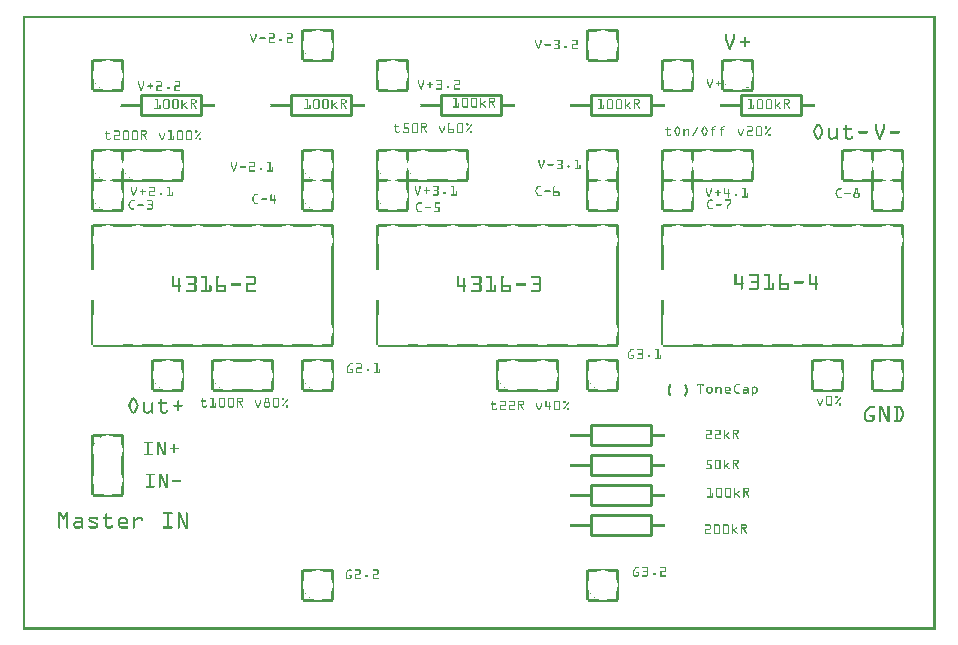
<source format=gto>
G04 MADE WITH FRITZING*
G04 WWW.FRITZING.ORG*
G04 DOUBLE SIDED*
G04 HOLES PLATED*
G04 CONTOUR ON CENTER OF CONTOUR VECTOR*
%ASAXBY*%
%FSLAX23Y23*%
%MOIN*%
%OFA0B0*%
%SFA1.0B1.0*%
%ADD10C,0.010000*%
%ADD11R,0.001000X0.001000*%
%LNSILK1*%
G90*
G70*
G54D10*
X393Y1781D02*
X593Y1781D01*
D02*
X593Y1781D02*
X593Y1715D01*
D02*
X593Y1715D02*
X393Y1715D01*
D02*
X393Y1715D02*
X393Y1781D01*
D02*
X893Y1781D02*
X1093Y1781D01*
D02*
X1093Y1781D02*
X1093Y1715D01*
D02*
X1093Y1715D02*
X893Y1715D01*
D02*
X893Y1715D02*
X893Y1781D01*
D02*
X1393Y1781D02*
X1593Y1781D01*
D02*
X1593Y1781D02*
X1593Y1715D01*
D02*
X1593Y1715D02*
X1393Y1715D01*
D02*
X1393Y1715D02*
X1393Y1781D01*
D02*
X1893Y1781D02*
X2093Y1781D01*
D02*
X2093Y1781D02*
X2093Y1715D01*
D02*
X2093Y1715D02*
X1893Y1715D01*
D02*
X1893Y1715D02*
X1893Y1781D01*
D02*
X2393Y1781D02*
X2593Y1781D01*
D02*
X2593Y1781D02*
X2593Y1715D01*
D02*
X2593Y1715D02*
X2393Y1715D01*
D02*
X2393Y1715D02*
X2393Y1781D01*
D02*
X1893Y381D02*
X2093Y381D01*
D02*
X2093Y381D02*
X2093Y315D01*
D02*
X2093Y315D02*
X1893Y315D01*
D02*
X1893Y315D02*
X1893Y381D01*
D02*
X1893Y481D02*
X2093Y481D01*
D02*
X2093Y481D02*
X2093Y415D01*
D02*
X2093Y415D02*
X1893Y415D01*
D02*
X1893Y415D02*
X1893Y481D01*
D02*
X1893Y581D02*
X2093Y581D01*
D02*
X2093Y581D02*
X2093Y515D01*
D02*
X2093Y515D02*
X1893Y515D01*
D02*
X1893Y515D02*
X1893Y581D01*
D02*
X1893Y681D02*
X2093Y681D01*
D02*
X2093Y681D02*
X2093Y615D01*
D02*
X2093Y615D02*
X1893Y615D01*
D02*
X1893Y615D02*
X1893Y681D01*
G54D11*
X0Y2047D02*
X3042Y2047D01*
X0Y2046D02*
X3042Y2046D01*
X0Y2045D02*
X3042Y2045D01*
X0Y2044D02*
X3042Y2044D01*
X0Y2043D02*
X3042Y2043D01*
X0Y2042D02*
X3042Y2042D01*
X0Y2041D02*
X3042Y2041D01*
X0Y2040D02*
X3042Y2040D01*
X0Y2039D02*
X7Y2039D01*
X3035Y2039D02*
X3042Y2039D01*
X0Y2038D02*
X7Y2038D01*
X3035Y2038D02*
X3042Y2038D01*
X0Y2037D02*
X7Y2037D01*
X3035Y2037D02*
X3042Y2037D01*
X0Y2036D02*
X7Y2036D01*
X3035Y2036D02*
X3042Y2036D01*
X0Y2035D02*
X7Y2035D01*
X3035Y2035D02*
X3042Y2035D01*
X0Y2034D02*
X7Y2034D01*
X3035Y2034D02*
X3042Y2034D01*
X0Y2033D02*
X7Y2033D01*
X3035Y2033D02*
X3042Y2033D01*
X0Y2032D02*
X7Y2032D01*
X3035Y2032D02*
X3042Y2032D01*
X0Y2031D02*
X7Y2031D01*
X3035Y2031D02*
X3042Y2031D01*
X0Y2030D02*
X7Y2030D01*
X3035Y2030D02*
X3042Y2030D01*
X0Y2029D02*
X7Y2029D01*
X3035Y2029D02*
X3042Y2029D01*
X0Y2028D02*
X7Y2028D01*
X3035Y2028D02*
X3042Y2028D01*
X0Y2027D02*
X7Y2027D01*
X3035Y2027D02*
X3042Y2027D01*
X0Y2026D02*
X7Y2026D01*
X3035Y2026D02*
X3042Y2026D01*
X0Y2025D02*
X7Y2025D01*
X3035Y2025D02*
X3042Y2025D01*
X0Y2024D02*
X7Y2024D01*
X3035Y2024D02*
X3042Y2024D01*
X0Y2023D02*
X7Y2023D01*
X3035Y2023D02*
X3042Y2023D01*
X0Y2022D02*
X7Y2022D01*
X3035Y2022D02*
X3042Y2022D01*
X0Y2021D02*
X7Y2021D01*
X3035Y2021D02*
X3042Y2021D01*
X0Y2020D02*
X7Y2020D01*
X3035Y2020D02*
X3042Y2020D01*
X0Y2019D02*
X7Y2019D01*
X3035Y2019D02*
X3042Y2019D01*
X0Y2018D02*
X7Y2018D01*
X3035Y2018D02*
X3042Y2018D01*
X0Y2017D02*
X7Y2017D01*
X3035Y2017D02*
X3042Y2017D01*
X0Y2016D02*
X7Y2016D01*
X3035Y2016D02*
X3042Y2016D01*
X0Y2015D02*
X7Y2015D01*
X3035Y2015D02*
X3042Y2015D01*
X0Y2014D02*
X7Y2014D01*
X3035Y2014D02*
X3042Y2014D01*
X0Y2013D02*
X7Y2013D01*
X3035Y2013D02*
X3042Y2013D01*
X0Y2012D02*
X7Y2012D01*
X3035Y2012D02*
X3042Y2012D01*
X0Y2011D02*
X7Y2011D01*
X3035Y2011D02*
X3042Y2011D01*
X0Y2010D02*
X7Y2010D01*
X3035Y2010D02*
X3042Y2010D01*
X0Y2009D02*
X7Y2009D01*
X3035Y2009D02*
X3042Y2009D01*
X0Y2008D02*
X7Y2008D01*
X3035Y2008D02*
X3042Y2008D01*
X0Y2007D02*
X7Y2007D01*
X3035Y2007D02*
X3042Y2007D01*
X0Y2006D02*
X7Y2006D01*
X3035Y2006D02*
X3042Y2006D01*
X0Y2005D02*
X7Y2005D01*
X3035Y2005D02*
X3042Y2005D01*
X0Y2004D02*
X7Y2004D01*
X3035Y2004D02*
X3042Y2004D01*
X0Y2003D02*
X7Y2003D01*
X933Y2003D02*
X1032Y2003D01*
X1883Y2003D02*
X1982Y2003D01*
X3035Y2003D02*
X3042Y2003D01*
X0Y2002D02*
X7Y2002D01*
X933Y2002D02*
X1032Y2002D01*
X1883Y2002D02*
X1982Y2002D01*
X3035Y2002D02*
X3042Y2002D01*
X0Y2001D02*
X7Y2001D01*
X933Y2001D02*
X1032Y2001D01*
X1883Y2001D02*
X1982Y2001D01*
X3035Y2001D02*
X3042Y2001D01*
X0Y2000D02*
X7Y2000D01*
X933Y2000D02*
X1032Y2000D01*
X1883Y2000D02*
X1982Y2000D01*
X3035Y2000D02*
X3042Y2000D01*
X0Y1999D02*
X7Y1999D01*
X933Y1999D02*
X1032Y1999D01*
X1883Y1999D02*
X1982Y1999D01*
X3035Y1999D02*
X3042Y1999D01*
X0Y1998D02*
X7Y1998D01*
X928Y1998D02*
X976Y1998D01*
X989Y1998D02*
X1037Y1998D01*
X1878Y1998D02*
X1926Y1998D01*
X1939Y1998D02*
X1987Y1998D01*
X3035Y1998D02*
X3042Y1998D01*
X0Y1997D02*
X7Y1997D01*
X928Y1997D02*
X971Y1997D01*
X994Y1997D02*
X1037Y1997D01*
X1878Y1997D02*
X1921Y1997D01*
X1944Y1997D02*
X1987Y1997D01*
X3035Y1997D02*
X3042Y1997D01*
X0Y1996D02*
X7Y1996D01*
X928Y1996D02*
X968Y1996D01*
X997Y1996D02*
X1037Y1996D01*
X1878Y1996D02*
X1918Y1996D01*
X1947Y1996D02*
X1987Y1996D01*
X3035Y1996D02*
X3042Y1996D01*
X0Y1995D02*
X7Y1995D01*
X928Y1995D02*
X966Y1995D01*
X1000Y1995D02*
X1037Y1995D01*
X1878Y1995D02*
X1916Y1995D01*
X1949Y1995D02*
X1987Y1995D01*
X3035Y1995D02*
X3042Y1995D01*
X0Y1994D02*
X7Y1994D01*
X928Y1994D02*
X963Y1994D01*
X1002Y1994D02*
X1037Y1994D01*
X1878Y1994D02*
X1913Y1994D01*
X1952Y1994D02*
X1987Y1994D01*
X3035Y1994D02*
X3042Y1994D01*
X0Y1993D02*
X7Y1993D01*
X928Y1993D02*
X937Y1993D01*
X1028Y1993D02*
X1037Y1993D01*
X1878Y1993D02*
X1887Y1993D01*
X1978Y1993D02*
X1987Y1993D01*
X3035Y1993D02*
X3042Y1993D01*
X0Y1992D02*
X7Y1992D01*
X928Y1992D02*
X937Y1992D01*
X1028Y1992D02*
X1037Y1992D01*
X1878Y1992D02*
X1887Y1992D01*
X1978Y1992D02*
X1987Y1992D01*
X3035Y1992D02*
X3042Y1992D01*
X0Y1991D02*
X7Y1991D01*
X928Y1991D02*
X937Y1991D01*
X1028Y1991D02*
X1037Y1991D01*
X1878Y1991D02*
X1887Y1991D01*
X1978Y1991D02*
X1987Y1991D01*
X3035Y1991D02*
X3042Y1991D01*
X0Y1990D02*
X7Y1990D01*
X928Y1990D02*
X937Y1990D01*
X1028Y1990D02*
X1037Y1990D01*
X1878Y1990D02*
X1887Y1990D01*
X1978Y1990D02*
X1987Y1990D01*
X3035Y1990D02*
X3042Y1990D01*
X0Y1989D02*
X7Y1989D01*
X928Y1989D02*
X937Y1989D01*
X1028Y1989D02*
X1037Y1989D01*
X1878Y1989D02*
X1887Y1989D01*
X1978Y1989D02*
X1987Y1989D01*
X3035Y1989D02*
X3042Y1989D01*
X0Y1988D02*
X7Y1988D01*
X759Y1988D02*
X760Y1988D01*
X776Y1988D02*
X777Y1988D01*
X820Y1988D02*
X836Y1988D01*
X880Y1988D02*
X896Y1988D01*
X928Y1988D02*
X937Y1988D01*
X1028Y1988D02*
X1037Y1988D01*
X1878Y1988D02*
X1887Y1988D01*
X1978Y1988D02*
X1987Y1988D01*
X3035Y1988D02*
X3042Y1988D01*
X0Y1987D02*
X7Y1987D01*
X758Y1987D02*
X761Y1987D01*
X775Y1987D02*
X778Y1987D01*
X819Y1987D02*
X837Y1987D01*
X879Y1987D02*
X897Y1987D01*
X928Y1987D02*
X937Y1987D01*
X1028Y1987D02*
X1037Y1987D01*
X1878Y1987D02*
X1887Y1987D01*
X1978Y1987D02*
X1987Y1987D01*
X3035Y1987D02*
X3042Y1987D01*
X0Y1986D02*
X7Y1986D01*
X758Y1986D02*
X761Y1986D01*
X775Y1986D02*
X778Y1986D01*
X819Y1986D02*
X838Y1986D01*
X879Y1986D02*
X898Y1986D01*
X928Y1986D02*
X937Y1986D01*
X1028Y1986D02*
X1037Y1986D01*
X1878Y1986D02*
X1887Y1986D01*
X1978Y1986D02*
X1987Y1986D01*
X3035Y1986D02*
X3042Y1986D01*
X0Y1985D02*
X7Y1985D01*
X758Y1985D02*
X761Y1985D01*
X775Y1985D02*
X778Y1985D01*
X819Y1985D02*
X838Y1985D01*
X879Y1985D02*
X898Y1985D01*
X928Y1985D02*
X937Y1985D01*
X1028Y1985D02*
X1037Y1985D01*
X1878Y1985D02*
X1887Y1985D01*
X1978Y1985D02*
X1987Y1985D01*
X2340Y1985D02*
X2344Y1985D01*
X2368Y1985D02*
X2371Y1985D01*
X3035Y1985D02*
X3042Y1985D01*
X0Y1984D02*
X7Y1984D01*
X758Y1984D02*
X761Y1984D01*
X775Y1984D02*
X778Y1984D01*
X835Y1984D02*
X838Y1984D01*
X895Y1984D02*
X899Y1984D01*
X928Y1984D02*
X937Y1984D01*
X1028Y1984D02*
X1037Y1984D01*
X1878Y1984D02*
X1887Y1984D01*
X1978Y1984D02*
X1987Y1984D01*
X2340Y1984D02*
X2345Y1984D01*
X2367Y1984D02*
X2372Y1984D01*
X3035Y1984D02*
X3042Y1984D01*
X0Y1983D02*
X7Y1983D01*
X758Y1983D02*
X761Y1983D01*
X775Y1983D02*
X778Y1983D01*
X835Y1983D02*
X838Y1983D01*
X895Y1983D02*
X899Y1983D01*
X928Y1983D02*
X937Y1983D01*
X1028Y1983D02*
X1037Y1983D01*
X1878Y1983D02*
X1887Y1983D01*
X1978Y1983D02*
X1987Y1983D01*
X2339Y1983D02*
X2345Y1983D01*
X2367Y1983D02*
X2372Y1983D01*
X3035Y1983D02*
X3042Y1983D01*
X0Y1982D02*
X7Y1982D01*
X758Y1982D02*
X761Y1982D01*
X775Y1982D02*
X778Y1982D01*
X835Y1982D02*
X838Y1982D01*
X895Y1982D02*
X899Y1982D01*
X928Y1982D02*
X937Y1982D01*
X1028Y1982D02*
X1037Y1982D01*
X1878Y1982D02*
X1887Y1982D01*
X1978Y1982D02*
X1987Y1982D01*
X2339Y1982D02*
X2345Y1982D01*
X2367Y1982D02*
X2372Y1982D01*
X3035Y1982D02*
X3042Y1982D01*
X0Y1981D02*
X7Y1981D01*
X758Y1981D02*
X761Y1981D01*
X775Y1981D02*
X778Y1981D01*
X835Y1981D02*
X838Y1981D01*
X895Y1981D02*
X899Y1981D01*
X928Y1981D02*
X937Y1981D01*
X1028Y1981D02*
X1037Y1981D01*
X1878Y1981D02*
X1887Y1981D01*
X1978Y1981D02*
X1987Y1981D01*
X2339Y1981D02*
X2345Y1981D01*
X2367Y1981D02*
X2372Y1981D01*
X3035Y1981D02*
X3042Y1981D01*
X0Y1980D02*
X7Y1980D01*
X758Y1980D02*
X761Y1980D01*
X775Y1980D02*
X778Y1980D01*
X835Y1980D02*
X838Y1980D01*
X895Y1980D02*
X899Y1980D01*
X928Y1980D02*
X937Y1980D01*
X1028Y1980D02*
X1037Y1980D01*
X1878Y1980D02*
X1887Y1980D01*
X1978Y1980D02*
X1987Y1980D01*
X2339Y1980D02*
X2345Y1980D01*
X2367Y1980D02*
X2372Y1980D01*
X3035Y1980D02*
X3042Y1980D01*
X0Y1979D02*
X7Y1979D01*
X758Y1979D02*
X762Y1979D01*
X775Y1979D02*
X778Y1979D01*
X835Y1979D02*
X838Y1979D01*
X895Y1979D02*
X899Y1979D01*
X928Y1979D02*
X937Y1979D01*
X1028Y1979D02*
X1037Y1979D01*
X1878Y1979D02*
X1887Y1979D01*
X1978Y1979D02*
X1987Y1979D01*
X2339Y1979D02*
X2345Y1979D01*
X2367Y1979D02*
X2372Y1979D01*
X3035Y1979D02*
X3042Y1979D01*
X0Y1978D02*
X7Y1978D01*
X759Y1978D02*
X762Y1978D01*
X774Y1978D02*
X778Y1978D01*
X835Y1978D02*
X838Y1978D01*
X895Y1978D02*
X899Y1978D01*
X928Y1978D02*
X937Y1978D01*
X1028Y1978D02*
X1037Y1978D01*
X1878Y1978D02*
X1887Y1978D01*
X1978Y1978D02*
X1987Y1978D01*
X2339Y1978D02*
X2345Y1978D01*
X2367Y1978D02*
X2372Y1978D01*
X3035Y1978D02*
X3042Y1978D01*
X0Y1977D02*
X7Y1977D01*
X759Y1977D02*
X762Y1977D01*
X774Y1977D02*
X777Y1977D01*
X835Y1977D02*
X838Y1977D01*
X895Y1977D02*
X899Y1977D01*
X928Y1977D02*
X937Y1977D01*
X1028Y1977D02*
X1037Y1977D01*
X1878Y1977D02*
X1887Y1977D01*
X1978Y1977D02*
X1987Y1977D01*
X2339Y1977D02*
X2345Y1977D01*
X2367Y1977D02*
X2372Y1977D01*
X3035Y1977D02*
X3042Y1977D01*
X0Y1976D02*
X7Y1976D01*
X759Y1976D02*
X763Y1976D01*
X773Y1976D02*
X777Y1976D01*
X835Y1976D02*
X838Y1976D01*
X895Y1976D02*
X899Y1976D01*
X928Y1976D02*
X937Y1976D01*
X1028Y1976D02*
X1037Y1976D01*
X1878Y1976D02*
X1887Y1976D01*
X1978Y1976D02*
X1987Y1976D01*
X2339Y1976D02*
X2345Y1976D01*
X2367Y1976D02*
X2372Y1976D01*
X2405Y1976D02*
X2406Y1976D01*
X3035Y1976D02*
X3042Y1976D01*
X0Y1975D02*
X7Y1975D01*
X760Y1975D02*
X763Y1975D01*
X773Y1975D02*
X777Y1975D01*
X835Y1975D02*
X838Y1975D01*
X895Y1975D02*
X899Y1975D01*
X928Y1975D02*
X937Y1975D01*
X1028Y1975D02*
X1037Y1975D01*
X1878Y1975D02*
X1887Y1975D01*
X1978Y1975D02*
X1987Y1975D01*
X2339Y1975D02*
X2345Y1975D01*
X2367Y1975D02*
X2372Y1975D01*
X2403Y1975D02*
X2408Y1975D01*
X3035Y1975D02*
X3042Y1975D01*
X0Y1974D02*
X7Y1974D01*
X760Y1974D02*
X764Y1974D01*
X773Y1974D02*
X776Y1974D01*
X790Y1974D02*
X807Y1974D01*
X822Y1974D02*
X838Y1974D01*
X882Y1974D02*
X898Y1974D01*
X928Y1974D02*
X937Y1974D01*
X1028Y1974D02*
X1037Y1974D01*
X1878Y1974D02*
X1887Y1974D01*
X1978Y1974D02*
X1987Y1974D01*
X2339Y1974D02*
X2345Y1974D01*
X2367Y1974D02*
X2372Y1974D01*
X2403Y1974D02*
X2408Y1974D01*
X3035Y1974D02*
X3042Y1974D01*
X0Y1973D02*
X7Y1973D01*
X761Y1973D02*
X764Y1973D01*
X772Y1973D02*
X776Y1973D01*
X789Y1973D02*
X808Y1973D01*
X820Y1973D02*
X838Y1973D01*
X880Y1973D02*
X898Y1973D01*
X928Y1973D02*
X937Y1973D01*
X1028Y1973D02*
X1037Y1973D01*
X1878Y1973D02*
X1887Y1973D01*
X1978Y1973D02*
X1987Y1973D01*
X2339Y1973D02*
X2345Y1973D01*
X2367Y1973D02*
X2372Y1973D01*
X2403Y1973D02*
X2408Y1973D01*
X3035Y1973D02*
X3042Y1973D01*
X0Y1972D02*
X7Y1972D01*
X761Y1972D02*
X764Y1972D01*
X772Y1972D02*
X775Y1972D01*
X788Y1972D02*
X808Y1972D01*
X819Y1972D02*
X838Y1972D01*
X879Y1972D02*
X898Y1972D01*
X928Y1972D02*
X937Y1972D01*
X1028Y1972D02*
X1037Y1972D01*
X1878Y1972D02*
X1887Y1972D01*
X1978Y1972D02*
X1987Y1972D01*
X2339Y1972D02*
X2345Y1972D01*
X2367Y1972D02*
X2372Y1972D01*
X2403Y1972D02*
X2408Y1972D01*
X3035Y1972D02*
X3042Y1972D01*
X0Y1971D02*
X7Y1971D01*
X761Y1971D02*
X765Y1971D01*
X771Y1971D02*
X775Y1971D01*
X788Y1971D02*
X808Y1971D01*
X819Y1971D02*
X837Y1971D01*
X879Y1971D02*
X897Y1971D01*
X928Y1971D02*
X937Y1971D01*
X1028Y1971D02*
X1037Y1971D01*
X1878Y1971D02*
X1887Y1971D01*
X1978Y1971D02*
X1987Y1971D01*
X2339Y1971D02*
X2345Y1971D01*
X2366Y1971D02*
X2372Y1971D01*
X2403Y1971D02*
X2408Y1971D01*
X3035Y1971D02*
X3042Y1971D01*
X0Y1970D02*
X7Y1970D01*
X762Y1970D02*
X765Y1970D01*
X771Y1970D02*
X775Y1970D01*
X788Y1970D02*
X808Y1970D01*
X819Y1970D02*
X822Y1970D01*
X879Y1970D02*
X882Y1970D01*
X928Y1970D02*
X937Y1970D01*
X1028Y1970D02*
X1037Y1970D01*
X1878Y1970D02*
X1887Y1970D01*
X1978Y1970D02*
X1987Y1970D01*
X2339Y1970D02*
X2346Y1970D01*
X2366Y1970D02*
X2372Y1970D01*
X2403Y1970D02*
X2408Y1970D01*
X3035Y1970D02*
X3042Y1970D01*
X0Y1969D02*
X7Y1969D01*
X762Y1969D02*
X766Y1969D01*
X771Y1969D02*
X774Y1969D01*
X789Y1969D02*
X808Y1969D01*
X819Y1969D02*
X822Y1969D01*
X879Y1969D02*
X882Y1969D01*
X928Y1969D02*
X937Y1969D01*
X1028Y1969D02*
X1037Y1969D01*
X1878Y1969D02*
X1887Y1969D01*
X1978Y1969D02*
X1987Y1969D01*
X2340Y1969D02*
X2346Y1969D01*
X2366Y1969D02*
X2372Y1969D01*
X2403Y1969D02*
X2408Y1969D01*
X3035Y1969D02*
X3042Y1969D01*
X0Y1968D02*
X7Y1968D01*
X762Y1968D02*
X766Y1968D01*
X770Y1968D02*
X774Y1968D01*
X819Y1968D02*
X822Y1968D01*
X855Y1968D02*
X862Y1968D01*
X879Y1968D02*
X882Y1968D01*
X928Y1968D02*
X937Y1968D01*
X1028Y1968D02*
X1037Y1968D01*
X1878Y1968D02*
X1887Y1968D01*
X1978Y1968D02*
X1987Y1968D01*
X2340Y1968D02*
X2347Y1968D01*
X2365Y1968D02*
X2372Y1968D01*
X2403Y1968D02*
X2408Y1968D01*
X3035Y1968D02*
X3042Y1968D01*
X0Y1967D02*
X7Y1967D01*
X763Y1967D02*
X766Y1967D01*
X770Y1967D02*
X773Y1967D01*
X819Y1967D02*
X822Y1967D01*
X855Y1967D02*
X862Y1967D01*
X879Y1967D02*
X882Y1967D01*
X928Y1967D02*
X936Y1967D01*
X1029Y1967D02*
X1037Y1967D01*
X1878Y1967D02*
X1886Y1967D01*
X1979Y1967D02*
X1987Y1967D01*
X2340Y1967D02*
X2347Y1967D01*
X2365Y1967D02*
X2371Y1967D01*
X2403Y1967D02*
X2408Y1967D01*
X3035Y1967D02*
X3042Y1967D01*
X0Y1966D02*
X7Y1966D01*
X763Y1966D02*
X767Y1966D01*
X770Y1966D02*
X773Y1966D01*
X819Y1966D02*
X822Y1966D01*
X855Y1966D02*
X862Y1966D01*
X879Y1966D02*
X882Y1966D01*
X928Y1966D02*
X936Y1966D01*
X1029Y1966D02*
X1037Y1966D01*
X1709Y1966D02*
X1711Y1966D01*
X1725Y1966D02*
X1727Y1966D01*
X1769Y1966D02*
X1786Y1966D01*
X1829Y1966D02*
X1847Y1966D01*
X1878Y1966D02*
X1886Y1966D01*
X1979Y1966D02*
X1987Y1966D01*
X2341Y1966D02*
X2347Y1966D01*
X2364Y1966D02*
X2371Y1966D01*
X2403Y1966D02*
X2408Y1966D01*
X3035Y1966D02*
X3042Y1966D01*
X0Y1965D02*
X7Y1965D01*
X764Y1965D02*
X767Y1965D01*
X769Y1965D02*
X773Y1965D01*
X819Y1965D02*
X822Y1965D01*
X855Y1965D02*
X862Y1965D01*
X879Y1965D02*
X882Y1965D01*
X928Y1965D02*
X935Y1965D01*
X1030Y1965D02*
X1037Y1965D01*
X1708Y1965D02*
X1711Y1965D01*
X1725Y1965D02*
X1728Y1965D01*
X1768Y1965D02*
X1787Y1965D01*
X1829Y1965D02*
X1848Y1965D01*
X1878Y1965D02*
X1885Y1965D01*
X1980Y1965D02*
X1987Y1965D01*
X2341Y1965D02*
X2348Y1965D01*
X2364Y1965D02*
X2370Y1965D01*
X2403Y1965D02*
X2408Y1965D01*
X3035Y1965D02*
X3042Y1965D01*
X0Y1964D02*
X7Y1964D01*
X764Y1964D02*
X772Y1964D01*
X819Y1964D02*
X822Y1964D01*
X855Y1964D02*
X862Y1964D01*
X879Y1964D02*
X882Y1964D01*
X928Y1964D02*
X935Y1964D01*
X1030Y1964D02*
X1037Y1964D01*
X1708Y1964D02*
X1711Y1964D01*
X1725Y1964D02*
X1728Y1964D01*
X1769Y1964D02*
X1788Y1964D01*
X1829Y1964D02*
X1848Y1964D01*
X1878Y1964D02*
X1885Y1964D01*
X1980Y1964D02*
X1987Y1964D01*
X2342Y1964D02*
X2348Y1964D01*
X2364Y1964D02*
X2370Y1964D01*
X2403Y1964D02*
X2408Y1964D01*
X3035Y1964D02*
X3042Y1964D01*
X0Y1963D02*
X7Y1963D01*
X764Y1963D02*
X772Y1963D01*
X819Y1963D02*
X822Y1963D01*
X855Y1963D02*
X862Y1963D01*
X879Y1963D02*
X882Y1963D01*
X928Y1963D02*
X935Y1963D01*
X1031Y1963D02*
X1037Y1963D01*
X1708Y1963D02*
X1711Y1963D01*
X1725Y1963D02*
X1728Y1963D01*
X1770Y1963D02*
X1788Y1963D01*
X1830Y1963D02*
X1848Y1963D01*
X1878Y1963D02*
X1885Y1963D01*
X1980Y1963D02*
X1987Y1963D01*
X2342Y1963D02*
X2349Y1963D01*
X2363Y1963D02*
X2370Y1963D01*
X2402Y1963D02*
X2409Y1963D01*
X3035Y1963D02*
X3042Y1963D01*
X0Y1962D02*
X7Y1962D01*
X765Y1962D02*
X771Y1962D01*
X819Y1962D02*
X822Y1962D01*
X855Y1962D02*
X862Y1962D01*
X879Y1962D02*
X882Y1962D01*
X928Y1962D02*
X934Y1962D01*
X1031Y1962D02*
X1037Y1962D01*
X1708Y1962D02*
X1711Y1962D01*
X1725Y1962D02*
X1728Y1962D01*
X1785Y1962D02*
X1788Y1962D01*
X1845Y1962D02*
X1848Y1962D01*
X1878Y1962D02*
X1884Y1962D01*
X1981Y1962D02*
X1987Y1962D01*
X2342Y1962D02*
X2349Y1962D01*
X2363Y1962D02*
X2369Y1962D01*
X2390Y1962D02*
X2421Y1962D01*
X3035Y1962D02*
X3042Y1962D01*
X0Y1961D02*
X7Y1961D01*
X765Y1961D02*
X771Y1961D01*
X819Y1961D02*
X822Y1961D01*
X879Y1961D02*
X882Y1961D01*
X928Y1961D02*
X934Y1961D01*
X1031Y1961D02*
X1037Y1961D01*
X1708Y1961D02*
X1711Y1961D01*
X1725Y1961D02*
X1728Y1961D01*
X1785Y1961D02*
X1788Y1961D01*
X1845Y1961D02*
X1848Y1961D01*
X1878Y1961D02*
X1884Y1961D01*
X1981Y1961D02*
X1987Y1961D01*
X2343Y1961D02*
X2349Y1961D01*
X2362Y1961D02*
X2369Y1961D01*
X2390Y1961D02*
X2422Y1961D01*
X3035Y1961D02*
X3042Y1961D01*
X0Y1960D02*
X7Y1960D01*
X766Y1960D02*
X771Y1960D01*
X819Y1960D02*
X836Y1960D01*
X879Y1960D02*
X897Y1960D01*
X928Y1960D02*
X934Y1960D01*
X1032Y1960D02*
X1037Y1960D01*
X1708Y1960D02*
X1711Y1960D01*
X1725Y1960D02*
X1728Y1960D01*
X1785Y1960D02*
X1788Y1960D01*
X1845Y1960D02*
X1848Y1960D01*
X1878Y1960D02*
X1884Y1960D01*
X1981Y1960D02*
X1987Y1960D01*
X2343Y1960D02*
X2350Y1960D01*
X2362Y1960D02*
X2368Y1960D01*
X2389Y1960D02*
X2422Y1960D01*
X3035Y1960D02*
X3042Y1960D01*
X0Y1959D02*
X7Y1959D01*
X766Y1959D02*
X770Y1959D01*
X819Y1959D02*
X838Y1959D01*
X879Y1959D02*
X898Y1959D01*
X928Y1959D02*
X933Y1959D01*
X1032Y1959D02*
X1037Y1959D01*
X1708Y1959D02*
X1711Y1959D01*
X1725Y1959D02*
X1728Y1959D01*
X1785Y1959D02*
X1788Y1959D01*
X1845Y1959D02*
X1848Y1959D01*
X1878Y1959D02*
X1883Y1959D01*
X1982Y1959D02*
X1987Y1959D01*
X2344Y1959D02*
X2350Y1959D01*
X2362Y1959D02*
X2368Y1959D01*
X2390Y1959D02*
X2422Y1959D01*
X3035Y1959D02*
X3042Y1959D01*
X0Y1958D02*
X7Y1958D01*
X766Y1958D02*
X770Y1958D01*
X819Y1958D02*
X838Y1958D01*
X879Y1958D02*
X898Y1958D01*
X928Y1958D02*
X933Y1958D01*
X1032Y1958D02*
X1037Y1958D01*
X1708Y1958D02*
X1711Y1958D01*
X1725Y1958D02*
X1728Y1958D01*
X1785Y1958D02*
X1788Y1958D01*
X1845Y1958D02*
X1848Y1958D01*
X1878Y1958D02*
X1883Y1958D01*
X1982Y1958D02*
X1987Y1958D01*
X2344Y1958D02*
X2350Y1958D01*
X2361Y1958D02*
X2368Y1958D01*
X2390Y1958D02*
X2422Y1958D01*
X3035Y1958D02*
X3042Y1958D01*
X0Y1957D02*
X7Y1957D01*
X767Y1957D02*
X769Y1957D01*
X819Y1957D02*
X838Y1957D01*
X879Y1957D02*
X898Y1957D01*
X928Y1957D02*
X933Y1957D01*
X1032Y1957D02*
X1037Y1957D01*
X1708Y1957D02*
X1712Y1957D01*
X1724Y1957D02*
X1728Y1957D01*
X1785Y1957D02*
X1788Y1957D01*
X1845Y1957D02*
X1848Y1957D01*
X1878Y1957D02*
X1883Y1957D01*
X1982Y1957D02*
X1987Y1957D01*
X2344Y1957D02*
X2351Y1957D01*
X2361Y1957D02*
X2367Y1957D01*
X2390Y1957D02*
X2421Y1957D01*
X3035Y1957D02*
X3042Y1957D01*
X0Y1956D02*
X7Y1956D01*
X768Y1956D02*
X768Y1956D01*
X819Y1956D02*
X837Y1956D01*
X879Y1956D02*
X897Y1956D01*
X928Y1956D02*
X933Y1956D01*
X1033Y1956D02*
X1037Y1956D01*
X1709Y1956D02*
X1712Y1956D01*
X1724Y1956D02*
X1727Y1956D01*
X1785Y1956D02*
X1788Y1956D01*
X1845Y1956D02*
X1848Y1956D01*
X1878Y1956D02*
X1883Y1956D01*
X1982Y1956D02*
X1987Y1956D01*
X2345Y1956D02*
X2351Y1956D01*
X2360Y1956D02*
X2367Y1956D01*
X2391Y1956D02*
X2420Y1956D01*
X3035Y1956D02*
X3042Y1956D01*
X0Y1955D02*
X7Y1955D01*
X928Y1955D02*
X932Y1955D01*
X1033Y1955D02*
X1037Y1955D01*
X1709Y1955D02*
X1713Y1955D01*
X1723Y1955D02*
X1727Y1955D01*
X1785Y1955D02*
X1788Y1955D01*
X1845Y1955D02*
X1848Y1955D01*
X1878Y1955D02*
X1882Y1955D01*
X1983Y1955D02*
X1987Y1955D01*
X2345Y1955D02*
X2352Y1955D01*
X2360Y1955D02*
X2367Y1955D01*
X2403Y1955D02*
X2408Y1955D01*
X3035Y1955D02*
X3042Y1955D01*
X0Y1954D02*
X7Y1954D01*
X928Y1954D02*
X932Y1954D01*
X1033Y1954D02*
X1037Y1954D01*
X1709Y1954D02*
X1713Y1954D01*
X1723Y1954D02*
X1727Y1954D01*
X1785Y1954D02*
X1788Y1954D01*
X1845Y1954D02*
X1848Y1954D01*
X1878Y1954D02*
X1882Y1954D01*
X1983Y1954D02*
X1987Y1954D01*
X2346Y1954D02*
X2352Y1954D01*
X2360Y1954D02*
X2366Y1954D01*
X2403Y1954D02*
X2408Y1954D01*
X3035Y1954D02*
X3042Y1954D01*
X0Y1953D02*
X7Y1953D01*
X928Y1953D02*
X932Y1953D01*
X1033Y1953D02*
X1037Y1953D01*
X1710Y1953D02*
X1713Y1953D01*
X1723Y1953D02*
X1726Y1953D01*
X1784Y1953D02*
X1788Y1953D01*
X1845Y1953D02*
X1848Y1953D01*
X1878Y1953D02*
X1882Y1953D01*
X1983Y1953D02*
X1987Y1953D01*
X2346Y1953D02*
X2352Y1953D01*
X2359Y1953D02*
X2366Y1953D01*
X2403Y1953D02*
X2408Y1953D01*
X3035Y1953D02*
X3042Y1953D01*
X0Y1952D02*
X7Y1952D01*
X928Y1952D02*
X932Y1952D01*
X1033Y1952D02*
X1037Y1952D01*
X1710Y1952D02*
X1714Y1952D01*
X1722Y1952D02*
X1726Y1952D01*
X1739Y1952D02*
X1758Y1952D01*
X1773Y1952D02*
X1787Y1952D01*
X1831Y1952D02*
X1848Y1952D01*
X1878Y1952D02*
X1882Y1952D01*
X1983Y1952D02*
X1987Y1952D01*
X2346Y1952D02*
X2353Y1952D01*
X2359Y1952D02*
X2365Y1952D01*
X2403Y1952D02*
X2408Y1952D01*
X3035Y1952D02*
X3042Y1952D01*
X0Y1951D02*
X7Y1951D01*
X928Y1951D02*
X932Y1951D01*
X1033Y1951D02*
X1037Y1951D01*
X1711Y1951D02*
X1714Y1951D01*
X1722Y1951D02*
X1725Y1951D01*
X1738Y1951D02*
X1758Y1951D01*
X1773Y1951D02*
X1787Y1951D01*
X1830Y1951D02*
X1848Y1951D01*
X1878Y1951D02*
X1882Y1951D01*
X1983Y1951D02*
X1987Y1951D01*
X2347Y1951D02*
X2353Y1951D01*
X2358Y1951D02*
X2365Y1951D01*
X2403Y1951D02*
X2408Y1951D01*
X3035Y1951D02*
X3042Y1951D01*
X0Y1950D02*
X7Y1950D01*
X928Y1950D02*
X932Y1950D01*
X1033Y1950D02*
X1037Y1950D01*
X1711Y1950D02*
X1715Y1950D01*
X1722Y1950D02*
X1725Y1950D01*
X1738Y1950D02*
X1758Y1950D01*
X1773Y1950D02*
X1787Y1950D01*
X1829Y1950D02*
X1847Y1950D01*
X1878Y1950D02*
X1882Y1950D01*
X1983Y1950D02*
X1987Y1950D01*
X2347Y1950D02*
X2354Y1950D01*
X2358Y1950D02*
X2365Y1950D01*
X2403Y1950D02*
X2408Y1950D01*
X3035Y1950D02*
X3042Y1950D01*
X0Y1949D02*
X7Y1949D01*
X928Y1949D02*
X932Y1949D01*
X1033Y1949D02*
X1037Y1949D01*
X1711Y1949D02*
X1715Y1949D01*
X1721Y1949D02*
X1725Y1949D01*
X1738Y1949D02*
X1758Y1949D01*
X1773Y1949D02*
X1788Y1949D01*
X1829Y1949D02*
X1846Y1949D01*
X1878Y1949D02*
X1882Y1949D01*
X1983Y1949D02*
X1987Y1949D01*
X2347Y1949D02*
X2354Y1949D01*
X2358Y1949D02*
X2364Y1949D01*
X2403Y1949D02*
X2408Y1949D01*
X3035Y1949D02*
X3042Y1949D01*
X0Y1948D02*
X7Y1948D01*
X928Y1948D02*
X932Y1948D01*
X1033Y1948D02*
X1037Y1948D01*
X1712Y1948D02*
X1715Y1948D01*
X1721Y1948D02*
X1724Y1948D01*
X1739Y1948D02*
X1758Y1948D01*
X1784Y1948D02*
X1788Y1948D01*
X1829Y1948D02*
X1832Y1948D01*
X1878Y1948D02*
X1882Y1948D01*
X1983Y1948D02*
X1987Y1948D01*
X2348Y1948D02*
X2354Y1948D01*
X2357Y1948D02*
X2364Y1948D01*
X2403Y1948D02*
X2408Y1948D01*
X3035Y1948D02*
X3042Y1948D01*
X0Y1947D02*
X7Y1947D01*
X928Y1947D02*
X932Y1947D01*
X1033Y1947D02*
X1037Y1947D01*
X1712Y1947D02*
X1716Y1947D01*
X1720Y1947D02*
X1724Y1947D01*
X1740Y1947D02*
X1757Y1947D01*
X1785Y1947D02*
X1788Y1947D01*
X1806Y1947D02*
X1811Y1947D01*
X1829Y1947D02*
X1832Y1947D01*
X1878Y1947D02*
X1882Y1947D01*
X1983Y1947D02*
X1987Y1947D01*
X2348Y1947D02*
X2355Y1947D01*
X2357Y1947D02*
X2363Y1947D01*
X2403Y1947D02*
X2408Y1947D01*
X3035Y1947D02*
X3042Y1947D01*
X0Y1946D02*
X7Y1946D01*
X928Y1946D02*
X932Y1946D01*
X1033Y1946D02*
X1037Y1946D01*
X1713Y1946D02*
X1716Y1946D01*
X1720Y1946D02*
X1724Y1946D01*
X1785Y1946D02*
X1788Y1946D01*
X1805Y1946D02*
X1812Y1946D01*
X1829Y1946D02*
X1832Y1946D01*
X1878Y1946D02*
X1882Y1946D01*
X1983Y1946D02*
X1987Y1946D01*
X2349Y1946D02*
X2363Y1946D01*
X2403Y1946D02*
X2408Y1946D01*
X3035Y1946D02*
X3042Y1946D01*
X0Y1945D02*
X7Y1945D01*
X928Y1945D02*
X932Y1945D01*
X1033Y1945D02*
X1037Y1945D01*
X1713Y1945D02*
X1717Y1945D01*
X1720Y1945D02*
X1723Y1945D01*
X1785Y1945D02*
X1788Y1945D01*
X1805Y1945D02*
X1812Y1945D01*
X1829Y1945D02*
X1832Y1945D01*
X1878Y1945D02*
X1882Y1945D01*
X1983Y1945D02*
X1987Y1945D01*
X2349Y1945D02*
X2363Y1945D01*
X2403Y1945D02*
X2408Y1945D01*
X3035Y1945D02*
X3042Y1945D01*
X0Y1944D02*
X7Y1944D01*
X928Y1944D02*
X932Y1944D01*
X1033Y1944D02*
X1037Y1944D01*
X1713Y1944D02*
X1717Y1944D01*
X1719Y1944D02*
X1723Y1944D01*
X1785Y1944D02*
X1788Y1944D01*
X1805Y1944D02*
X1812Y1944D01*
X1829Y1944D02*
X1832Y1944D01*
X1878Y1944D02*
X1882Y1944D01*
X1983Y1944D02*
X1987Y1944D01*
X2349Y1944D02*
X2362Y1944D01*
X2403Y1944D02*
X2408Y1944D01*
X3035Y1944D02*
X3042Y1944D01*
X0Y1943D02*
X7Y1943D01*
X928Y1943D02*
X932Y1943D01*
X1033Y1943D02*
X1037Y1943D01*
X1714Y1943D02*
X1722Y1943D01*
X1785Y1943D02*
X1788Y1943D01*
X1805Y1943D02*
X1812Y1943D01*
X1829Y1943D02*
X1832Y1943D01*
X1878Y1943D02*
X1882Y1943D01*
X1983Y1943D02*
X1987Y1943D01*
X2350Y1943D02*
X2362Y1943D01*
X2404Y1943D02*
X2407Y1943D01*
X3035Y1943D02*
X3042Y1943D01*
X0Y1942D02*
X7Y1942D01*
X928Y1942D02*
X932Y1942D01*
X1033Y1942D02*
X1037Y1942D01*
X1714Y1942D02*
X1722Y1942D01*
X1785Y1942D02*
X1788Y1942D01*
X1805Y1942D02*
X1812Y1942D01*
X1829Y1942D02*
X1832Y1942D01*
X1878Y1942D02*
X1882Y1942D01*
X1983Y1942D02*
X1987Y1942D01*
X2350Y1942D02*
X2361Y1942D01*
X3035Y1942D02*
X3042Y1942D01*
X0Y1941D02*
X7Y1941D01*
X928Y1941D02*
X933Y1941D01*
X1033Y1941D02*
X1037Y1941D01*
X1715Y1941D02*
X1722Y1941D01*
X1785Y1941D02*
X1788Y1941D01*
X1805Y1941D02*
X1812Y1941D01*
X1829Y1941D02*
X1832Y1941D01*
X1878Y1941D02*
X1882Y1941D01*
X1982Y1941D02*
X1987Y1941D01*
X2351Y1941D02*
X2361Y1941D01*
X3035Y1941D02*
X3042Y1941D01*
X0Y1940D02*
X7Y1940D01*
X928Y1940D02*
X933Y1940D01*
X1032Y1940D02*
X1037Y1940D01*
X1715Y1940D02*
X1721Y1940D01*
X1785Y1940D02*
X1788Y1940D01*
X1806Y1940D02*
X1811Y1940D01*
X1829Y1940D02*
X1832Y1940D01*
X1878Y1940D02*
X1883Y1940D01*
X1982Y1940D02*
X1987Y1940D01*
X2351Y1940D02*
X2361Y1940D01*
X3035Y1940D02*
X3042Y1940D01*
X0Y1939D02*
X7Y1939D01*
X928Y1939D02*
X933Y1939D01*
X1032Y1939D02*
X1037Y1939D01*
X1715Y1939D02*
X1721Y1939D01*
X1785Y1939D02*
X1788Y1939D01*
X1829Y1939D02*
X1832Y1939D01*
X1878Y1939D02*
X1883Y1939D01*
X1982Y1939D02*
X1987Y1939D01*
X2351Y1939D02*
X2360Y1939D01*
X3035Y1939D02*
X3042Y1939D01*
X0Y1938D02*
X7Y1938D01*
X928Y1938D02*
X933Y1938D01*
X1032Y1938D02*
X1037Y1938D01*
X1716Y1938D02*
X1720Y1938D01*
X1769Y1938D02*
X1788Y1938D01*
X1829Y1938D02*
X1848Y1938D01*
X1878Y1938D02*
X1883Y1938D01*
X1982Y1938D02*
X1987Y1938D01*
X2352Y1938D02*
X2360Y1938D01*
X3035Y1938D02*
X3042Y1938D01*
X0Y1937D02*
X7Y1937D01*
X928Y1937D02*
X934Y1937D01*
X1032Y1937D02*
X1037Y1937D01*
X1716Y1937D02*
X1720Y1937D01*
X1769Y1937D02*
X1788Y1937D01*
X1829Y1937D02*
X1848Y1937D01*
X1878Y1937D02*
X1883Y1937D01*
X1982Y1937D02*
X1987Y1937D01*
X2352Y1937D02*
X2360Y1937D01*
X3035Y1937D02*
X3042Y1937D01*
X0Y1936D02*
X7Y1936D01*
X928Y1936D02*
X934Y1936D01*
X1031Y1936D02*
X1037Y1936D01*
X1716Y1936D02*
X1720Y1936D01*
X1769Y1936D02*
X1787Y1936D01*
X1829Y1936D02*
X1848Y1936D01*
X1878Y1936D02*
X1884Y1936D01*
X1981Y1936D02*
X1987Y1936D01*
X2353Y1936D02*
X2359Y1936D01*
X3035Y1936D02*
X3042Y1936D01*
X0Y1935D02*
X7Y1935D01*
X928Y1935D02*
X934Y1935D01*
X1031Y1935D02*
X1037Y1935D01*
X1717Y1935D02*
X1719Y1935D01*
X1769Y1935D02*
X1786Y1935D01*
X1829Y1935D02*
X1848Y1935D01*
X1878Y1935D02*
X1884Y1935D01*
X1981Y1935D02*
X1987Y1935D01*
X2353Y1935D02*
X2359Y1935D01*
X3035Y1935D02*
X3042Y1935D01*
X0Y1934D02*
X7Y1934D01*
X928Y1934D02*
X934Y1934D01*
X1031Y1934D02*
X1037Y1934D01*
X1878Y1934D02*
X1884Y1934D01*
X1981Y1934D02*
X1987Y1934D01*
X2353Y1934D02*
X2358Y1934D01*
X3035Y1934D02*
X3042Y1934D01*
X0Y1933D02*
X7Y1933D01*
X928Y1933D02*
X935Y1933D01*
X1030Y1933D02*
X1037Y1933D01*
X1878Y1933D02*
X1885Y1933D01*
X1980Y1933D02*
X1987Y1933D01*
X2354Y1933D02*
X2357Y1933D01*
X3035Y1933D02*
X3042Y1933D01*
X0Y1932D02*
X7Y1932D01*
X928Y1932D02*
X935Y1932D01*
X1030Y1932D02*
X1037Y1932D01*
X1878Y1932D02*
X1885Y1932D01*
X1980Y1932D02*
X1987Y1932D01*
X3035Y1932D02*
X3042Y1932D01*
X0Y1931D02*
X7Y1931D01*
X928Y1931D02*
X936Y1931D01*
X1029Y1931D02*
X1037Y1931D01*
X1878Y1931D02*
X1886Y1931D01*
X1979Y1931D02*
X1987Y1931D01*
X3035Y1931D02*
X3042Y1931D01*
X0Y1930D02*
X7Y1930D01*
X928Y1930D02*
X936Y1930D01*
X1029Y1930D02*
X1037Y1930D01*
X1878Y1930D02*
X1886Y1930D01*
X1979Y1930D02*
X1987Y1930D01*
X3035Y1930D02*
X3042Y1930D01*
X0Y1929D02*
X7Y1929D01*
X928Y1929D02*
X937Y1929D01*
X1029Y1929D02*
X1037Y1929D01*
X1878Y1929D02*
X1887Y1929D01*
X1978Y1929D02*
X1987Y1929D01*
X3035Y1929D02*
X3042Y1929D01*
X0Y1928D02*
X7Y1928D01*
X928Y1928D02*
X937Y1928D01*
X1028Y1928D02*
X1037Y1928D01*
X1878Y1928D02*
X1887Y1928D01*
X1978Y1928D02*
X1987Y1928D01*
X3035Y1928D02*
X3042Y1928D01*
X0Y1927D02*
X7Y1927D01*
X928Y1927D02*
X938Y1927D01*
X1028Y1927D02*
X1037Y1927D01*
X1878Y1927D02*
X1888Y1927D01*
X1978Y1927D02*
X1987Y1927D01*
X3035Y1927D02*
X3042Y1927D01*
X0Y1926D02*
X7Y1926D01*
X928Y1926D02*
X938Y1926D01*
X1028Y1926D02*
X1037Y1926D01*
X1878Y1926D02*
X1888Y1926D01*
X1978Y1926D02*
X1987Y1926D01*
X3035Y1926D02*
X3042Y1926D01*
X0Y1925D02*
X7Y1925D01*
X928Y1925D02*
X939Y1925D01*
X1028Y1925D02*
X1037Y1925D01*
X1878Y1925D02*
X1889Y1925D01*
X1978Y1925D02*
X1987Y1925D01*
X3035Y1925D02*
X3042Y1925D01*
X0Y1924D02*
X7Y1924D01*
X928Y1924D02*
X937Y1924D01*
X939Y1924D02*
X940Y1924D01*
X1028Y1924D02*
X1037Y1924D01*
X1878Y1924D02*
X1887Y1924D01*
X1889Y1924D02*
X1889Y1924D01*
X1978Y1924D02*
X1987Y1924D01*
X3035Y1924D02*
X3042Y1924D01*
X0Y1923D02*
X7Y1923D01*
X928Y1923D02*
X937Y1923D01*
X940Y1923D02*
X940Y1923D01*
X1028Y1923D02*
X1037Y1923D01*
X1878Y1923D02*
X1887Y1923D01*
X1890Y1923D02*
X1890Y1923D01*
X1978Y1923D02*
X1987Y1923D01*
X3035Y1923D02*
X3042Y1923D01*
X0Y1922D02*
X7Y1922D01*
X928Y1922D02*
X937Y1922D01*
X941Y1922D02*
X941Y1922D01*
X1028Y1922D02*
X1037Y1922D01*
X1878Y1922D02*
X1887Y1922D01*
X1891Y1922D02*
X1891Y1922D01*
X1978Y1922D02*
X1987Y1922D01*
X3035Y1922D02*
X3042Y1922D01*
X0Y1921D02*
X7Y1921D01*
X928Y1921D02*
X937Y1921D01*
X942Y1921D02*
X942Y1921D01*
X1028Y1921D02*
X1037Y1921D01*
X1878Y1921D02*
X1887Y1921D01*
X1978Y1921D02*
X1987Y1921D01*
X3035Y1921D02*
X3042Y1921D01*
X0Y1920D02*
X7Y1920D01*
X928Y1920D02*
X937Y1920D01*
X1028Y1920D02*
X1037Y1920D01*
X1878Y1920D02*
X1887Y1920D01*
X1978Y1920D02*
X1987Y1920D01*
X3035Y1920D02*
X3042Y1920D01*
X0Y1919D02*
X7Y1919D01*
X928Y1919D02*
X937Y1919D01*
X1028Y1919D02*
X1037Y1919D01*
X1878Y1919D02*
X1887Y1919D01*
X1978Y1919D02*
X1987Y1919D01*
X3035Y1919D02*
X3042Y1919D01*
X0Y1918D02*
X7Y1918D01*
X928Y1918D02*
X937Y1918D01*
X1028Y1918D02*
X1037Y1918D01*
X1878Y1918D02*
X1887Y1918D01*
X1978Y1918D02*
X1987Y1918D01*
X3035Y1918D02*
X3042Y1918D01*
X0Y1917D02*
X7Y1917D01*
X928Y1917D02*
X937Y1917D01*
X1028Y1917D02*
X1037Y1917D01*
X1878Y1917D02*
X1887Y1917D01*
X1978Y1917D02*
X1987Y1917D01*
X3035Y1917D02*
X3042Y1917D01*
X0Y1916D02*
X7Y1916D01*
X928Y1916D02*
X937Y1916D01*
X1028Y1916D02*
X1037Y1916D01*
X1878Y1916D02*
X1887Y1916D01*
X1978Y1916D02*
X1987Y1916D01*
X3035Y1916D02*
X3042Y1916D01*
X0Y1915D02*
X7Y1915D01*
X928Y1915D02*
X937Y1915D01*
X1028Y1915D02*
X1037Y1915D01*
X1878Y1915D02*
X1887Y1915D01*
X1978Y1915D02*
X1987Y1915D01*
X3035Y1915D02*
X3042Y1915D01*
X0Y1914D02*
X7Y1914D01*
X928Y1914D02*
X937Y1914D01*
X1028Y1914D02*
X1037Y1914D01*
X1878Y1914D02*
X1887Y1914D01*
X1978Y1914D02*
X1987Y1914D01*
X3035Y1914D02*
X3042Y1914D01*
X0Y1913D02*
X7Y1913D01*
X928Y1913D02*
X937Y1913D01*
X1028Y1913D02*
X1037Y1913D01*
X1878Y1913D02*
X1887Y1913D01*
X1978Y1913D02*
X1987Y1913D01*
X3035Y1913D02*
X3042Y1913D01*
X0Y1912D02*
X7Y1912D01*
X928Y1912D02*
X937Y1912D01*
X1028Y1912D02*
X1037Y1912D01*
X1878Y1912D02*
X1887Y1912D01*
X1978Y1912D02*
X1987Y1912D01*
X3035Y1912D02*
X3042Y1912D01*
X0Y1911D02*
X7Y1911D01*
X928Y1911D02*
X937Y1911D01*
X1028Y1911D02*
X1037Y1911D01*
X1878Y1911D02*
X1887Y1911D01*
X1978Y1911D02*
X1987Y1911D01*
X3035Y1911D02*
X3042Y1911D01*
X0Y1910D02*
X7Y1910D01*
X928Y1910D02*
X937Y1910D01*
X1028Y1910D02*
X1037Y1910D01*
X1878Y1910D02*
X1887Y1910D01*
X1978Y1910D02*
X1987Y1910D01*
X3035Y1910D02*
X3042Y1910D01*
X0Y1909D02*
X7Y1909D01*
X928Y1909D02*
X937Y1909D01*
X1028Y1909D02*
X1037Y1909D01*
X1878Y1909D02*
X1887Y1909D01*
X1978Y1909D02*
X1987Y1909D01*
X3035Y1909D02*
X3042Y1909D01*
X0Y1908D02*
X7Y1908D01*
X928Y1908D02*
X937Y1908D01*
X1028Y1908D02*
X1037Y1908D01*
X1878Y1908D02*
X1887Y1908D01*
X1978Y1908D02*
X1987Y1908D01*
X3035Y1908D02*
X3042Y1908D01*
X0Y1907D02*
X7Y1907D01*
X928Y1907D02*
X937Y1907D01*
X956Y1907D02*
X956Y1907D01*
X1028Y1907D02*
X1037Y1907D01*
X1878Y1907D02*
X1887Y1907D01*
X1906Y1907D02*
X1906Y1907D01*
X1978Y1907D02*
X1987Y1907D01*
X3035Y1907D02*
X3042Y1907D01*
X0Y1906D02*
X7Y1906D01*
X928Y1906D02*
X937Y1906D01*
X957Y1906D02*
X957Y1906D01*
X1028Y1906D02*
X1037Y1906D01*
X1878Y1906D02*
X1887Y1906D01*
X1907Y1906D02*
X1907Y1906D01*
X1978Y1906D02*
X1987Y1906D01*
X3035Y1906D02*
X3042Y1906D01*
X0Y1905D02*
X7Y1905D01*
X928Y1905D02*
X937Y1905D01*
X958Y1905D02*
X959Y1905D01*
X1028Y1905D02*
X1037Y1905D01*
X1878Y1905D02*
X1887Y1905D01*
X1908Y1905D02*
X1909Y1905D01*
X1978Y1905D02*
X1987Y1905D01*
X3035Y1905D02*
X3042Y1905D01*
X0Y1904D02*
X7Y1904D01*
X928Y1904D02*
X937Y1904D01*
X959Y1904D02*
X961Y1904D01*
X1028Y1904D02*
X1037Y1904D01*
X1878Y1904D02*
X1887Y1904D01*
X1909Y1904D02*
X1911Y1904D01*
X1978Y1904D02*
X1987Y1904D01*
X3035Y1904D02*
X3042Y1904D01*
X0Y1903D02*
X7Y1903D01*
X233Y1903D02*
X332Y1903D01*
X928Y1903D02*
X963Y1903D01*
X1003Y1903D02*
X1037Y1903D01*
X1183Y1903D02*
X1282Y1903D01*
X1878Y1903D02*
X1912Y1903D01*
X1953Y1903D02*
X1987Y1903D01*
X2133Y1903D02*
X2232Y1903D01*
X2333Y1903D02*
X2432Y1903D01*
X3035Y1903D02*
X3042Y1903D01*
X0Y1902D02*
X7Y1902D01*
X233Y1902D02*
X332Y1902D01*
X928Y1902D02*
X965Y1902D01*
X1001Y1902D02*
X1037Y1902D01*
X1183Y1902D02*
X1282Y1902D01*
X1878Y1902D02*
X1915Y1902D01*
X1950Y1902D02*
X1987Y1902D01*
X2133Y1902D02*
X2232Y1902D01*
X2333Y1902D02*
X2432Y1902D01*
X3035Y1902D02*
X3042Y1902D01*
X0Y1901D02*
X7Y1901D01*
X233Y1901D02*
X332Y1901D01*
X928Y1901D02*
X967Y1901D01*
X998Y1901D02*
X1037Y1901D01*
X1183Y1901D02*
X1282Y1901D01*
X1878Y1901D02*
X1917Y1901D01*
X1948Y1901D02*
X1987Y1901D01*
X2133Y1901D02*
X2232Y1901D01*
X2333Y1901D02*
X2432Y1901D01*
X3035Y1901D02*
X3042Y1901D01*
X0Y1900D02*
X7Y1900D01*
X233Y1900D02*
X332Y1900D01*
X928Y1900D02*
X970Y1900D01*
X995Y1900D02*
X1037Y1900D01*
X1183Y1900D02*
X1282Y1900D01*
X1878Y1900D02*
X1920Y1900D01*
X1945Y1900D02*
X1987Y1900D01*
X2133Y1900D02*
X2232Y1900D01*
X2333Y1900D02*
X2432Y1900D01*
X3035Y1900D02*
X3042Y1900D01*
X0Y1899D02*
X7Y1899D01*
X233Y1899D02*
X332Y1899D01*
X928Y1899D02*
X974Y1899D01*
X991Y1899D02*
X1037Y1899D01*
X1183Y1899D02*
X1282Y1899D01*
X1878Y1899D02*
X1924Y1899D01*
X1941Y1899D02*
X1987Y1899D01*
X2133Y1899D02*
X2232Y1899D01*
X2333Y1899D02*
X2432Y1899D01*
X3035Y1899D02*
X3042Y1899D01*
X0Y1898D02*
X7Y1898D01*
X228Y1898D02*
X276Y1898D01*
X289Y1898D02*
X337Y1898D01*
X933Y1898D02*
X1032Y1898D01*
X1178Y1898D02*
X1226Y1898D01*
X1239Y1898D02*
X1287Y1898D01*
X1883Y1898D02*
X1982Y1898D01*
X2128Y1898D02*
X2176Y1898D01*
X2189Y1898D02*
X2237Y1898D01*
X2328Y1898D02*
X2376Y1898D01*
X2389Y1898D02*
X2437Y1898D01*
X3035Y1898D02*
X3042Y1898D01*
X0Y1897D02*
X7Y1897D01*
X228Y1897D02*
X271Y1897D01*
X294Y1897D02*
X337Y1897D01*
X933Y1897D02*
X1032Y1897D01*
X1178Y1897D02*
X1221Y1897D01*
X1244Y1897D02*
X1287Y1897D01*
X1883Y1897D02*
X1982Y1897D01*
X2128Y1897D02*
X2171Y1897D01*
X2194Y1897D02*
X2237Y1897D01*
X2328Y1897D02*
X2371Y1897D01*
X2394Y1897D02*
X2437Y1897D01*
X3035Y1897D02*
X3042Y1897D01*
X0Y1896D02*
X7Y1896D01*
X228Y1896D02*
X268Y1896D01*
X297Y1896D02*
X337Y1896D01*
X933Y1896D02*
X1032Y1896D01*
X1178Y1896D02*
X1218Y1896D01*
X1247Y1896D02*
X1287Y1896D01*
X1883Y1896D02*
X1982Y1896D01*
X2128Y1896D02*
X2168Y1896D01*
X2197Y1896D02*
X2237Y1896D01*
X2328Y1896D02*
X2368Y1896D01*
X2397Y1896D02*
X2437Y1896D01*
X3035Y1896D02*
X3042Y1896D01*
X0Y1895D02*
X7Y1895D01*
X228Y1895D02*
X266Y1895D01*
X300Y1895D02*
X337Y1895D01*
X933Y1895D02*
X1032Y1895D01*
X1178Y1895D02*
X1216Y1895D01*
X1250Y1895D02*
X1287Y1895D01*
X1883Y1895D02*
X1982Y1895D01*
X2128Y1895D02*
X2165Y1895D01*
X2199Y1895D02*
X2237Y1895D01*
X2328Y1895D02*
X2365Y1895D01*
X2399Y1895D02*
X2437Y1895D01*
X3035Y1895D02*
X3042Y1895D01*
X0Y1894D02*
X7Y1894D01*
X228Y1894D02*
X263Y1894D01*
X302Y1894D02*
X337Y1894D01*
X933Y1894D02*
X1032Y1894D01*
X1178Y1894D02*
X1213Y1894D01*
X1252Y1894D02*
X1287Y1894D01*
X1883Y1894D02*
X1982Y1894D01*
X2128Y1894D02*
X2163Y1894D01*
X2202Y1894D02*
X2237Y1894D01*
X2328Y1894D02*
X2363Y1894D01*
X2402Y1894D02*
X2437Y1894D01*
X3035Y1894D02*
X3042Y1894D01*
X0Y1893D02*
X7Y1893D01*
X228Y1893D02*
X237Y1893D01*
X328Y1893D02*
X337Y1893D01*
X1178Y1893D02*
X1187Y1893D01*
X1278Y1893D02*
X1287Y1893D01*
X2128Y1893D02*
X2137Y1893D01*
X2228Y1893D02*
X2237Y1893D01*
X2328Y1893D02*
X2337Y1893D01*
X2428Y1893D02*
X2437Y1893D01*
X3035Y1893D02*
X3042Y1893D01*
X0Y1892D02*
X7Y1892D01*
X228Y1892D02*
X237Y1892D01*
X328Y1892D02*
X337Y1892D01*
X1178Y1892D02*
X1187Y1892D01*
X1278Y1892D02*
X1287Y1892D01*
X2128Y1892D02*
X2137Y1892D01*
X2228Y1892D02*
X2237Y1892D01*
X2328Y1892D02*
X2337Y1892D01*
X2428Y1892D02*
X2437Y1892D01*
X3035Y1892D02*
X3042Y1892D01*
X0Y1891D02*
X7Y1891D01*
X228Y1891D02*
X237Y1891D01*
X328Y1891D02*
X337Y1891D01*
X1178Y1891D02*
X1187Y1891D01*
X1278Y1891D02*
X1287Y1891D01*
X2128Y1891D02*
X2137Y1891D01*
X2228Y1891D02*
X2237Y1891D01*
X2328Y1891D02*
X2337Y1891D01*
X2428Y1891D02*
X2437Y1891D01*
X3035Y1891D02*
X3042Y1891D01*
X0Y1890D02*
X7Y1890D01*
X228Y1890D02*
X237Y1890D01*
X328Y1890D02*
X337Y1890D01*
X1178Y1890D02*
X1187Y1890D01*
X1278Y1890D02*
X1287Y1890D01*
X2128Y1890D02*
X2137Y1890D01*
X2228Y1890D02*
X2237Y1890D01*
X2328Y1890D02*
X2337Y1890D01*
X2428Y1890D02*
X2437Y1890D01*
X3035Y1890D02*
X3042Y1890D01*
X0Y1889D02*
X7Y1889D01*
X228Y1889D02*
X237Y1889D01*
X328Y1889D02*
X337Y1889D01*
X1178Y1889D02*
X1187Y1889D01*
X1278Y1889D02*
X1287Y1889D01*
X2128Y1889D02*
X2137Y1889D01*
X2228Y1889D02*
X2237Y1889D01*
X2328Y1889D02*
X2337Y1889D01*
X2428Y1889D02*
X2437Y1889D01*
X3035Y1889D02*
X3042Y1889D01*
X0Y1888D02*
X7Y1888D01*
X228Y1888D02*
X237Y1888D01*
X328Y1888D02*
X337Y1888D01*
X1178Y1888D02*
X1187Y1888D01*
X1278Y1888D02*
X1287Y1888D01*
X2128Y1888D02*
X2137Y1888D01*
X2228Y1888D02*
X2237Y1888D01*
X2328Y1888D02*
X2337Y1888D01*
X2428Y1888D02*
X2437Y1888D01*
X3035Y1888D02*
X3042Y1888D01*
X0Y1887D02*
X7Y1887D01*
X228Y1887D02*
X237Y1887D01*
X328Y1887D02*
X337Y1887D01*
X1178Y1887D02*
X1187Y1887D01*
X1278Y1887D02*
X1287Y1887D01*
X2128Y1887D02*
X2137Y1887D01*
X2228Y1887D02*
X2237Y1887D01*
X2328Y1887D02*
X2337Y1887D01*
X2428Y1887D02*
X2437Y1887D01*
X3035Y1887D02*
X3042Y1887D01*
X0Y1886D02*
X7Y1886D01*
X228Y1886D02*
X237Y1886D01*
X328Y1886D02*
X337Y1886D01*
X1178Y1886D02*
X1187Y1886D01*
X1278Y1886D02*
X1287Y1886D01*
X2128Y1886D02*
X2137Y1886D01*
X2228Y1886D02*
X2237Y1886D01*
X2328Y1886D02*
X2337Y1886D01*
X2428Y1886D02*
X2437Y1886D01*
X3035Y1886D02*
X3042Y1886D01*
X0Y1885D02*
X7Y1885D01*
X228Y1885D02*
X237Y1885D01*
X328Y1885D02*
X337Y1885D01*
X1178Y1885D02*
X1187Y1885D01*
X1278Y1885D02*
X1287Y1885D01*
X2128Y1885D02*
X2137Y1885D01*
X2228Y1885D02*
X2237Y1885D01*
X2328Y1885D02*
X2337Y1885D01*
X2428Y1885D02*
X2437Y1885D01*
X3035Y1885D02*
X3042Y1885D01*
X0Y1884D02*
X7Y1884D01*
X228Y1884D02*
X237Y1884D01*
X328Y1884D02*
X337Y1884D01*
X1178Y1884D02*
X1187Y1884D01*
X1278Y1884D02*
X1287Y1884D01*
X2128Y1884D02*
X2137Y1884D01*
X2228Y1884D02*
X2237Y1884D01*
X2328Y1884D02*
X2337Y1884D01*
X2428Y1884D02*
X2437Y1884D01*
X3035Y1884D02*
X3042Y1884D01*
X0Y1883D02*
X7Y1883D01*
X228Y1883D02*
X237Y1883D01*
X328Y1883D02*
X337Y1883D01*
X1178Y1883D02*
X1187Y1883D01*
X1278Y1883D02*
X1287Y1883D01*
X2128Y1883D02*
X2137Y1883D01*
X2228Y1883D02*
X2237Y1883D01*
X2328Y1883D02*
X2337Y1883D01*
X2428Y1883D02*
X2437Y1883D01*
X3035Y1883D02*
X3042Y1883D01*
X0Y1882D02*
X7Y1882D01*
X228Y1882D02*
X237Y1882D01*
X328Y1882D02*
X337Y1882D01*
X1178Y1882D02*
X1187Y1882D01*
X1278Y1882D02*
X1287Y1882D01*
X2128Y1882D02*
X2137Y1882D01*
X2228Y1882D02*
X2237Y1882D01*
X2328Y1882D02*
X2337Y1882D01*
X2428Y1882D02*
X2437Y1882D01*
X3035Y1882D02*
X3042Y1882D01*
X0Y1881D02*
X7Y1881D01*
X228Y1881D02*
X237Y1881D01*
X328Y1881D02*
X337Y1881D01*
X1178Y1881D02*
X1187Y1881D01*
X1278Y1881D02*
X1287Y1881D01*
X2128Y1881D02*
X2137Y1881D01*
X2228Y1881D02*
X2237Y1881D01*
X2328Y1881D02*
X2337Y1881D01*
X2428Y1881D02*
X2437Y1881D01*
X3035Y1881D02*
X3042Y1881D01*
X0Y1880D02*
X7Y1880D01*
X228Y1880D02*
X237Y1880D01*
X328Y1880D02*
X337Y1880D01*
X1178Y1880D02*
X1187Y1880D01*
X1278Y1880D02*
X1287Y1880D01*
X2128Y1880D02*
X2137Y1880D01*
X2228Y1880D02*
X2237Y1880D01*
X2328Y1880D02*
X2337Y1880D01*
X2428Y1880D02*
X2437Y1880D01*
X3035Y1880D02*
X3042Y1880D01*
X0Y1879D02*
X7Y1879D01*
X228Y1879D02*
X237Y1879D01*
X328Y1879D02*
X337Y1879D01*
X1178Y1879D02*
X1187Y1879D01*
X1278Y1879D02*
X1287Y1879D01*
X2128Y1879D02*
X2137Y1879D01*
X2228Y1879D02*
X2237Y1879D01*
X2328Y1879D02*
X2337Y1879D01*
X2428Y1879D02*
X2437Y1879D01*
X3035Y1879D02*
X3042Y1879D01*
X0Y1878D02*
X7Y1878D01*
X228Y1878D02*
X237Y1878D01*
X328Y1878D02*
X337Y1878D01*
X1178Y1878D02*
X1187Y1878D01*
X1278Y1878D02*
X1287Y1878D01*
X2128Y1878D02*
X2137Y1878D01*
X2228Y1878D02*
X2237Y1878D01*
X2328Y1878D02*
X2337Y1878D01*
X2428Y1878D02*
X2437Y1878D01*
X3035Y1878D02*
X3042Y1878D01*
X0Y1877D02*
X7Y1877D01*
X228Y1877D02*
X237Y1877D01*
X328Y1877D02*
X337Y1877D01*
X1178Y1877D02*
X1187Y1877D01*
X1278Y1877D02*
X1287Y1877D01*
X2128Y1877D02*
X2137Y1877D01*
X2228Y1877D02*
X2237Y1877D01*
X2328Y1877D02*
X2337Y1877D01*
X2428Y1877D02*
X2437Y1877D01*
X3035Y1877D02*
X3042Y1877D01*
X0Y1876D02*
X7Y1876D01*
X228Y1876D02*
X237Y1876D01*
X328Y1876D02*
X337Y1876D01*
X1178Y1876D02*
X1187Y1876D01*
X1278Y1876D02*
X1287Y1876D01*
X2128Y1876D02*
X2137Y1876D01*
X2228Y1876D02*
X2237Y1876D01*
X2328Y1876D02*
X2337Y1876D01*
X2428Y1876D02*
X2437Y1876D01*
X3035Y1876D02*
X3042Y1876D01*
X0Y1875D02*
X7Y1875D01*
X228Y1875D02*
X237Y1875D01*
X328Y1875D02*
X337Y1875D01*
X1178Y1875D02*
X1187Y1875D01*
X1278Y1875D02*
X1287Y1875D01*
X2128Y1875D02*
X2137Y1875D01*
X2228Y1875D02*
X2237Y1875D01*
X2328Y1875D02*
X2337Y1875D01*
X2428Y1875D02*
X2437Y1875D01*
X3035Y1875D02*
X3042Y1875D01*
X0Y1874D02*
X7Y1874D01*
X228Y1874D02*
X237Y1874D01*
X328Y1874D02*
X337Y1874D01*
X1178Y1874D02*
X1187Y1874D01*
X1278Y1874D02*
X1287Y1874D01*
X2128Y1874D02*
X2137Y1874D01*
X2228Y1874D02*
X2237Y1874D01*
X2328Y1874D02*
X2337Y1874D01*
X2428Y1874D02*
X2437Y1874D01*
X3035Y1874D02*
X3042Y1874D01*
X0Y1873D02*
X7Y1873D01*
X228Y1873D02*
X237Y1873D01*
X328Y1873D02*
X337Y1873D01*
X1178Y1873D02*
X1187Y1873D01*
X1278Y1873D02*
X1287Y1873D01*
X2128Y1873D02*
X2137Y1873D01*
X2228Y1873D02*
X2237Y1873D01*
X2328Y1873D02*
X2337Y1873D01*
X2428Y1873D02*
X2437Y1873D01*
X3035Y1873D02*
X3042Y1873D01*
X0Y1872D02*
X7Y1872D01*
X228Y1872D02*
X237Y1872D01*
X328Y1872D02*
X337Y1872D01*
X1178Y1872D02*
X1187Y1872D01*
X1278Y1872D02*
X1287Y1872D01*
X2128Y1872D02*
X2137Y1872D01*
X2228Y1872D02*
X2237Y1872D01*
X2328Y1872D02*
X2337Y1872D01*
X2428Y1872D02*
X2437Y1872D01*
X3035Y1872D02*
X3042Y1872D01*
X0Y1871D02*
X7Y1871D01*
X228Y1871D02*
X237Y1871D01*
X328Y1871D02*
X337Y1871D01*
X1178Y1871D02*
X1187Y1871D01*
X1278Y1871D02*
X1287Y1871D01*
X2128Y1871D02*
X2137Y1871D01*
X2228Y1871D02*
X2237Y1871D01*
X2328Y1871D02*
X2337Y1871D01*
X2428Y1871D02*
X2437Y1871D01*
X3035Y1871D02*
X3042Y1871D01*
X0Y1870D02*
X7Y1870D01*
X228Y1870D02*
X237Y1870D01*
X328Y1870D02*
X337Y1870D01*
X1178Y1870D02*
X1187Y1870D01*
X1278Y1870D02*
X1287Y1870D01*
X2128Y1870D02*
X2137Y1870D01*
X2228Y1870D02*
X2237Y1870D01*
X2328Y1870D02*
X2337Y1870D01*
X2428Y1870D02*
X2437Y1870D01*
X3035Y1870D02*
X3042Y1870D01*
X0Y1869D02*
X7Y1869D01*
X228Y1869D02*
X237Y1869D01*
X328Y1869D02*
X337Y1869D01*
X1178Y1869D02*
X1187Y1869D01*
X1278Y1869D02*
X1287Y1869D01*
X2128Y1869D02*
X2137Y1869D01*
X2228Y1869D02*
X2237Y1869D01*
X2328Y1869D02*
X2337Y1869D01*
X2428Y1869D02*
X2437Y1869D01*
X3035Y1869D02*
X3042Y1869D01*
X0Y1868D02*
X7Y1868D01*
X228Y1868D02*
X237Y1868D01*
X328Y1868D02*
X337Y1868D01*
X1178Y1868D02*
X1187Y1868D01*
X1278Y1868D02*
X1287Y1868D01*
X2128Y1868D02*
X2137Y1868D01*
X2228Y1868D02*
X2237Y1868D01*
X2328Y1868D02*
X2337Y1868D01*
X2428Y1868D02*
X2437Y1868D01*
X3035Y1868D02*
X3042Y1868D01*
X0Y1867D02*
X7Y1867D01*
X228Y1867D02*
X236Y1867D01*
X329Y1867D02*
X337Y1867D01*
X1178Y1867D02*
X1186Y1867D01*
X1279Y1867D02*
X1287Y1867D01*
X2128Y1867D02*
X2136Y1867D01*
X2229Y1867D02*
X2237Y1867D01*
X2328Y1867D02*
X2336Y1867D01*
X2429Y1867D02*
X2437Y1867D01*
X3035Y1867D02*
X3042Y1867D01*
X0Y1866D02*
X7Y1866D01*
X228Y1866D02*
X236Y1866D01*
X329Y1866D02*
X337Y1866D01*
X1178Y1866D02*
X1186Y1866D01*
X1279Y1866D02*
X1287Y1866D01*
X2128Y1866D02*
X2136Y1866D01*
X2229Y1866D02*
X2237Y1866D01*
X2328Y1866D02*
X2336Y1866D01*
X2429Y1866D02*
X2437Y1866D01*
X3035Y1866D02*
X3042Y1866D01*
X0Y1865D02*
X7Y1865D01*
X228Y1865D02*
X236Y1865D01*
X330Y1865D02*
X337Y1865D01*
X1178Y1865D02*
X1185Y1865D01*
X1280Y1865D02*
X1287Y1865D01*
X2128Y1865D02*
X2135Y1865D01*
X2230Y1865D02*
X2237Y1865D01*
X2328Y1865D02*
X2335Y1865D01*
X2430Y1865D02*
X2437Y1865D01*
X3035Y1865D02*
X3042Y1865D01*
X0Y1864D02*
X7Y1864D01*
X228Y1864D02*
X235Y1864D01*
X330Y1864D02*
X337Y1864D01*
X1178Y1864D02*
X1185Y1864D01*
X1280Y1864D02*
X1287Y1864D01*
X2128Y1864D02*
X2135Y1864D01*
X2230Y1864D02*
X2237Y1864D01*
X2328Y1864D02*
X2335Y1864D01*
X2430Y1864D02*
X2437Y1864D01*
X3035Y1864D02*
X3042Y1864D01*
X0Y1863D02*
X7Y1863D01*
X228Y1863D02*
X235Y1863D01*
X331Y1863D02*
X337Y1863D01*
X1178Y1863D02*
X1185Y1863D01*
X1281Y1863D02*
X1287Y1863D01*
X2128Y1863D02*
X2135Y1863D01*
X2230Y1863D02*
X2237Y1863D01*
X2328Y1863D02*
X2335Y1863D01*
X2430Y1863D02*
X2437Y1863D01*
X3035Y1863D02*
X3042Y1863D01*
X0Y1862D02*
X7Y1862D01*
X228Y1862D02*
X234Y1862D01*
X331Y1862D02*
X337Y1862D01*
X1178Y1862D02*
X1184Y1862D01*
X1281Y1862D02*
X1287Y1862D01*
X2128Y1862D02*
X2134Y1862D01*
X2231Y1862D02*
X2237Y1862D01*
X2328Y1862D02*
X2334Y1862D01*
X2431Y1862D02*
X2437Y1862D01*
X3035Y1862D02*
X3042Y1862D01*
X0Y1861D02*
X7Y1861D01*
X228Y1861D02*
X234Y1861D01*
X331Y1861D02*
X337Y1861D01*
X1178Y1861D02*
X1184Y1861D01*
X1281Y1861D02*
X1287Y1861D01*
X2128Y1861D02*
X2134Y1861D01*
X2231Y1861D02*
X2237Y1861D01*
X2328Y1861D02*
X2334Y1861D01*
X2431Y1861D02*
X2437Y1861D01*
X3035Y1861D02*
X3042Y1861D01*
X0Y1860D02*
X7Y1860D01*
X228Y1860D02*
X234Y1860D01*
X332Y1860D02*
X337Y1860D01*
X1178Y1860D02*
X1184Y1860D01*
X1281Y1860D02*
X1287Y1860D01*
X2128Y1860D02*
X2134Y1860D01*
X2231Y1860D02*
X2237Y1860D01*
X2328Y1860D02*
X2334Y1860D01*
X2431Y1860D02*
X2437Y1860D01*
X3035Y1860D02*
X3042Y1860D01*
X0Y1859D02*
X7Y1859D01*
X228Y1859D02*
X233Y1859D01*
X332Y1859D02*
X337Y1859D01*
X1178Y1859D02*
X1183Y1859D01*
X1282Y1859D02*
X1287Y1859D01*
X2128Y1859D02*
X2133Y1859D01*
X2232Y1859D02*
X2237Y1859D01*
X2328Y1859D02*
X2333Y1859D01*
X2432Y1859D02*
X2437Y1859D01*
X3035Y1859D02*
X3042Y1859D01*
X0Y1858D02*
X7Y1858D01*
X228Y1858D02*
X233Y1858D01*
X332Y1858D02*
X337Y1858D01*
X1178Y1858D02*
X1183Y1858D01*
X1282Y1858D02*
X1287Y1858D01*
X2128Y1858D02*
X2133Y1858D01*
X2232Y1858D02*
X2237Y1858D01*
X2328Y1858D02*
X2333Y1858D01*
X2432Y1858D02*
X2437Y1858D01*
X3035Y1858D02*
X3042Y1858D01*
X0Y1857D02*
X7Y1857D01*
X228Y1857D02*
X233Y1857D01*
X332Y1857D02*
X337Y1857D01*
X1178Y1857D02*
X1183Y1857D01*
X1282Y1857D02*
X1287Y1857D01*
X2128Y1857D02*
X2133Y1857D01*
X2232Y1857D02*
X2237Y1857D01*
X2328Y1857D02*
X2333Y1857D01*
X2432Y1857D02*
X2437Y1857D01*
X3035Y1857D02*
X3042Y1857D01*
X0Y1856D02*
X7Y1856D01*
X228Y1856D02*
X233Y1856D01*
X333Y1856D02*
X337Y1856D01*
X1178Y1856D02*
X1183Y1856D01*
X1282Y1856D02*
X1287Y1856D01*
X2128Y1856D02*
X2133Y1856D01*
X2232Y1856D02*
X2237Y1856D01*
X2328Y1856D02*
X2333Y1856D01*
X2432Y1856D02*
X2437Y1856D01*
X3035Y1856D02*
X3042Y1856D01*
X0Y1855D02*
X7Y1855D01*
X228Y1855D02*
X233Y1855D01*
X333Y1855D02*
X337Y1855D01*
X1178Y1855D02*
X1182Y1855D01*
X1283Y1855D02*
X1287Y1855D01*
X2128Y1855D02*
X2132Y1855D01*
X2233Y1855D02*
X2237Y1855D01*
X2328Y1855D02*
X2332Y1855D01*
X2433Y1855D02*
X2437Y1855D01*
X3035Y1855D02*
X3042Y1855D01*
X0Y1854D02*
X7Y1854D01*
X228Y1854D02*
X232Y1854D01*
X333Y1854D02*
X337Y1854D01*
X1178Y1854D02*
X1182Y1854D01*
X1283Y1854D02*
X1287Y1854D01*
X2128Y1854D02*
X2132Y1854D01*
X2233Y1854D02*
X2237Y1854D01*
X2328Y1854D02*
X2332Y1854D01*
X2433Y1854D02*
X2437Y1854D01*
X3035Y1854D02*
X3042Y1854D01*
X0Y1853D02*
X7Y1853D01*
X228Y1853D02*
X232Y1853D01*
X333Y1853D02*
X337Y1853D01*
X1178Y1853D02*
X1182Y1853D01*
X1283Y1853D02*
X1287Y1853D01*
X2128Y1853D02*
X2132Y1853D01*
X2233Y1853D02*
X2237Y1853D01*
X2328Y1853D02*
X2332Y1853D01*
X2433Y1853D02*
X2437Y1853D01*
X3035Y1853D02*
X3042Y1853D01*
X0Y1852D02*
X7Y1852D01*
X228Y1852D02*
X232Y1852D01*
X333Y1852D02*
X337Y1852D01*
X1178Y1852D02*
X1182Y1852D01*
X1283Y1852D02*
X1287Y1852D01*
X2128Y1852D02*
X2132Y1852D01*
X2233Y1852D02*
X2237Y1852D01*
X2328Y1852D02*
X2332Y1852D01*
X2433Y1852D02*
X2437Y1852D01*
X3035Y1852D02*
X3042Y1852D01*
X0Y1851D02*
X7Y1851D01*
X228Y1851D02*
X232Y1851D01*
X333Y1851D02*
X337Y1851D01*
X1178Y1851D02*
X1182Y1851D01*
X1283Y1851D02*
X1287Y1851D01*
X2128Y1851D02*
X2132Y1851D01*
X2233Y1851D02*
X2237Y1851D01*
X2328Y1851D02*
X2332Y1851D01*
X2433Y1851D02*
X2437Y1851D01*
X3035Y1851D02*
X3042Y1851D01*
X0Y1850D02*
X7Y1850D01*
X228Y1850D02*
X232Y1850D01*
X333Y1850D02*
X337Y1850D01*
X1178Y1850D02*
X1182Y1850D01*
X1283Y1850D02*
X1287Y1850D01*
X2128Y1850D02*
X2132Y1850D01*
X2233Y1850D02*
X2237Y1850D01*
X2328Y1850D02*
X2332Y1850D01*
X2433Y1850D02*
X2437Y1850D01*
X3035Y1850D02*
X3042Y1850D01*
X0Y1849D02*
X7Y1849D01*
X228Y1849D02*
X232Y1849D01*
X333Y1849D02*
X337Y1849D01*
X1178Y1849D02*
X1182Y1849D01*
X1283Y1849D02*
X1287Y1849D01*
X2128Y1849D02*
X2132Y1849D01*
X2233Y1849D02*
X2237Y1849D01*
X2328Y1849D02*
X2332Y1849D01*
X2433Y1849D02*
X2437Y1849D01*
X3035Y1849D02*
X3042Y1849D01*
X0Y1848D02*
X7Y1848D01*
X228Y1848D02*
X232Y1848D01*
X333Y1848D02*
X337Y1848D01*
X1178Y1848D02*
X1182Y1848D01*
X1283Y1848D02*
X1287Y1848D01*
X2128Y1848D02*
X2132Y1848D01*
X2233Y1848D02*
X2237Y1848D01*
X2328Y1848D02*
X2332Y1848D01*
X2433Y1848D02*
X2437Y1848D01*
X3035Y1848D02*
X3042Y1848D01*
X0Y1847D02*
X7Y1847D01*
X228Y1847D02*
X232Y1847D01*
X333Y1847D02*
X337Y1847D01*
X1178Y1847D02*
X1182Y1847D01*
X1283Y1847D02*
X1287Y1847D01*
X2128Y1847D02*
X2132Y1847D01*
X2233Y1847D02*
X2237Y1847D01*
X2328Y1847D02*
X2332Y1847D01*
X2433Y1847D02*
X2437Y1847D01*
X3035Y1847D02*
X3042Y1847D01*
X0Y1846D02*
X7Y1846D01*
X228Y1846D02*
X232Y1846D01*
X333Y1846D02*
X337Y1846D01*
X1178Y1846D02*
X1182Y1846D01*
X1283Y1846D02*
X1287Y1846D01*
X2128Y1846D02*
X2132Y1846D01*
X2233Y1846D02*
X2237Y1846D01*
X2328Y1846D02*
X2332Y1846D01*
X2433Y1846D02*
X2437Y1846D01*
X3035Y1846D02*
X3042Y1846D01*
X0Y1845D02*
X7Y1845D01*
X228Y1845D02*
X232Y1845D01*
X333Y1845D02*
X337Y1845D01*
X1178Y1845D02*
X1182Y1845D01*
X1283Y1845D02*
X1287Y1845D01*
X2128Y1845D02*
X2132Y1845D01*
X2233Y1845D02*
X2237Y1845D01*
X2328Y1845D02*
X2332Y1845D01*
X2433Y1845D02*
X2437Y1845D01*
X3035Y1845D02*
X3042Y1845D01*
X0Y1844D02*
X7Y1844D01*
X228Y1844D02*
X232Y1844D01*
X333Y1844D02*
X337Y1844D01*
X1178Y1844D02*
X1182Y1844D01*
X1283Y1844D02*
X1287Y1844D01*
X2128Y1844D02*
X2132Y1844D01*
X2233Y1844D02*
X2237Y1844D01*
X2328Y1844D02*
X2332Y1844D01*
X2433Y1844D02*
X2437Y1844D01*
X3035Y1844D02*
X3042Y1844D01*
X0Y1843D02*
X7Y1843D01*
X228Y1843D02*
X232Y1843D01*
X333Y1843D02*
X337Y1843D01*
X1178Y1843D02*
X1182Y1843D01*
X1283Y1843D02*
X1287Y1843D01*
X2128Y1843D02*
X2132Y1843D01*
X2233Y1843D02*
X2237Y1843D01*
X2328Y1843D02*
X2332Y1843D01*
X2433Y1843D02*
X2437Y1843D01*
X3035Y1843D02*
X3042Y1843D01*
X0Y1842D02*
X7Y1842D01*
X228Y1842D02*
X232Y1842D01*
X333Y1842D02*
X337Y1842D01*
X1178Y1842D02*
X1182Y1842D01*
X1283Y1842D02*
X1287Y1842D01*
X2128Y1842D02*
X2132Y1842D01*
X2233Y1842D02*
X2237Y1842D01*
X2328Y1842D02*
X2332Y1842D01*
X2433Y1842D02*
X2437Y1842D01*
X3035Y1842D02*
X3042Y1842D01*
X0Y1841D02*
X7Y1841D01*
X228Y1841D02*
X233Y1841D01*
X333Y1841D02*
X337Y1841D01*
X1178Y1841D02*
X1183Y1841D01*
X1283Y1841D02*
X1287Y1841D01*
X2128Y1841D02*
X2132Y1841D01*
X2232Y1841D02*
X2237Y1841D01*
X2328Y1841D02*
X2332Y1841D01*
X2432Y1841D02*
X2437Y1841D01*
X3035Y1841D02*
X3042Y1841D01*
X0Y1840D02*
X7Y1840D01*
X228Y1840D02*
X233Y1840D01*
X332Y1840D02*
X337Y1840D01*
X1178Y1840D02*
X1183Y1840D01*
X1282Y1840D02*
X1287Y1840D01*
X2128Y1840D02*
X2133Y1840D01*
X2232Y1840D02*
X2237Y1840D01*
X2328Y1840D02*
X2333Y1840D01*
X2432Y1840D02*
X2437Y1840D01*
X3035Y1840D02*
X3042Y1840D01*
X0Y1839D02*
X7Y1839D01*
X228Y1839D02*
X233Y1839D01*
X332Y1839D02*
X337Y1839D01*
X1178Y1839D02*
X1183Y1839D01*
X1282Y1839D02*
X1287Y1839D01*
X2128Y1839D02*
X2133Y1839D01*
X2232Y1839D02*
X2237Y1839D01*
X2328Y1839D02*
X2333Y1839D01*
X2432Y1839D02*
X2437Y1839D01*
X3035Y1839D02*
X3042Y1839D01*
X0Y1838D02*
X7Y1838D01*
X228Y1838D02*
X233Y1838D01*
X332Y1838D02*
X337Y1838D01*
X1178Y1838D02*
X1183Y1838D01*
X1282Y1838D02*
X1287Y1838D01*
X2128Y1838D02*
X2133Y1838D01*
X2232Y1838D02*
X2237Y1838D01*
X2328Y1838D02*
X2333Y1838D01*
X2432Y1838D02*
X2437Y1838D01*
X3035Y1838D02*
X3042Y1838D01*
X0Y1837D02*
X7Y1837D01*
X228Y1837D02*
X234Y1837D01*
X332Y1837D02*
X337Y1837D01*
X1178Y1837D02*
X1184Y1837D01*
X1282Y1837D02*
X1287Y1837D01*
X2128Y1837D02*
X2133Y1837D01*
X2231Y1837D02*
X2237Y1837D01*
X2328Y1837D02*
X2333Y1837D01*
X2431Y1837D02*
X2437Y1837D01*
X3035Y1837D02*
X3042Y1837D01*
X0Y1836D02*
X7Y1836D01*
X228Y1836D02*
X234Y1836D01*
X331Y1836D02*
X337Y1836D01*
X1178Y1836D02*
X1184Y1836D01*
X1281Y1836D02*
X1287Y1836D01*
X2128Y1836D02*
X2134Y1836D01*
X2231Y1836D02*
X2237Y1836D01*
X2280Y1836D02*
X2282Y1836D01*
X2297Y1836D02*
X2299Y1836D01*
X2328Y1836D02*
X2334Y1836D01*
X2431Y1836D02*
X2437Y1836D01*
X3035Y1836D02*
X3042Y1836D01*
X0Y1835D02*
X7Y1835D01*
X228Y1835D02*
X234Y1835D01*
X331Y1835D02*
X337Y1835D01*
X1178Y1835D02*
X1184Y1835D01*
X1281Y1835D02*
X1287Y1835D01*
X2128Y1835D02*
X2134Y1835D01*
X2231Y1835D02*
X2237Y1835D01*
X2280Y1835D02*
X2283Y1835D01*
X2296Y1835D02*
X2299Y1835D01*
X2328Y1835D02*
X2334Y1835D01*
X2431Y1835D02*
X2437Y1835D01*
X3035Y1835D02*
X3042Y1835D01*
X0Y1834D02*
X7Y1834D01*
X228Y1834D02*
X235Y1834D01*
X331Y1834D02*
X337Y1834D01*
X1178Y1834D02*
X1184Y1834D01*
X1281Y1834D02*
X1287Y1834D01*
X2128Y1834D02*
X2134Y1834D01*
X2231Y1834D02*
X2237Y1834D01*
X2280Y1834D02*
X2283Y1834D01*
X2296Y1834D02*
X2299Y1834D01*
X2328Y1834D02*
X2334Y1834D01*
X2431Y1834D02*
X2437Y1834D01*
X3035Y1834D02*
X3042Y1834D01*
X0Y1833D02*
X7Y1833D01*
X228Y1833D02*
X235Y1833D01*
X330Y1833D02*
X337Y1833D01*
X1178Y1833D02*
X1185Y1833D01*
X1280Y1833D02*
X1287Y1833D01*
X2128Y1833D02*
X2135Y1833D01*
X2230Y1833D02*
X2237Y1833D01*
X2280Y1833D02*
X2283Y1833D01*
X2296Y1833D02*
X2299Y1833D01*
X2328Y1833D02*
X2335Y1833D01*
X2430Y1833D02*
X2437Y1833D01*
X3035Y1833D02*
X3042Y1833D01*
X0Y1832D02*
X7Y1832D01*
X228Y1832D02*
X235Y1832D01*
X330Y1832D02*
X337Y1832D01*
X1178Y1832D02*
X1185Y1832D01*
X1280Y1832D02*
X1287Y1832D01*
X1318Y1832D02*
X1319Y1832D01*
X1334Y1832D02*
X1336Y1832D01*
X1378Y1832D02*
X1395Y1832D01*
X1438Y1832D02*
X1455Y1832D01*
X2128Y1832D02*
X2135Y1832D01*
X2230Y1832D02*
X2237Y1832D01*
X2280Y1832D02*
X2283Y1832D01*
X2296Y1832D02*
X2299Y1832D01*
X2328Y1832D02*
X2335Y1832D01*
X2430Y1832D02*
X2437Y1832D01*
X3035Y1832D02*
X3042Y1832D01*
X0Y1831D02*
X7Y1831D01*
X228Y1831D02*
X236Y1831D01*
X330Y1831D02*
X337Y1831D01*
X1178Y1831D02*
X1186Y1831D01*
X1279Y1831D02*
X1287Y1831D01*
X1317Y1831D02*
X1320Y1831D01*
X1334Y1831D02*
X1337Y1831D01*
X1377Y1831D02*
X1396Y1831D01*
X1438Y1831D02*
X1456Y1831D01*
X2128Y1831D02*
X2136Y1831D01*
X2229Y1831D02*
X2237Y1831D01*
X2280Y1831D02*
X2283Y1831D01*
X2296Y1831D02*
X2299Y1831D01*
X2328Y1831D02*
X2336Y1831D01*
X2429Y1831D02*
X2437Y1831D01*
X3035Y1831D02*
X3042Y1831D01*
X0Y1830D02*
X7Y1830D01*
X228Y1830D02*
X236Y1830D01*
X329Y1830D02*
X337Y1830D01*
X1178Y1830D02*
X1186Y1830D01*
X1279Y1830D02*
X1287Y1830D01*
X1317Y1830D02*
X1320Y1830D01*
X1333Y1830D02*
X1337Y1830D01*
X1377Y1830D02*
X1397Y1830D01*
X1438Y1830D02*
X1457Y1830D01*
X2128Y1830D02*
X2136Y1830D01*
X2229Y1830D02*
X2237Y1830D01*
X2280Y1830D02*
X2283Y1830D01*
X2296Y1830D02*
X2299Y1830D01*
X2318Y1830D02*
X2321Y1830D01*
X2328Y1830D02*
X2336Y1830D01*
X2429Y1830D02*
X2437Y1830D01*
X3035Y1830D02*
X3042Y1830D01*
X0Y1829D02*
X7Y1829D01*
X228Y1829D02*
X237Y1829D01*
X329Y1829D02*
X337Y1829D01*
X1178Y1829D02*
X1187Y1829D01*
X1278Y1829D02*
X1287Y1829D01*
X1317Y1829D02*
X1320Y1829D01*
X1333Y1829D02*
X1337Y1829D01*
X1378Y1829D02*
X1397Y1829D01*
X1438Y1829D02*
X1457Y1829D01*
X2128Y1829D02*
X2137Y1829D01*
X2228Y1829D02*
X2237Y1829D01*
X2280Y1829D02*
X2283Y1829D01*
X2296Y1829D02*
X2299Y1829D01*
X2318Y1829D02*
X2321Y1829D01*
X2328Y1829D02*
X2337Y1829D01*
X2428Y1829D02*
X2437Y1829D01*
X3035Y1829D02*
X3042Y1829D01*
X0Y1828D02*
X7Y1828D01*
X228Y1828D02*
X237Y1828D01*
X328Y1828D02*
X337Y1828D01*
X385Y1828D02*
X386Y1828D01*
X402Y1828D02*
X403Y1828D01*
X445Y1828D02*
X461Y1828D01*
X506Y1828D02*
X522Y1828D01*
X1178Y1828D02*
X1187Y1828D01*
X1278Y1828D02*
X1287Y1828D01*
X1317Y1828D02*
X1320Y1828D01*
X1333Y1828D02*
X1337Y1828D01*
X1394Y1828D02*
X1397Y1828D01*
X1454Y1828D02*
X1457Y1828D01*
X2128Y1828D02*
X2137Y1828D01*
X2228Y1828D02*
X2237Y1828D01*
X2280Y1828D02*
X2283Y1828D01*
X2296Y1828D02*
X2299Y1828D01*
X2318Y1828D02*
X2321Y1828D01*
X2328Y1828D02*
X2337Y1828D01*
X2428Y1828D02*
X2437Y1828D01*
X3035Y1828D02*
X3042Y1828D01*
X0Y1827D02*
X7Y1827D01*
X228Y1827D02*
X238Y1827D01*
X328Y1827D02*
X337Y1827D01*
X384Y1827D02*
X387Y1827D01*
X401Y1827D02*
X404Y1827D01*
X445Y1827D02*
X463Y1827D01*
X505Y1827D02*
X523Y1827D01*
X1178Y1827D02*
X1188Y1827D01*
X1278Y1827D02*
X1287Y1827D01*
X1317Y1827D02*
X1320Y1827D01*
X1333Y1827D02*
X1337Y1827D01*
X1394Y1827D02*
X1397Y1827D01*
X1454Y1827D02*
X1457Y1827D01*
X2128Y1827D02*
X2138Y1827D01*
X2228Y1827D02*
X2237Y1827D01*
X2280Y1827D02*
X2283Y1827D01*
X2296Y1827D02*
X2299Y1827D01*
X2318Y1827D02*
X2321Y1827D01*
X2328Y1827D02*
X2338Y1827D01*
X2428Y1827D02*
X2437Y1827D01*
X3035Y1827D02*
X3042Y1827D01*
X0Y1826D02*
X7Y1826D01*
X228Y1826D02*
X238Y1826D01*
X328Y1826D02*
X337Y1826D01*
X384Y1826D02*
X387Y1826D01*
X401Y1826D02*
X404Y1826D01*
X444Y1826D02*
X464Y1826D01*
X505Y1826D02*
X524Y1826D01*
X1178Y1826D02*
X1188Y1826D01*
X1278Y1826D02*
X1287Y1826D01*
X1317Y1826D02*
X1320Y1826D01*
X1333Y1826D02*
X1337Y1826D01*
X1356Y1826D02*
X1358Y1826D01*
X1394Y1826D02*
X1397Y1826D01*
X1454Y1826D02*
X1457Y1826D01*
X2128Y1826D02*
X2138Y1826D01*
X2228Y1826D02*
X2237Y1826D01*
X2280Y1826D02*
X2284Y1826D01*
X2295Y1826D02*
X2299Y1826D01*
X2318Y1826D02*
X2321Y1826D01*
X2328Y1826D02*
X2338Y1826D01*
X2428Y1826D02*
X2437Y1826D01*
X3035Y1826D02*
X3042Y1826D01*
X0Y1825D02*
X7Y1825D01*
X228Y1825D02*
X239Y1825D01*
X328Y1825D02*
X337Y1825D01*
X384Y1825D02*
X387Y1825D01*
X401Y1825D02*
X404Y1825D01*
X445Y1825D02*
X464Y1825D01*
X505Y1825D02*
X524Y1825D01*
X1178Y1825D02*
X1189Y1825D01*
X1278Y1825D02*
X1287Y1825D01*
X1317Y1825D02*
X1320Y1825D01*
X1333Y1825D02*
X1337Y1825D01*
X1355Y1825D02*
X1358Y1825D01*
X1394Y1825D02*
X1397Y1825D01*
X1454Y1825D02*
X1457Y1825D01*
X2128Y1825D02*
X2139Y1825D01*
X2228Y1825D02*
X2237Y1825D01*
X2281Y1825D02*
X2284Y1825D01*
X2295Y1825D02*
X2299Y1825D01*
X2318Y1825D02*
X2321Y1825D01*
X2328Y1825D02*
X2339Y1825D01*
X2428Y1825D02*
X2437Y1825D01*
X3035Y1825D02*
X3042Y1825D01*
X0Y1824D02*
X7Y1824D01*
X228Y1824D02*
X237Y1824D01*
X239Y1824D02*
X240Y1824D01*
X328Y1824D02*
X337Y1824D01*
X384Y1824D02*
X387Y1824D01*
X401Y1824D02*
X404Y1824D01*
X461Y1824D02*
X464Y1824D01*
X521Y1824D02*
X524Y1824D01*
X1178Y1824D02*
X1187Y1824D01*
X1189Y1824D02*
X1189Y1824D01*
X1278Y1824D02*
X1287Y1824D01*
X1317Y1824D02*
X1320Y1824D01*
X1333Y1824D02*
X1337Y1824D01*
X1355Y1824D02*
X1359Y1824D01*
X1394Y1824D02*
X1397Y1824D01*
X1454Y1824D02*
X1457Y1824D01*
X2128Y1824D02*
X2137Y1824D01*
X2139Y1824D02*
X2139Y1824D01*
X2228Y1824D02*
X2237Y1824D01*
X2281Y1824D02*
X2285Y1824D01*
X2295Y1824D02*
X2298Y1824D01*
X2318Y1824D02*
X2321Y1824D01*
X2328Y1824D02*
X2337Y1824D01*
X2339Y1824D02*
X2339Y1824D01*
X2428Y1824D02*
X2437Y1824D01*
X3035Y1824D02*
X3042Y1824D01*
X0Y1823D02*
X7Y1823D01*
X228Y1823D02*
X237Y1823D01*
X240Y1823D02*
X240Y1823D01*
X328Y1823D02*
X337Y1823D01*
X384Y1823D02*
X387Y1823D01*
X401Y1823D02*
X404Y1823D01*
X461Y1823D02*
X464Y1823D01*
X521Y1823D02*
X524Y1823D01*
X1178Y1823D02*
X1187Y1823D01*
X1190Y1823D02*
X1190Y1823D01*
X1278Y1823D02*
X1287Y1823D01*
X1317Y1823D02*
X1320Y1823D01*
X1333Y1823D02*
X1337Y1823D01*
X1355Y1823D02*
X1359Y1823D01*
X1394Y1823D02*
X1397Y1823D01*
X1454Y1823D02*
X1457Y1823D01*
X2128Y1823D02*
X2137Y1823D01*
X2140Y1823D02*
X2140Y1823D01*
X2228Y1823D02*
X2237Y1823D01*
X2281Y1823D02*
X2285Y1823D01*
X2294Y1823D02*
X2298Y1823D01*
X2318Y1823D02*
X2321Y1823D01*
X2328Y1823D02*
X2337Y1823D01*
X2340Y1823D02*
X2340Y1823D01*
X2428Y1823D02*
X2437Y1823D01*
X3035Y1823D02*
X3042Y1823D01*
X0Y1822D02*
X7Y1822D01*
X228Y1822D02*
X237Y1822D01*
X241Y1822D02*
X241Y1822D01*
X328Y1822D02*
X337Y1822D01*
X384Y1822D02*
X387Y1822D01*
X401Y1822D02*
X404Y1822D01*
X423Y1822D02*
X425Y1822D01*
X461Y1822D02*
X464Y1822D01*
X521Y1822D02*
X524Y1822D01*
X1178Y1822D02*
X1187Y1822D01*
X1191Y1822D02*
X1191Y1822D01*
X1278Y1822D02*
X1287Y1822D01*
X1317Y1822D02*
X1321Y1822D01*
X1333Y1822D02*
X1336Y1822D01*
X1355Y1822D02*
X1359Y1822D01*
X1394Y1822D02*
X1397Y1822D01*
X1454Y1822D02*
X1457Y1822D01*
X2128Y1822D02*
X2137Y1822D01*
X2141Y1822D02*
X2141Y1822D01*
X2228Y1822D02*
X2237Y1822D01*
X2282Y1822D02*
X2285Y1822D01*
X2294Y1822D02*
X2297Y1822D01*
X2310Y1822D02*
X2337Y1822D01*
X2341Y1822D02*
X2341Y1822D01*
X2428Y1822D02*
X2437Y1822D01*
X3035Y1822D02*
X3042Y1822D01*
X0Y1821D02*
X7Y1821D01*
X228Y1821D02*
X237Y1821D01*
X242Y1821D02*
X242Y1821D01*
X328Y1821D02*
X337Y1821D01*
X384Y1821D02*
X387Y1821D01*
X401Y1821D02*
X404Y1821D01*
X423Y1821D02*
X426Y1821D01*
X461Y1821D02*
X464Y1821D01*
X521Y1821D02*
X524Y1821D01*
X1178Y1821D02*
X1187Y1821D01*
X1278Y1821D02*
X1287Y1821D01*
X1318Y1821D02*
X1321Y1821D01*
X1332Y1821D02*
X1336Y1821D01*
X1355Y1821D02*
X1359Y1821D01*
X1394Y1821D02*
X1397Y1821D01*
X1454Y1821D02*
X1457Y1821D01*
X2128Y1821D02*
X2137Y1821D01*
X2228Y1821D02*
X2237Y1821D01*
X2282Y1821D02*
X2286Y1821D01*
X2293Y1821D02*
X2297Y1821D01*
X2310Y1821D02*
X2337Y1821D01*
X2341Y1821D02*
X2341Y1821D01*
X2428Y1821D02*
X2437Y1821D01*
X3035Y1821D02*
X3042Y1821D01*
X0Y1820D02*
X7Y1820D01*
X228Y1820D02*
X237Y1820D01*
X328Y1820D02*
X337Y1820D01*
X384Y1820D02*
X387Y1820D01*
X401Y1820D02*
X404Y1820D01*
X423Y1820D02*
X426Y1820D01*
X461Y1820D02*
X464Y1820D01*
X521Y1820D02*
X524Y1820D01*
X1178Y1820D02*
X1187Y1820D01*
X1278Y1820D02*
X1287Y1820D01*
X1318Y1820D02*
X1322Y1820D01*
X1332Y1820D02*
X1335Y1820D01*
X1355Y1820D02*
X1359Y1820D01*
X1394Y1820D02*
X1397Y1820D01*
X1454Y1820D02*
X1457Y1820D01*
X2128Y1820D02*
X2137Y1820D01*
X2228Y1820D02*
X2237Y1820D01*
X2283Y1820D02*
X2286Y1820D01*
X2293Y1820D02*
X2297Y1820D01*
X2310Y1820D02*
X2337Y1820D01*
X2341Y1820D02*
X2342Y1820D01*
X2428Y1820D02*
X2437Y1820D01*
X3035Y1820D02*
X3042Y1820D01*
X0Y1819D02*
X7Y1819D01*
X228Y1819D02*
X237Y1819D01*
X328Y1819D02*
X337Y1819D01*
X384Y1819D02*
X388Y1819D01*
X400Y1819D02*
X404Y1819D01*
X423Y1819D02*
X426Y1819D01*
X461Y1819D02*
X464Y1819D01*
X521Y1819D02*
X524Y1819D01*
X1178Y1819D02*
X1187Y1819D01*
X1278Y1819D02*
X1287Y1819D01*
X1318Y1819D02*
X1322Y1819D01*
X1332Y1819D02*
X1335Y1819D01*
X1355Y1819D02*
X1359Y1819D01*
X1393Y1819D02*
X1397Y1819D01*
X1454Y1819D02*
X1457Y1819D01*
X2128Y1819D02*
X2137Y1819D01*
X2228Y1819D02*
X2237Y1819D01*
X2283Y1819D02*
X2286Y1819D01*
X2293Y1819D02*
X2296Y1819D01*
X2311Y1819D02*
X2337Y1819D01*
X2341Y1819D02*
X2343Y1819D01*
X2428Y1819D02*
X2437Y1819D01*
X3035Y1819D02*
X3042Y1819D01*
X0Y1818D02*
X7Y1818D01*
X228Y1818D02*
X237Y1818D01*
X328Y1818D02*
X337Y1818D01*
X384Y1818D02*
X388Y1818D01*
X400Y1818D02*
X404Y1818D01*
X423Y1818D02*
X426Y1818D01*
X461Y1818D02*
X464Y1818D01*
X521Y1818D02*
X524Y1818D01*
X1178Y1818D02*
X1187Y1818D01*
X1278Y1818D02*
X1287Y1818D01*
X1319Y1818D02*
X1322Y1818D01*
X1331Y1818D02*
X1335Y1818D01*
X1348Y1818D02*
X1366Y1818D01*
X1382Y1818D02*
X1396Y1818D01*
X1440Y1818D02*
X1457Y1818D01*
X2128Y1818D02*
X2137Y1818D01*
X2228Y1818D02*
X2237Y1818D01*
X2283Y1818D02*
X2287Y1818D01*
X2292Y1818D02*
X2296Y1818D01*
X2318Y1818D02*
X2321Y1818D01*
X2328Y1818D02*
X2337Y1818D01*
X2341Y1818D02*
X2344Y1818D01*
X2428Y1818D02*
X2437Y1818D01*
X3035Y1818D02*
X3042Y1818D01*
X0Y1817D02*
X7Y1817D01*
X228Y1817D02*
X237Y1817D01*
X328Y1817D02*
X337Y1817D01*
X385Y1817D02*
X388Y1817D01*
X400Y1817D02*
X403Y1817D01*
X423Y1817D02*
X426Y1817D01*
X461Y1817D02*
X464Y1817D01*
X521Y1817D02*
X524Y1817D01*
X1178Y1817D02*
X1187Y1817D01*
X1278Y1817D02*
X1287Y1817D01*
X1319Y1817D02*
X1323Y1817D01*
X1331Y1817D02*
X1334Y1817D01*
X1347Y1817D02*
X1367Y1817D01*
X1381Y1817D02*
X1396Y1817D01*
X1439Y1817D02*
X1457Y1817D01*
X2128Y1817D02*
X2137Y1817D01*
X2228Y1817D02*
X2237Y1817D01*
X2284Y1817D02*
X2287Y1817D01*
X2292Y1817D02*
X2295Y1817D01*
X2318Y1817D02*
X2321Y1817D01*
X2328Y1817D02*
X2337Y1817D01*
X2341Y1817D02*
X2345Y1817D01*
X2428Y1817D02*
X2437Y1817D01*
X3035Y1817D02*
X3042Y1817D01*
X0Y1816D02*
X7Y1816D01*
X228Y1816D02*
X237Y1816D01*
X328Y1816D02*
X337Y1816D01*
X385Y1816D02*
X389Y1816D01*
X399Y1816D02*
X403Y1816D01*
X423Y1816D02*
X426Y1816D01*
X461Y1816D02*
X464Y1816D01*
X521Y1816D02*
X524Y1816D01*
X1178Y1816D02*
X1187Y1816D01*
X1278Y1816D02*
X1287Y1816D01*
X1320Y1816D02*
X1323Y1816D01*
X1330Y1816D02*
X1334Y1816D01*
X1347Y1816D02*
X1367Y1816D01*
X1381Y1816D02*
X1396Y1816D01*
X1438Y1816D02*
X1456Y1816D01*
X2128Y1816D02*
X2137Y1816D01*
X2228Y1816D02*
X2237Y1816D01*
X2284Y1816D02*
X2288Y1816D01*
X2291Y1816D02*
X2295Y1816D01*
X2318Y1816D02*
X2321Y1816D01*
X2328Y1816D02*
X2337Y1816D01*
X2341Y1816D02*
X2345Y1816D01*
X2428Y1816D02*
X2437Y1816D01*
X3035Y1816D02*
X3042Y1816D01*
X0Y1815D02*
X7Y1815D01*
X228Y1815D02*
X237Y1815D01*
X328Y1815D02*
X337Y1815D01*
X386Y1815D02*
X389Y1815D01*
X399Y1815D02*
X402Y1815D01*
X423Y1815D02*
X426Y1815D01*
X461Y1815D02*
X464Y1815D01*
X521Y1815D02*
X524Y1815D01*
X1178Y1815D02*
X1187Y1815D01*
X1278Y1815D02*
X1287Y1815D01*
X1320Y1815D02*
X1324Y1815D01*
X1330Y1815D02*
X1334Y1815D01*
X1348Y1815D02*
X1366Y1815D01*
X1382Y1815D02*
X1396Y1815D01*
X1438Y1815D02*
X1455Y1815D01*
X2128Y1815D02*
X2137Y1815D01*
X2228Y1815D02*
X2237Y1815D01*
X2284Y1815D02*
X2288Y1815D01*
X2291Y1815D02*
X2295Y1815D01*
X2318Y1815D02*
X2321Y1815D01*
X2328Y1815D02*
X2337Y1815D01*
X2428Y1815D02*
X2437Y1815D01*
X3035Y1815D02*
X3042Y1815D01*
X0Y1814D02*
X7Y1814D01*
X228Y1814D02*
X237Y1814D01*
X328Y1814D02*
X337Y1814D01*
X386Y1814D02*
X390Y1814D01*
X399Y1814D02*
X402Y1814D01*
X416Y1814D02*
X433Y1814D01*
X448Y1814D02*
X464Y1814D01*
X508Y1814D02*
X524Y1814D01*
X1178Y1814D02*
X1187Y1814D01*
X1278Y1814D02*
X1287Y1814D01*
X1320Y1814D02*
X1324Y1814D01*
X1330Y1814D02*
X1333Y1814D01*
X1355Y1814D02*
X1359Y1814D01*
X1393Y1814D02*
X1397Y1814D01*
X1437Y1814D02*
X1441Y1814D01*
X2128Y1814D02*
X2137Y1814D01*
X2228Y1814D02*
X2237Y1814D01*
X2285Y1814D02*
X2288Y1814D01*
X2291Y1814D02*
X2294Y1814D01*
X2318Y1814D02*
X2321Y1814D01*
X2328Y1814D02*
X2337Y1814D01*
X2428Y1814D02*
X2437Y1814D01*
X3035Y1814D02*
X3042Y1814D01*
X0Y1813D02*
X7Y1813D01*
X228Y1813D02*
X237Y1813D01*
X328Y1813D02*
X337Y1813D01*
X386Y1813D02*
X390Y1813D01*
X398Y1813D02*
X402Y1813D01*
X415Y1813D02*
X434Y1813D01*
X446Y1813D02*
X464Y1813D01*
X506Y1813D02*
X524Y1813D01*
X1178Y1813D02*
X1187Y1813D01*
X1278Y1813D02*
X1287Y1813D01*
X1321Y1813D02*
X1324Y1813D01*
X1329Y1813D02*
X1333Y1813D01*
X1355Y1813D02*
X1359Y1813D01*
X1393Y1813D02*
X1397Y1813D01*
X1415Y1813D02*
X1419Y1813D01*
X1437Y1813D02*
X1441Y1813D01*
X2128Y1813D02*
X2137Y1813D01*
X2228Y1813D02*
X2237Y1813D01*
X2285Y1813D02*
X2294Y1813D01*
X2318Y1813D02*
X2321Y1813D01*
X2328Y1813D02*
X2337Y1813D01*
X2428Y1813D02*
X2437Y1813D01*
X3035Y1813D02*
X3042Y1813D01*
X0Y1812D02*
X7Y1812D01*
X228Y1812D02*
X237Y1812D01*
X328Y1812D02*
X337Y1812D01*
X387Y1812D02*
X390Y1812D01*
X398Y1812D02*
X401Y1812D01*
X415Y1812D02*
X434Y1812D01*
X445Y1812D02*
X463Y1812D01*
X505Y1812D02*
X524Y1812D01*
X1178Y1812D02*
X1187Y1812D01*
X1278Y1812D02*
X1287Y1812D01*
X1321Y1812D02*
X1325Y1812D01*
X1329Y1812D02*
X1332Y1812D01*
X1355Y1812D02*
X1359Y1812D01*
X1394Y1812D02*
X1397Y1812D01*
X1414Y1812D02*
X1421Y1812D01*
X1437Y1812D02*
X1441Y1812D01*
X2128Y1812D02*
X2137Y1812D01*
X2228Y1812D02*
X2237Y1812D01*
X2286Y1812D02*
X2293Y1812D01*
X2318Y1812D02*
X2321Y1812D01*
X2328Y1812D02*
X2337Y1812D01*
X2428Y1812D02*
X2437Y1812D01*
X3035Y1812D02*
X3042Y1812D01*
X0Y1811D02*
X7Y1811D01*
X228Y1811D02*
X237Y1811D01*
X328Y1811D02*
X337Y1811D01*
X387Y1811D02*
X391Y1811D01*
X397Y1811D02*
X401Y1811D01*
X415Y1811D02*
X434Y1811D01*
X445Y1811D02*
X463Y1811D01*
X505Y1811D02*
X523Y1811D01*
X1178Y1811D02*
X1187Y1811D01*
X1278Y1811D02*
X1287Y1811D01*
X1322Y1811D02*
X1325Y1811D01*
X1328Y1811D02*
X1332Y1811D01*
X1355Y1811D02*
X1359Y1811D01*
X1394Y1811D02*
X1397Y1811D01*
X1413Y1811D02*
X1421Y1811D01*
X1437Y1811D02*
X1441Y1811D01*
X2128Y1811D02*
X2137Y1811D01*
X2228Y1811D02*
X2237Y1811D01*
X2286Y1811D02*
X2293Y1811D01*
X2319Y1811D02*
X2321Y1811D01*
X2328Y1811D02*
X2337Y1811D01*
X2428Y1811D02*
X2437Y1811D01*
X3035Y1811D02*
X3042Y1811D01*
X0Y1810D02*
X7Y1810D01*
X228Y1810D02*
X237Y1810D01*
X328Y1810D02*
X337Y1810D01*
X388Y1810D02*
X391Y1810D01*
X397Y1810D02*
X401Y1810D01*
X422Y1810D02*
X426Y1810D01*
X444Y1810D02*
X448Y1810D01*
X505Y1810D02*
X508Y1810D01*
X1178Y1810D02*
X1187Y1810D01*
X1278Y1810D02*
X1287Y1810D01*
X1322Y1810D02*
X1326Y1810D01*
X1328Y1810D02*
X1332Y1810D01*
X1355Y1810D02*
X1359Y1810D01*
X1394Y1810D02*
X1397Y1810D01*
X1413Y1810D02*
X1421Y1810D01*
X1437Y1810D02*
X1441Y1810D01*
X2128Y1810D02*
X2137Y1810D01*
X2228Y1810D02*
X2237Y1810D01*
X2286Y1810D02*
X2293Y1810D01*
X2328Y1810D02*
X2337Y1810D01*
X2428Y1810D02*
X2437Y1810D01*
X3035Y1810D02*
X3042Y1810D01*
X0Y1809D02*
X7Y1809D01*
X228Y1809D02*
X237Y1809D01*
X328Y1809D02*
X337Y1809D01*
X388Y1809D02*
X392Y1809D01*
X397Y1809D02*
X400Y1809D01*
X423Y1809D02*
X426Y1809D01*
X444Y1809D02*
X448Y1809D01*
X505Y1809D02*
X508Y1809D01*
X1178Y1809D02*
X1187Y1809D01*
X1278Y1809D02*
X1287Y1809D01*
X1322Y1809D02*
X1326Y1809D01*
X1328Y1809D02*
X1331Y1809D01*
X1355Y1809D02*
X1359Y1809D01*
X1394Y1809D02*
X1397Y1809D01*
X1413Y1809D02*
X1421Y1809D01*
X1437Y1809D02*
X1441Y1809D01*
X2128Y1809D02*
X2137Y1809D01*
X2228Y1809D02*
X2237Y1809D01*
X2287Y1809D02*
X2292Y1809D01*
X2328Y1809D02*
X2337Y1809D01*
X2353Y1809D02*
X2353Y1809D01*
X2428Y1809D02*
X2437Y1809D01*
X3035Y1809D02*
X3042Y1809D01*
X0Y1808D02*
X7Y1808D01*
X228Y1808D02*
X237Y1808D01*
X255Y1808D02*
X255Y1808D01*
X328Y1808D02*
X337Y1808D01*
X388Y1808D02*
X392Y1808D01*
X396Y1808D02*
X400Y1808D01*
X423Y1808D02*
X426Y1808D01*
X444Y1808D02*
X448Y1808D01*
X481Y1808D02*
X488Y1808D01*
X505Y1808D02*
X508Y1808D01*
X1178Y1808D02*
X1187Y1808D01*
X1278Y1808D02*
X1287Y1808D01*
X1323Y1808D02*
X1331Y1808D01*
X1355Y1808D02*
X1358Y1808D01*
X1394Y1808D02*
X1397Y1808D01*
X1413Y1808D02*
X1421Y1808D01*
X1437Y1808D02*
X1441Y1808D01*
X2128Y1808D02*
X2137Y1808D01*
X2228Y1808D02*
X2237Y1808D01*
X2287Y1808D02*
X2292Y1808D01*
X2328Y1808D02*
X2337Y1808D01*
X2353Y1808D02*
X2354Y1808D01*
X2411Y1808D02*
X2419Y1808D01*
X2428Y1808D02*
X2437Y1808D01*
X3035Y1808D02*
X3042Y1808D01*
X0Y1807D02*
X7Y1807D01*
X228Y1807D02*
X237Y1807D01*
X256Y1807D02*
X256Y1807D01*
X328Y1807D02*
X337Y1807D01*
X389Y1807D02*
X392Y1807D01*
X396Y1807D02*
X399Y1807D01*
X423Y1807D02*
X426Y1807D01*
X444Y1807D02*
X448Y1807D01*
X481Y1807D02*
X488Y1807D01*
X505Y1807D02*
X508Y1807D01*
X1178Y1807D02*
X1187Y1807D01*
X1206Y1807D02*
X1206Y1807D01*
X1278Y1807D02*
X1287Y1807D01*
X1323Y1807D02*
X1330Y1807D01*
X1356Y1807D02*
X1358Y1807D01*
X1394Y1807D02*
X1397Y1807D01*
X1414Y1807D02*
X1421Y1807D01*
X1437Y1807D02*
X1441Y1807D01*
X2128Y1807D02*
X2137Y1807D01*
X2156Y1807D02*
X2156Y1807D01*
X2228Y1807D02*
X2237Y1807D01*
X2288Y1807D02*
X2292Y1807D01*
X2328Y1807D02*
X2337Y1807D01*
X2353Y1807D02*
X2356Y1807D01*
X2409Y1807D02*
X2420Y1807D01*
X2428Y1807D02*
X2437Y1807D01*
X3035Y1807D02*
X3042Y1807D01*
X0Y1806D02*
X7Y1806D01*
X228Y1806D02*
X237Y1806D01*
X257Y1806D02*
X257Y1806D01*
X328Y1806D02*
X337Y1806D01*
X389Y1806D02*
X393Y1806D01*
X395Y1806D02*
X399Y1806D01*
X423Y1806D02*
X426Y1806D01*
X444Y1806D02*
X448Y1806D01*
X481Y1806D02*
X488Y1806D01*
X505Y1806D02*
X508Y1806D01*
X1178Y1806D02*
X1187Y1806D01*
X1207Y1806D02*
X1207Y1806D01*
X1278Y1806D02*
X1287Y1806D01*
X1324Y1806D02*
X1330Y1806D01*
X1394Y1806D02*
X1397Y1806D01*
X1414Y1806D02*
X1420Y1806D01*
X1437Y1806D02*
X1441Y1806D01*
X2128Y1806D02*
X2137Y1806D01*
X2157Y1806D02*
X2157Y1806D01*
X2228Y1806D02*
X2237Y1806D01*
X2288Y1806D02*
X2291Y1806D01*
X2328Y1806D02*
X2337Y1806D01*
X2353Y1806D02*
X2357Y1806D01*
X2408Y1806D02*
X2420Y1806D01*
X2428Y1806D02*
X2437Y1806D01*
X3035Y1806D02*
X3042Y1806D01*
X0Y1805D02*
X7Y1805D01*
X228Y1805D02*
X237Y1805D01*
X258Y1805D02*
X259Y1805D01*
X328Y1805D02*
X337Y1805D01*
X390Y1805D02*
X393Y1805D01*
X395Y1805D02*
X399Y1805D01*
X423Y1805D02*
X426Y1805D01*
X444Y1805D02*
X448Y1805D01*
X481Y1805D02*
X488Y1805D01*
X505Y1805D02*
X508Y1805D01*
X1178Y1805D02*
X1187Y1805D01*
X1208Y1805D02*
X1209Y1805D01*
X1278Y1805D02*
X1287Y1805D01*
X1324Y1805D02*
X1330Y1805D01*
X1394Y1805D02*
X1397Y1805D01*
X1437Y1805D02*
X1441Y1805D01*
X2128Y1805D02*
X2137Y1805D01*
X2158Y1805D02*
X2159Y1805D01*
X2228Y1805D02*
X2237Y1805D01*
X2289Y1805D02*
X2290Y1805D01*
X2328Y1805D02*
X2337Y1805D01*
X2354Y1805D02*
X2356Y1805D01*
X2358Y1805D02*
X2359Y1805D01*
X2406Y1805D02*
X2419Y1805D01*
X2428Y1805D02*
X2437Y1805D01*
X3035Y1805D02*
X3042Y1805D01*
X0Y1804D02*
X7Y1804D01*
X228Y1804D02*
X237Y1804D01*
X259Y1804D02*
X261Y1804D01*
X328Y1804D02*
X337Y1804D01*
X390Y1804D02*
X398Y1804D01*
X423Y1804D02*
X426Y1804D01*
X444Y1804D02*
X448Y1804D01*
X481Y1804D02*
X488Y1804D01*
X505Y1804D02*
X508Y1804D01*
X1178Y1804D02*
X1187Y1804D01*
X1209Y1804D02*
X1211Y1804D01*
X1278Y1804D02*
X1287Y1804D01*
X1324Y1804D02*
X1329Y1804D01*
X1378Y1804D02*
X1397Y1804D01*
X1437Y1804D02*
X1456Y1804D01*
X2128Y1804D02*
X2137Y1804D01*
X2159Y1804D02*
X2161Y1804D01*
X2228Y1804D02*
X2237Y1804D01*
X2328Y1804D02*
X2337Y1804D01*
X2359Y1804D02*
X2361Y1804D01*
X2428Y1804D02*
X2437Y1804D01*
X3035Y1804D02*
X3042Y1804D01*
X0Y1803D02*
X7Y1803D01*
X228Y1803D02*
X263Y1803D01*
X303Y1803D02*
X337Y1803D01*
X390Y1803D02*
X398Y1803D01*
X423Y1803D02*
X426Y1803D01*
X444Y1803D02*
X448Y1803D01*
X481Y1803D02*
X488Y1803D01*
X505Y1803D02*
X508Y1803D01*
X1178Y1803D02*
X1213Y1803D01*
X1253Y1803D02*
X1287Y1803D01*
X1325Y1803D02*
X1329Y1803D01*
X1377Y1803D02*
X1397Y1803D01*
X1437Y1803D02*
X1457Y1803D01*
X2128Y1803D02*
X2162Y1803D01*
X2202Y1803D02*
X2237Y1803D01*
X2328Y1803D02*
X2362Y1803D01*
X2402Y1803D02*
X2437Y1803D01*
X3035Y1803D02*
X3042Y1803D01*
X0Y1802D02*
X7Y1802D01*
X228Y1802D02*
X265Y1802D01*
X301Y1802D02*
X337Y1802D01*
X391Y1802D02*
X397Y1802D01*
X424Y1802D02*
X425Y1802D01*
X444Y1802D02*
X448Y1802D01*
X481Y1802D02*
X488Y1802D01*
X505Y1802D02*
X508Y1802D01*
X1178Y1802D02*
X1215Y1802D01*
X1250Y1802D02*
X1287Y1802D01*
X1325Y1802D02*
X1328Y1802D01*
X1377Y1802D02*
X1396Y1802D01*
X1437Y1802D02*
X1457Y1802D01*
X2128Y1802D02*
X2165Y1802D01*
X2200Y1802D02*
X2237Y1802D01*
X2328Y1802D02*
X2365Y1802D01*
X2400Y1802D02*
X2437Y1802D01*
X3035Y1802D02*
X3042Y1802D01*
X0Y1801D02*
X7Y1801D01*
X228Y1801D02*
X267Y1801D01*
X298Y1801D02*
X337Y1801D01*
X391Y1801D02*
X397Y1801D01*
X444Y1801D02*
X448Y1801D01*
X505Y1801D02*
X508Y1801D01*
X1178Y1801D02*
X1217Y1801D01*
X1248Y1801D02*
X1287Y1801D01*
X1326Y1801D02*
X1328Y1801D01*
X1378Y1801D02*
X1395Y1801D01*
X1437Y1801D02*
X1457Y1801D01*
X2128Y1801D02*
X2167Y1801D01*
X2198Y1801D02*
X2237Y1801D01*
X2328Y1801D02*
X2367Y1801D01*
X2398Y1801D02*
X2437Y1801D01*
X3035Y1801D02*
X3042Y1801D01*
X0Y1800D02*
X7Y1800D01*
X228Y1800D02*
X270Y1800D01*
X295Y1800D02*
X337Y1800D01*
X391Y1800D02*
X397Y1800D01*
X444Y1800D02*
X462Y1800D01*
X505Y1800D02*
X523Y1800D01*
X1178Y1800D02*
X1220Y1800D01*
X1245Y1800D02*
X1287Y1800D01*
X2128Y1800D02*
X2170Y1800D01*
X2195Y1800D02*
X2237Y1800D01*
X2328Y1800D02*
X2370Y1800D01*
X2395Y1800D02*
X2437Y1800D01*
X3035Y1800D02*
X3042Y1800D01*
X0Y1799D02*
X7Y1799D01*
X228Y1799D02*
X274Y1799D01*
X291Y1799D02*
X337Y1799D01*
X392Y1799D02*
X396Y1799D01*
X444Y1799D02*
X464Y1799D01*
X505Y1799D02*
X524Y1799D01*
X1178Y1799D02*
X1224Y1799D01*
X1241Y1799D02*
X1287Y1799D01*
X2128Y1799D02*
X2174Y1799D01*
X2191Y1799D02*
X2237Y1799D01*
X2328Y1799D02*
X2374Y1799D01*
X2391Y1799D02*
X2437Y1799D01*
X3035Y1799D02*
X3042Y1799D01*
X0Y1798D02*
X7Y1798D01*
X233Y1798D02*
X332Y1798D01*
X392Y1798D02*
X396Y1798D01*
X444Y1798D02*
X464Y1798D01*
X505Y1798D02*
X524Y1798D01*
X1183Y1798D02*
X1282Y1798D01*
X2133Y1798D02*
X2232Y1798D01*
X2333Y1798D02*
X2432Y1798D01*
X3035Y1798D02*
X3042Y1798D01*
X0Y1797D02*
X7Y1797D01*
X233Y1797D02*
X332Y1797D01*
X393Y1797D02*
X395Y1797D01*
X444Y1797D02*
X464Y1797D01*
X505Y1797D02*
X524Y1797D01*
X1183Y1797D02*
X1282Y1797D01*
X2133Y1797D02*
X2232Y1797D01*
X2333Y1797D02*
X2432Y1797D01*
X3035Y1797D02*
X3042Y1797D01*
X0Y1796D02*
X7Y1796D01*
X233Y1796D02*
X332Y1796D01*
X394Y1796D02*
X394Y1796D01*
X445Y1796D02*
X463Y1796D01*
X505Y1796D02*
X523Y1796D01*
X1183Y1796D02*
X1282Y1796D01*
X2133Y1796D02*
X2232Y1796D01*
X2333Y1796D02*
X2432Y1796D01*
X3035Y1796D02*
X3042Y1796D01*
X0Y1795D02*
X7Y1795D01*
X233Y1795D02*
X332Y1795D01*
X1183Y1795D02*
X1282Y1795D01*
X2133Y1795D02*
X2232Y1795D01*
X2333Y1795D02*
X2432Y1795D01*
X3035Y1795D02*
X3042Y1795D01*
X0Y1794D02*
X7Y1794D01*
X233Y1794D02*
X332Y1794D01*
X1183Y1794D02*
X1282Y1794D01*
X2133Y1794D02*
X2232Y1794D01*
X2333Y1794D02*
X2432Y1794D01*
X3035Y1794D02*
X3042Y1794D01*
X0Y1793D02*
X7Y1793D01*
X3035Y1793D02*
X3042Y1793D01*
X0Y1792D02*
X7Y1792D01*
X3035Y1792D02*
X3042Y1792D01*
X0Y1791D02*
X7Y1791D01*
X3035Y1791D02*
X3042Y1791D01*
X0Y1790D02*
X7Y1790D01*
X3035Y1790D02*
X3042Y1790D01*
X0Y1789D02*
X7Y1789D01*
X3035Y1789D02*
X3042Y1789D01*
X0Y1788D02*
X7Y1788D01*
X3035Y1788D02*
X3042Y1788D01*
X0Y1787D02*
X7Y1787D01*
X3035Y1787D02*
X3042Y1787D01*
X0Y1786D02*
X7Y1786D01*
X3035Y1786D02*
X3042Y1786D01*
X0Y1785D02*
X7Y1785D01*
X3035Y1785D02*
X3042Y1785D01*
X0Y1784D02*
X7Y1784D01*
X3035Y1784D02*
X3042Y1784D01*
X0Y1783D02*
X7Y1783D01*
X3035Y1783D02*
X3042Y1783D01*
X0Y1782D02*
X7Y1782D01*
X3035Y1782D02*
X3042Y1782D01*
X0Y1781D02*
X7Y1781D01*
X3035Y1781D02*
X3042Y1781D01*
X0Y1780D02*
X7Y1780D01*
X3035Y1780D02*
X3042Y1780D01*
X0Y1779D02*
X7Y1779D01*
X3035Y1779D02*
X3042Y1779D01*
X0Y1778D02*
X7Y1778D01*
X3035Y1778D02*
X3042Y1778D01*
X0Y1777D02*
X7Y1777D01*
X3035Y1777D02*
X3042Y1777D01*
X0Y1776D02*
X7Y1776D01*
X3035Y1776D02*
X3042Y1776D01*
X0Y1775D02*
X7Y1775D01*
X3035Y1775D02*
X3042Y1775D01*
X0Y1774D02*
X7Y1774D01*
X3035Y1774D02*
X3042Y1774D01*
X0Y1773D02*
X7Y1773D01*
X3035Y1773D02*
X3042Y1773D01*
X0Y1772D02*
X7Y1772D01*
X1434Y1772D02*
X1445Y1772D01*
X1466Y1772D02*
X1481Y1772D01*
X1496Y1772D02*
X1511Y1772D01*
X1525Y1772D02*
X1527Y1772D01*
X1554Y1772D02*
X1570Y1772D01*
X3035Y1772D02*
X3042Y1772D01*
X0Y1771D02*
X7Y1771D01*
X1434Y1771D02*
X1445Y1771D01*
X1465Y1771D02*
X1483Y1771D01*
X1495Y1771D02*
X1513Y1771D01*
X1524Y1771D02*
X1527Y1771D01*
X1554Y1771D02*
X1572Y1771D01*
X3035Y1771D02*
X3042Y1771D01*
X0Y1770D02*
X7Y1770D01*
X1434Y1770D02*
X1445Y1770D01*
X1464Y1770D02*
X1483Y1770D01*
X1494Y1770D02*
X1513Y1770D01*
X1524Y1770D02*
X1527Y1770D01*
X1554Y1770D02*
X1573Y1770D01*
X3035Y1770D02*
X3042Y1770D01*
X0Y1769D02*
X7Y1769D01*
X1434Y1769D02*
X1445Y1769D01*
X1464Y1769D02*
X1483Y1769D01*
X1494Y1769D02*
X1514Y1769D01*
X1524Y1769D02*
X1527Y1769D01*
X1554Y1769D02*
X1573Y1769D01*
X3035Y1769D02*
X3042Y1769D01*
X0Y1768D02*
X7Y1768D01*
X439Y1768D02*
X449Y1768D01*
X471Y1768D02*
X485Y1768D01*
X501Y1768D02*
X515Y1768D01*
X530Y1768D02*
X530Y1768D01*
X559Y1768D02*
X574Y1768D01*
X939Y1768D02*
X949Y1768D01*
X971Y1768D02*
X985Y1768D01*
X1001Y1768D02*
X1015Y1768D01*
X1030Y1768D02*
X1030Y1768D01*
X1059Y1768D02*
X1074Y1768D01*
X1442Y1768D02*
X1445Y1768D01*
X1464Y1768D02*
X1467Y1768D01*
X1480Y1768D02*
X1484Y1768D01*
X1494Y1768D02*
X1497Y1768D01*
X1510Y1768D02*
X1514Y1768D01*
X1524Y1768D02*
X1527Y1768D01*
X1554Y1768D02*
X1557Y1768D01*
X1570Y1768D02*
X1574Y1768D01*
X1918Y1768D02*
X1928Y1768D01*
X1950Y1768D02*
X1963Y1768D01*
X1980Y1768D02*
X1994Y1768D01*
X2008Y1768D02*
X2009Y1768D01*
X2037Y1768D02*
X2052Y1768D01*
X2418Y1768D02*
X2428Y1768D01*
X2449Y1768D02*
X2463Y1768D01*
X2480Y1768D02*
X2494Y1768D01*
X2508Y1768D02*
X2509Y1768D01*
X2537Y1768D02*
X2552Y1768D01*
X3035Y1768D02*
X3042Y1768D01*
X0Y1767D02*
X7Y1767D01*
X438Y1767D02*
X450Y1767D01*
X470Y1767D02*
X487Y1767D01*
X500Y1767D02*
X517Y1767D01*
X529Y1767D02*
X531Y1767D01*
X559Y1767D02*
X576Y1767D01*
X938Y1767D02*
X950Y1767D01*
X969Y1767D02*
X987Y1767D01*
X1000Y1767D02*
X1017Y1767D01*
X1029Y1767D02*
X1031Y1767D01*
X1059Y1767D02*
X1076Y1767D01*
X1442Y1767D02*
X1445Y1767D01*
X1464Y1767D02*
X1467Y1767D01*
X1480Y1767D02*
X1484Y1767D01*
X1494Y1767D02*
X1497Y1767D01*
X1510Y1767D02*
X1514Y1767D01*
X1524Y1767D02*
X1527Y1767D01*
X1554Y1767D02*
X1557Y1767D01*
X1571Y1767D02*
X1574Y1767D01*
X1917Y1767D02*
X1928Y1767D01*
X1948Y1767D02*
X1965Y1767D01*
X1978Y1767D02*
X1995Y1767D01*
X2007Y1767D02*
X2010Y1767D01*
X2037Y1767D02*
X2054Y1767D01*
X2417Y1767D02*
X2428Y1767D01*
X2448Y1767D02*
X2465Y1767D01*
X2478Y1767D02*
X2495Y1767D01*
X2507Y1767D02*
X2510Y1767D01*
X2537Y1767D02*
X2554Y1767D01*
X3035Y1767D02*
X3042Y1767D01*
X0Y1766D02*
X7Y1766D01*
X438Y1766D02*
X450Y1766D01*
X469Y1766D02*
X487Y1766D01*
X499Y1766D02*
X518Y1766D01*
X528Y1766D02*
X532Y1766D01*
X559Y1766D02*
X577Y1766D01*
X938Y1766D02*
X950Y1766D01*
X969Y1766D02*
X987Y1766D01*
X999Y1766D02*
X1017Y1766D01*
X1028Y1766D02*
X1032Y1766D01*
X1059Y1766D02*
X1077Y1766D01*
X1442Y1766D02*
X1445Y1766D01*
X1464Y1766D02*
X1467Y1766D01*
X1480Y1766D02*
X1484Y1766D01*
X1494Y1766D02*
X1497Y1766D01*
X1510Y1766D02*
X1514Y1766D01*
X1524Y1766D02*
X1527Y1766D01*
X1554Y1766D02*
X1557Y1766D01*
X1571Y1766D02*
X1574Y1766D01*
X1917Y1766D02*
X1928Y1766D01*
X1947Y1766D02*
X1966Y1766D01*
X1977Y1766D02*
X1996Y1766D01*
X2007Y1766D02*
X2010Y1766D01*
X2037Y1766D02*
X2055Y1766D01*
X2417Y1766D02*
X2428Y1766D01*
X2447Y1766D02*
X2466Y1766D01*
X2477Y1766D02*
X2496Y1766D01*
X2507Y1766D02*
X2510Y1766D01*
X2537Y1766D02*
X2555Y1766D01*
X3035Y1766D02*
X3042Y1766D01*
X0Y1765D02*
X7Y1765D01*
X439Y1765D02*
X450Y1765D01*
X468Y1765D02*
X488Y1765D01*
X499Y1765D02*
X518Y1765D01*
X528Y1765D02*
X532Y1765D01*
X559Y1765D02*
X577Y1765D01*
X938Y1765D02*
X950Y1765D01*
X968Y1765D02*
X988Y1765D01*
X998Y1765D02*
X1018Y1765D01*
X1028Y1765D02*
X1032Y1765D01*
X1059Y1765D02*
X1077Y1765D01*
X1442Y1765D02*
X1445Y1765D01*
X1464Y1765D02*
X1467Y1765D01*
X1480Y1765D02*
X1484Y1765D01*
X1494Y1765D02*
X1497Y1765D01*
X1510Y1765D02*
X1514Y1765D01*
X1524Y1765D02*
X1527Y1765D01*
X1554Y1765D02*
X1557Y1765D01*
X1571Y1765D02*
X1574Y1765D01*
X1917Y1765D02*
X1928Y1765D01*
X1947Y1765D02*
X1966Y1765D01*
X1977Y1765D02*
X1996Y1765D01*
X2007Y1765D02*
X2010Y1765D01*
X2037Y1765D02*
X2056Y1765D01*
X2417Y1765D02*
X2428Y1765D01*
X2447Y1765D02*
X2466Y1765D01*
X2477Y1765D02*
X2496Y1765D01*
X2507Y1765D02*
X2510Y1765D01*
X2537Y1765D02*
X2556Y1765D01*
X3035Y1765D02*
X3042Y1765D01*
X0Y1764D02*
X7Y1764D01*
X446Y1764D02*
X450Y1764D01*
X468Y1764D02*
X472Y1764D01*
X484Y1764D02*
X488Y1764D01*
X498Y1764D02*
X502Y1764D01*
X514Y1764D02*
X518Y1764D01*
X528Y1764D02*
X532Y1764D01*
X559Y1764D02*
X562Y1764D01*
X573Y1764D02*
X578Y1764D01*
X946Y1764D02*
X950Y1764D01*
X968Y1764D02*
X972Y1764D01*
X984Y1764D02*
X988Y1764D01*
X998Y1764D02*
X1002Y1764D01*
X1014Y1764D02*
X1018Y1764D01*
X1028Y1764D02*
X1032Y1764D01*
X1059Y1764D02*
X1062Y1764D01*
X1073Y1764D02*
X1078Y1764D01*
X1442Y1764D02*
X1445Y1764D01*
X1464Y1764D02*
X1467Y1764D01*
X1480Y1764D02*
X1484Y1764D01*
X1494Y1764D02*
X1497Y1764D01*
X1510Y1764D02*
X1514Y1764D01*
X1524Y1764D02*
X1527Y1764D01*
X1554Y1764D02*
X1557Y1764D01*
X1571Y1764D02*
X1574Y1764D01*
X1924Y1764D02*
X1928Y1764D01*
X1947Y1764D02*
X1950Y1764D01*
X1963Y1764D02*
X1966Y1764D01*
X1977Y1764D02*
X1980Y1764D01*
X1993Y1764D02*
X1996Y1764D01*
X2007Y1764D02*
X2010Y1764D01*
X2037Y1764D02*
X2041Y1764D01*
X2052Y1764D02*
X2056Y1764D01*
X2424Y1764D02*
X2428Y1764D01*
X2447Y1764D02*
X2450Y1764D01*
X2463Y1764D02*
X2466Y1764D01*
X2477Y1764D02*
X2480Y1764D01*
X2493Y1764D02*
X2496Y1764D01*
X2507Y1764D02*
X2510Y1764D01*
X2537Y1764D02*
X2541Y1764D01*
X2552Y1764D02*
X2556Y1764D01*
X3035Y1764D02*
X3042Y1764D01*
X0Y1763D02*
X7Y1763D01*
X446Y1763D02*
X450Y1763D01*
X468Y1763D02*
X471Y1763D01*
X485Y1763D02*
X488Y1763D01*
X498Y1763D02*
X502Y1763D01*
X515Y1763D02*
X518Y1763D01*
X528Y1763D02*
X532Y1763D01*
X559Y1763D02*
X562Y1763D01*
X575Y1763D02*
X578Y1763D01*
X946Y1763D02*
X950Y1763D01*
X968Y1763D02*
X971Y1763D01*
X985Y1763D02*
X988Y1763D01*
X998Y1763D02*
X1002Y1763D01*
X1015Y1763D02*
X1018Y1763D01*
X1028Y1763D02*
X1032Y1763D01*
X1059Y1763D02*
X1062Y1763D01*
X1075Y1763D02*
X1078Y1763D01*
X1442Y1763D02*
X1445Y1763D01*
X1464Y1763D02*
X1467Y1763D01*
X1480Y1763D02*
X1484Y1763D01*
X1494Y1763D02*
X1497Y1763D01*
X1510Y1763D02*
X1514Y1763D01*
X1524Y1763D02*
X1527Y1763D01*
X1539Y1763D02*
X1541Y1763D01*
X1554Y1763D02*
X1557Y1763D01*
X1570Y1763D02*
X1574Y1763D01*
X1925Y1763D02*
X1928Y1763D01*
X1947Y1763D02*
X1950Y1763D01*
X1963Y1763D02*
X1966Y1763D01*
X1977Y1763D02*
X1980Y1763D01*
X1993Y1763D02*
X1997Y1763D01*
X2007Y1763D02*
X2010Y1763D01*
X2037Y1763D02*
X2040Y1763D01*
X2053Y1763D02*
X2057Y1763D01*
X2425Y1763D02*
X2428Y1763D01*
X2447Y1763D02*
X2450Y1763D01*
X2463Y1763D02*
X2466Y1763D01*
X2477Y1763D02*
X2480Y1763D01*
X2493Y1763D02*
X2496Y1763D01*
X2507Y1763D02*
X2510Y1763D01*
X2537Y1763D02*
X2540Y1763D01*
X2553Y1763D02*
X2557Y1763D01*
X3035Y1763D02*
X3042Y1763D01*
X0Y1762D02*
X7Y1762D01*
X446Y1762D02*
X450Y1762D01*
X468Y1762D02*
X471Y1762D01*
X485Y1762D02*
X488Y1762D01*
X498Y1762D02*
X502Y1762D01*
X515Y1762D02*
X518Y1762D01*
X528Y1762D02*
X532Y1762D01*
X559Y1762D02*
X562Y1762D01*
X575Y1762D02*
X578Y1762D01*
X946Y1762D02*
X950Y1762D01*
X968Y1762D02*
X971Y1762D01*
X985Y1762D02*
X988Y1762D01*
X998Y1762D02*
X1002Y1762D01*
X1015Y1762D02*
X1018Y1762D01*
X1028Y1762D02*
X1032Y1762D01*
X1059Y1762D02*
X1062Y1762D01*
X1075Y1762D02*
X1078Y1762D01*
X1442Y1762D02*
X1445Y1762D01*
X1464Y1762D02*
X1467Y1762D01*
X1480Y1762D02*
X1484Y1762D01*
X1494Y1762D02*
X1497Y1762D01*
X1510Y1762D02*
X1514Y1762D01*
X1524Y1762D02*
X1527Y1762D01*
X1538Y1762D02*
X1542Y1762D01*
X1554Y1762D02*
X1558Y1762D01*
X1569Y1762D02*
X1574Y1762D01*
X1925Y1762D02*
X1928Y1762D01*
X1947Y1762D02*
X1950Y1762D01*
X1963Y1762D02*
X1966Y1762D01*
X1977Y1762D02*
X1980Y1762D01*
X1993Y1762D02*
X1997Y1762D01*
X2007Y1762D02*
X2010Y1762D01*
X2037Y1762D02*
X2040Y1762D01*
X2053Y1762D02*
X2057Y1762D01*
X2425Y1762D02*
X2428Y1762D01*
X2447Y1762D02*
X2450Y1762D01*
X2463Y1762D02*
X2466Y1762D01*
X2477Y1762D02*
X2480Y1762D01*
X2493Y1762D02*
X2496Y1762D01*
X2507Y1762D02*
X2510Y1762D01*
X2537Y1762D02*
X2540Y1762D01*
X2553Y1762D02*
X2557Y1762D01*
X3035Y1762D02*
X3042Y1762D01*
X0Y1761D02*
X7Y1761D01*
X446Y1761D02*
X450Y1761D01*
X468Y1761D02*
X471Y1761D01*
X485Y1761D02*
X488Y1761D01*
X498Y1761D02*
X502Y1761D01*
X515Y1761D02*
X518Y1761D01*
X528Y1761D02*
X532Y1761D01*
X559Y1761D02*
X562Y1761D01*
X575Y1761D02*
X578Y1761D01*
X946Y1761D02*
X950Y1761D01*
X968Y1761D02*
X971Y1761D01*
X985Y1761D02*
X988Y1761D01*
X998Y1761D02*
X1002Y1761D01*
X1015Y1761D02*
X1018Y1761D01*
X1028Y1761D02*
X1032Y1761D01*
X1059Y1761D02*
X1062Y1761D01*
X1075Y1761D02*
X1078Y1761D01*
X1442Y1761D02*
X1445Y1761D01*
X1464Y1761D02*
X1467Y1761D01*
X1480Y1761D02*
X1484Y1761D01*
X1494Y1761D02*
X1497Y1761D01*
X1510Y1761D02*
X1514Y1761D01*
X1524Y1761D02*
X1527Y1761D01*
X1537Y1761D02*
X1542Y1761D01*
X1554Y1761D02*
X1573Y1761D01*
X1925Y1761D02*
X1928Y1761D01*
X1947Y1761D02*
X1950Y1761D01*
X1963Y1761D02*
X1966Y1761D01*
X1977Y1761D02*
X1980Y1761D01*
X1993Y1761D02*
X1997Y1761D01*
X2007Y1761D02*
X2010Y1761D01*
X2037Y1761D02*
X2040Y1761D01*
X2054Y1761D02*
X2057Y1761D01*
X2425Y1761D02*
X2428Y1761D01*
X2447Y1761D02*
X2450Y1761D01*
X2463Y1761D02*
X2466Y1761D01*
X2477Y1761D02*
X2480Y1761D01*
X2493Y1761D02*
X2496Y1761D01*
X2507Y1761D02*
X2510Y1761D01*
X2537Y1761D02*
X2540Y1761D01*
X2553Y1761D02*
X2557Y1761D01*
X3035Y1761D02*
X3042Y1761D01*
X0Y1760D02*
X7Y1760D01*
X446Y1760D02*
X450Y1760D01*
X468Y1760D02*
X471Y1760D01*
X485Y1760D02*
X488Y1760D01*
X498Y1760D02*
X502Y1760D01*
X515Y1760D02*
X518Y1760D01*
X528Y1760D02*
X532Y1760D01*
X559Y1760D02*
X562Y1760D01*
X575Y1760D02*
X578Y1760D01*
X946Y1760D02*
X950Y1760D01*
X968Y1760D02*
X971Y1760D01*
X985Y1760D02*
X988Y1760D01*
X998Y1760D02*
X1002Y1760D01*
X1015Y1760D02*
X1018Y1760D01*
X1028Y1760D02*
X1032Y1760D01*
X1059Y1760D02*
X1062Y1760D01*
X1075Y1760D02*
X1078Y1760D01*
X1442Y1760D02*
X1445Y1760D01*
X1464Y1760D02*
X1467Y1760D01*
X1480Y1760D02*
X1484Y1760D01*
X1494Y1760D02*
X1497Y1760D01*
X1510Y1760D02*
X1514Y1760D01*
X1524Y1760D02*
X1527Y1760D01*
X1535Y1760D02*
X1541Y1760D01*
X1554Y1760D02*
X1572Y1760D01*
X1925Y1760D02*
X1928Y1760D01*
X1947Y1760D02*
X1950Y1760D01*
X1963Y1760D02*
X1966Y1760D01*
X1977Y1760D02*
X1980Y1760D01*
X1993Y1760D02*
X1997Y1760D01*
X2007Y1760D02*
X2010Y1760D01*
X2037Y1760D02*
X2040Y1760D01*
X2054Y1760D02*
X2057Y1760D01*
X2425Y1760D02*
X2428Y1760D01*
X2447Y1760D02*
X2450Y1760D01*
X2463Y1760D02*
X2466Y1760D01*
X2477Y1760D02*
X2480Y1760D01*
X2493Y1760D02*
X2496Y1760D01*
X2507Y1760D02*
X2510Y1760D01*
X2537Y1760D02*
X2540Y1760D01*
X2553Y1760D02*
X2557Y1760D01*
X3035Y1760D02*
X3042Y1760D01*
X0Y1759D02*
X7Y1759D01*
X446Y1759D02*
X450Y1759D01*
X468Y1759D02*
X471Y1759D01*
X485Y1759D02*
X488Y1759D01*
X498Y1759D02*
X502Y1759D01*
X515Y1759D02*
X518Y1759D01*
X528Y1759D02*
X532Y1759D01*
X544Y1759D02*
X545Y1759D01*
X559Y1759D02*
X562Y1759D01*
X575Y1759D02*
X578Y1759D01*
X946Y1759D02*
X950Y1759D01*
X968Y1759D02*
X971Y1759D01*
X985Y1759D02*
X988Y1759D01*
X998Y1759D02*
X1002Y1759D01*
X1015Y1759D02*
X1018Y1759D01*
X1028Y1759D02*
X1032Y1759D01*
X1044Y1759D02*
X1045Y1759D01*
X1059Y1759D02*
X1062Y1759D01*
X1075Y1759D02*
X1078Y1759D01*
X1442Y1759D02*
X1445Y1759D01*
X1464Y1759D02*
X1467Y1759D01*
X1480Y1759D02*
X1484Y1759D01*
X1494Y1759D02*
X1497Y1759D01*
X1510Y1759D02*
X1514Y1759D01*
X1524Y1759D02*
X1527Y1759D01*
X1534Y1759D02*
X1540Y1759D01*
X1554Y1759D02*
X1571Y1759D01*
X1925Y1759D02*
X1928Y1759D01*
X1947Y1759D02*
X1950Y1759D01*
X1963Y1759D02*
X1966Y1759D01*
X1977Y1759D02*
X1980Y1759D01*
X1993Y1759D02*
X1997Y1759D01*
X2007Y1759D02*
X2010Y1759D01*
X2022Y1759D02*
X2024Y1759D01*
X2037Y1759D02*
X2040Y1759D01*
X2053Y1759D02*
X2057Y1759D01*
X2425Y1759D02*
X2428Y1759D01*
X2447Y1759D02*
X2450Y1759D01*
X2463Y1759D02*
X2466Y1759D01*
X2477Y1759D02*
X2480Y1759D01*
X2493Y1759D02*
X2496Y1759D01*
X2507Y1759D02*
X2510Y1759D01*
X2522Y1759D02*
X2524Y1759D01*
X2537Y1759D02*
X2540Y1759D01*
X2553Y1759D02*
X2557Y1759D01*
X3035Y1759D02*
X3042Y1759D01*
X0Y1758D02*
X7Y1758D01*
X446Y1758D02*
X450Y1758D01*
X468Y1758D02*
X471Y1758D01*
X485Y1758D02*
X488Y1758D01*
X498Y1758D02*
X502Y1758D01*
X515Y1758D02*
X518Y1758D01*
X528Y1758D02*
X532Y1758D01*
X543Y1758D02*
X546Y1758D01*
X559Y1758D02*
X562Y1758D01*
X574Y1758D02*
X578Y1758D01*
X946Y1758D02*
X950Y1758D01*
X968Y1758D02*
X971Y1758D01*
X985Y1758D02*
X988Y1758D01*
X998Y1758D02*
X1002Y1758D01*
X1015Y1758D02*
X1018Y1758D01*
X1028Y1758D02*
X1032Y1758D01*
X1043Y1758D02*
X1046Y1758D01*
X1059Y1758D02*
X1062Y1758D01*
X1074Y1758D02*
X1078Y1758D01*
X1442Y1758D02*
X1445Y1758D01*
X1464Y1758D02*
X1467Y1758D01*
X1480Y1758D02*
X1484Y1758D01*
X1494Y1758D02*
X1497Y1758D01*
X1510Y1758D02*
X1514Y1758D01*
X1524Y1758D02*
X1527Y1758D01*
X1533Y1758D02*
X1539Y1758D01*
X1554Y1758D02*
X1569Y1758D01*
X1925Y1758D02*
X1928Y1758D01*
X1947Y1758D02*
X1950Y1758D01*
X1963Y1758D02*
X1966Y1758D01*
X1977Y1758D02*
X1980Y1758D01*
X1993Y1758D02*
X1997Y1758D01*
X2007Y1758D02*
X2010Y1758D01*
X2021Y1758D02*
X2024Y1758D01*
X2037Y1758D02*
X2040Y1758D01*
X2052Y1758D02*
X2056Y1758D01*
X2425Y1758D02*
X2428Y1758D01*
X2447Y1758D02*
X2450Y1758D01*
X2463Y1758D02*
X2466Y1758D01*
X2477Y1758D02*
X2480Y1758D01*
X2493Y1758D02*
X2496Y1758D01*
X2507Y1758D02*
X2510Y1758D01*
X2521Y1758D02*
X2524Y1758D01*
X2537Y1758D02*
X2540Y1758D01*
X2552Y1758D02*
X2556Y1758D01*
X3035Y1758D02*
X3042Y1758D01*
X0Y1757D02*
X7Y1757D01*
X446Y1757D02*
X450Y1757D01*
X468Y1757D02*
X471Y1757D01*
X485Y1757D02*
X488Y1757D01*
X498Y1757D02*
X502Y1757D01*
X515Y1757D02*
X518Y1757D01*
X528Y1757D02*
X532Y1757D01*
X541Y1757D02*
X546Y1757D01*
X559Y1757D02*
X578Y1757D01*
X946Y1757D02*
X950Y1757D01*
X968Y1757D02*
X971Y1757D01*
X985Y1757D02*
X988Y1757D01*
X998Y1757D02*
X1002Y1757D01*
X1015Y1757D02*
X1018Y1757D01*
X1028Y1757D02*
X1032Y1757D01*
X1041Y1757D02*
X1046Y1757D01*
X1059Y1757D02*
X1078Y1757D01*
X1442Y1757D02*
X1445Y1757D01*
X1464Y1757D02*
X1467Y1757D01*
X1480Y1757D02*
X1484Y1757D01*
X1494Y1757D02*
X1497Y1757D01*
X1510Y1757D02*
X1514Y1757D01*
X1524Y1757D02*
X1527Y1757D01*
X1532Y1757D02*
X1537Y1757D01*
X1554Y1757D02*
X1557Y1757D01*
X1562Y1757D02*
X1566Y1757D01*
X1925Y1757D02*
X1928Y1757D01*
X1947Y1757D02*
X1950Y1757D01*
X1963Y1757D02*
X1966Y1757D01*
X1977Y1757D02*
X1980Y1757D01*
X1993Y1757D02*
X1997Y1757D01*
X2007Y1757D02*
X2010Y1757D01*
X2020Y1757D02*
X2024Y1757D01*
X2037Y1757D02*
X2056Y1757D01*
X2425Y1757D02*
X2428Y1757D01*
X2447Y1757D02*
X2450Y1757D01*
X2463Y1757D02*
X2466Y1757D01*
X2477Y1757D02*
X2480Y1757D01*
X2493Y1757D02*
X2496Y1757D01*
X2507Y1757D02*
X2510Y1757D01*
X2520Y1757D02*
X2524Y1757D01*
X2537Y1757D02*
X2556Y1757D01*
X3035Y1757D02*
X3042Y1757D01*
X0Y1756D02*
X7Y1756D01*
X446Y1756D02*
X450Y1756D01*
X468Y1756D02*
X471Y1756D01*
X485Y1756D02*
X488Y1756D01*
X498Y1756D02*
X502Y1756D01*
X515Y1756D02*
X518Y1756D01*
X528Y1756D02*
X532Y1756D01*
X540Y1756D02*
X546Y1756D01*
X559Y1756D02*
X577Y1756D01*
X946Y1756D02*
X950Y1756D01*
X968Y1756D02*
X971Y1756D01*
X985Y1756D02*
X988Y1756D01*
X998Y1756D02*
X1002Y1756D01*
X1015Y1756D02*
X1018Y1756D01*
X1028Y1756D02*
X1032Y1756D01*
X1040Y1756D02*
X1046Y1756D01*
X1059Y1756D02*
X1077Y1756D01*
X1442Y1756D02*
X1445Y1756D01*
X1464Y1756D02*
X1467Y1756D01*
X1480Y1756D02*
X1484Y1756D01*
X1494Y1756D02*
X1497Y1756D01*
X1510Y1756D02*
X1514Y1756D01*
X1524Y1756D02*
X1527Y1756D01*
X1531Y1756D02*
X1536Y1756D01*
X1554Y1756D02*
X1557Y1756D01*
X1562Y1756D02*
X1566Y1756D01*
X1925Y1756D02*
X1928Y1756D01*
X1947Y1756D02*
X1950Y1756D01*
X1963Y1756D02*
X1966Y1756D01*
X1977Y1756D02*
X1980Y1756D01*
X1993Y1756D02*
X1997Y1756D01*
X2007Y1756D02*
X2010Y1756D01*
X2019Y1756D02*
X2024Y1756D01*
X2037Y1756D02*
X2055Y1756D01*
X2425Y1756D02*
X2428Y1756D01*
X2447Y1756D02*
X2450Y1756D01*
X2463Y1756D02*
X2466Y1756D01*
X2477Y1756D02*
X2480Y1756D01*
X2493Y1756D02*
X2496Y1756D01*
X2507Y1756D02*
X2510Y1756D01*
X2519Y1756D02*
X2524Y1756D01*
X2537Y1756D02*
X2555Y1756D01*
X3035Y1756D02*
X3042Y1756D01*
X0Y1755D02*
X7Y1755D01*
X446Y1755D02*
X450Y1755D01*
X468Y1755D02*
X471Y1755D01*
X485Y1755D02*
X488Y1755D01*
X498Y1755D02*
X502Y1755D01*
X515Y1755D02*
X518Y1755D01*
X528Y1755D02*
X532Y1755D01*
X539Y1755D02*
X545Y1755D01*
X559Y1755D02*
X576Y1755D01*
X946Y1755D02*
X950Y1755D01*
X968Y1755D02*
X971Y1755D01*
X985Y1755D02*
X988Y1755D01*
X998Y1755D02*
X1002Y1755D01*
X1015Y1755D02*
X1018Y1755D01*
X1028Y1755D02*
X1032Y1755D01*
X1039Y1755D02*
X1044Y1755D01*
X1059Y1755D02*
X1076Y1755D01*
X1442Y1755D02*
X1445Y1755D01*
X1464Y1755D02*
X1467Y1755D01*
X1480Y1755D02*
X1484Y1755D01*
X1494Y1755D02*
X1497Y1755D01*
X1510Y1755D02*
X1514Y1755D01*
X1524Y1755D02*
X1527Y1755D01*
X1530Y1755D02*
X1535Y1755D01*
X1554Y1755D02*
X1557Y1755D01*
X1563Y1755D02*
X1567Y1755D01*
X1925Y1755D02*
X1928Y1755D01*
X1947Y1755D02*
X1950Y1755D01*
X1963Y1755D02*
X1966Y1755D01*
X1977Y1755D02*
X1980Y1755D01*
X1993Y1755D02*
X1997Y1755D01*
X2007Y1755D02*
X2010Y1755D01*
X2017Y1755D02*
X2023Y1755D01*
X2037Y1755D02*
X2054Y1755D01*
X2425Y1755D02*
X2428Y1755D01*
X2447Y1755D02*
X2450Y1755D01*
X2463Y1755D02*
X2466Y1755D01*
X2477Y1755D02*
X2480Y1755D01*
X2493Y1755D02*
X2496Y1755D01*
X2507Y1755D02*
X2510Y1755D01*
X2517Y1755D02*
X2523Y1755D01*
X2537Y1755D02*
X2554Y1755D01*
X3035Y1755D02*
X3042Y1755D01*
X0Y1754D02*
X7Y1754D01*
X446Y1754D02*
X450Y1754D01*
X468Y1754D02*
X471Y1754D01*
X485Y1754D02*
X488Y1754D01*
X498Y1754D02*
X502Y1754D01*
X515Y1754D02*
X518Y1754D01*
X528Y1754D02*
X532Y1754D01*
X538Y1754D02*
X543Y1754D01*
X559Y1754D02*
X574Y1754D01*
X946Y1754D02*
X950Y1754D01*
X968Y1754D02*
X971Y1754D01*
X985Y1754D02*
X988Y1754D01*
X998Y1754D02*
X1002Y1754D01*
X1015Y1754D02*
X1018Y1754D01*
X1028Y1754D02*
X1032Y1754D01*
X1038Y1754D02*
X1043Y1754D01*
X1059Y1754D02*
X1074Y1754D01*
X1442Y1754D02*
X1445Y1754D01*
X1451Y1754D02*
X1453Y1754D01*
X1464Y1754D02*
X1467Y1754D01*
X1480Y1754D02*
X1484Y1754D01*
X1494Y1754D02*
X1497Y1754D01*
X1510Y1754D02*
X1514Y1754D01*
X1524Y1754D02*
X1534Y1754D01*
X1554Y1754D02*
X1557Y1754D01*
X1563Y1754D02*
X1567Y1754D01*
X1925Y1754D02*
X1928Y1754D01*
X1947Y1754D02*
X1950Y1754D01*
X1963Y1754D02*
X1966Y1754D01*
X1977Y1754D02*
X1980Y1754D01*
X1993Y1754D02*
X1997Y1754D01*
X2007Y1754D02*
X2010Y1754D01*
X2016Y1754D02*
X2022Y1754D01*
X2037Y1754D02*
X2053Y1754D01*
X2425Y1754D02*
X2428Y1754D01*
X2447Y1754D02*
X2450Y1754D01*
X2463Y1754D02*
X2466Y1754D01*
X2477Y1754D02*
X2480Y1754D01*
X2493Y1754D02*
X2496Y1754D01*
X2507Y1754D02*
X2510Y1754D01*
X2516Y1754D02*
X2522Y1754D01*
X2537Y1754D02*
X2553Y1754D01*
X3035Y1754D02*
X3042Y1754D01*
X0Y1753D02*
X7Y1753D01*
X325Y1753D02*
X392Y1753D01*
X446Y1753D02*
X450Y1753D01*
X468Y1753D02*
X471Y1753D01*
X485Y1753D02*
X488Y1753D01*
X498Y1753D02*
X502Y1753D01*
X515Y1753D02*
X518Y1753D01*
X528Y1753D02*
X532Y1753D01*
X537Y1753D02*
X542Y1753D01*
X559Y1753D02*
X562Y1753D01*
X566Y1753D02*
X570Y1753D01*
X593Y1753D02*
X640Y1753D01*
X825Y1753D02*
X892Y1753D01*
X946Y1753D02*
X950Y1753D01*
X968Y1753D02*
X971Y1753D01*
X985Y1753D02*
X988Y1753D01*
X998Y1753D02*
X1002Y1753D01*
X1015Y1753D02*
X1018Y1753D01*
X1028Y1753D02*
X1032Y1753D01*
X1037Y1753D02*
X1042Y1753D01*
X1059Y1753D02*
X1062Y1753D01*
X1066Y1753D02*
X1070Y1753D01*
X1093Y1753D02*
X1140Y1753D01*
X1325Y1753D02*
X1391Y1753D01*
X1442Y1753D02*
X1445Y1753D01*
X1450Y1753D02*
X1453Y1753D01*
X1464Y1753D02*
X1467Y1753D01*
X1480Y1753D02*
X1484Y1753D01*
X1494Y1753D02*
X1497Y1753D01*
X1510Y1753D02*
X1514Y1753D01*
X1524Y1753D02*
X1533Y1753D01*
X1554Y1753D02*
X1557Y1753D01*
X1564Y1753D02*
X1568Y1753D01*
X1593Y1753D02*
X1640Y1753D01*
X1825Y1753D02*
X1891Y1753D01*
X1925Y1753D02*
X1928Y1753D01*
X1947Y1753D02*
X1950Y1753D01*
X1963Y1753D02*
X1966Y1753D01*
X1977Y1753D02*
X1980Y1753D01*
X1993Y1753D02*
X1997Y1753D01*
X2007Y1753D02*
X2010Y1753D01*
X2015Y1753D02*
X2021Y1753D01*
X2037Y1753D02*
X2040Y1753D01*
X2044Y1753D02*
X2048Y1753D01*
X2093Y1753D02*
X2140Y1753D01*
X2325Y1753D02*
X2391Y1753D01*
X2425Y1753D02*
X2428Y1753D01*
X2447Y1753D02*
X2450Y1753D01*
X2463Y1753D02*
X2466Y1753D01*
X2477Y1753D02*
X2480Y1753D01*
X2493Y1753D02*
X2496Y1753D01*
X2507Y1753D02*
X2510Y1753D01*
X2515Y1753D02*
X2521Y1753D01*
X2537Y1753D02*
X2540Y1753D01*
X2544Y1753D02*
X2548Y1753D01*
X2593Y1753D02*
X2640Y1753D01*
X3035Y1753D02*
X3042Y1753D01*
X0Y1752D02*
X7Y1752D01*
X325Y1752D02*
X392Y1752D01*
X446Y1752D02*
X450Y1752D01*
X468Y1752D02*
X471Y1752D01*
X485Y1752D02*
X488Y1752D01*
X498Y1752D02*
X502Y1752D01*
X515Y1752D02*
X518Y1752D01*
X528Y1752D02*
X532Y1752D01*
X536Y1752D02*
X541Y1752D01*
X559Y1752D02*
X562Y1752D01*
X566Y1752D02*
X570Y1752D01*
X593Y1752D02*
X640Y1752D01*
X825Y1752D02*
X892Y1752D01*
X946Y1752D02*
X950Y1752D01*
X968Y1752D02*
X971Y1752D01*
X985Y1752D02*
X988Y1752D01*
X998Y1752D02*
X1002Y1752D01*
X1015Y1752D02*
X1018Y1752D01*
X1028Y1752D02*
X1032Y1752D01*
X1035Y1752D02*
X1041Y1752D01*
X1059Y1752D02*
X1062Y1752D01*
X1066Y1752D02*
X1070Y1752D01*
X1093Y1752D02*
X1140Y1752D01*
X1325Y1752D02*
X1392Y1752D01*
X1442Y1752D02*
X1445Y1752D01*
X1450Y1752D02*
X1453Y1752D01*
X1464Y1752D02*
X1467Y1752D01*
X1480Y1752D02*
X1484Y1752D01*
X1494Y1752D02*
X1497Y1752D01*
X1510Y1752D02*
X1514Y1752D01*
X1524Y1752D02*
X1533Y1752D01*
X1554Y1752D02*
X1557Y1752D01*
X1565Y1752D02*
X1569Y1752D01*
X1593Y1752D02*
X1640Y1752D01*
X1825Y1752D02*
X1892Y1752D01*
X1925Y1752D02*
X1928Y1752D01*
X1947Y1752D02*
X1950Y1752D01*
X1963Y1752D02*
X1966Y1752D01*
X1977Y1752D02*
X1980Y1752D01*
X1993Y1752D02*
X1997Y1752D01*
X2007Y1752D02*
X2010Y1752D01*
X2014Y1752D02*
X2019Y1752D01*
X2037Y1752D02*
X2040Y1752D01*
X2045Y1752D02*
X2049Y1752D01*
X2092Y1752D02*
X2140Y1752D01*
X2325Y1752D02*
X2391Y1752D01*
X2425Y1752D02*
X2428Y1752D01*
X2447Y1752D02*
X2450Y1752D01*
X2463Y1752D02*
X2466Y1752D01*
X2477Y1752D02*
X2480Y1752D01*
X2493Y1752D02*
X2496Y1752D01*
X2507Y1752D02*
X2510Y1752D01*
X2514Y1752D02*
X2519Y1752D01*
X2537Y1752D02*
X2540Y1752D01*
X2545Y1752D02*
X2549Y1752D01*
X2592Y1752D02*
X2640Y1752D01*
X3035Y1752D02*
X3042Y1752D01*
X0Y1751D02*
X7Y1751D01*
X326Y1751D02*
X392Y1751D01*
X446Y1751D02*
X450Y1751D01*
X468Y1751D02*
X471Y1751D01*
X485Y1751D02*
X488Y1751D01*
X498Y1751D02*
X502Y1751D01*
X515Y1751D02*
X518Y1751D01*
X528Y1751D02*
X532Y1751D01*
X534Y1751D02*
X540Y1751D01*
X559Y1751D02*
X562Y1751D01*
X567Y1751D02*
X571Y1751D01*
X593Y1751D02*
X640Y1751D01*
X825Y1751D02*
X892Y1751D01*
X946Y1751D02*
X950Y1751D01*
X968Y1751D02*
X971Y1751D01*
X985Y1751D02*
X988Y1751D01*
X998Y1751D02*
X1002Y1751D01*
X1015Y1751D02*
X1018Y1751D01*
X1028Y1751D02*
X1032Y1751D01*
X1034Y1751D02*
X1040Y1751D01*
X1059Y1751D02*
X1062Y1751D01*
X1067Y1751D02*
X1071Y1751D01*
X1093Y1751D02*
X1140Y1751D01*
X1325Y1751D02*
X1392Y1751D01*
X1442Y1751D02*
X1445Y1751D01*
X1450Y1751D02*
X1453Y1751D01*
X1464Y1751D02*
X1467Y1751D01*
X1480Y1751D02*
X1484Y1751D01*
X1494Y1751D02*
X1497Y1751D01*
X1510Y1751D02*
X1514Y1751D01*
X1524Y1751D02*
X1535Y1751D01*
X1554Y1751D02*
X1557Y1751D01*
X1565Y1751D02*
X1569Y1751D01*
X1593Y1751D02*
X1640Y1751D01*
X1825Y1751D02*
X1892Y1751D01*
X1925Y1751D02*
X1928Y1751D01*
X1947Y1751D02*
X1950Y1751D01*
X1963Y1751D02*
X1966Y1751D01*
X1977Y1751D02*
X1980Y1751D01*
X1993Y1751D02*
X1997Y1751D01*
X2007Y1751D02*
X2010Y1751D01*
X2013Y1751D02*
X2018Y1751D01*
X2037Y1751D02*
X2040Y1751D01*
X2045Y1751D02*
X2049Y1751D01*
X2092Y1751D02*
X2140Y1751D01*
X2325Y1751D02*
X2391Y1751D01*
X2425Y1751D02*
X2428Y1751D01*
X2447Y1751D02*
X2450Y1751D01*
X2463Y1751D02*
X2466Y1751D01*
X2477Y1751D02*
X2480Y1751D01*
X2493Y1751D02*
X2496Y1751D01*
X2507Y1751D02*
X2510Y1751D01*
X2513Y1751D02*
X2518Y1751D01*
X2537Y1751D02*
X2540Y1751D01*
X2545Y1751D02*
X2549Y1751D01*
X2592Y1751D02*
X2640Y1751D01*
X3035Y1751D02*
X3042Y1751D01*
X0Y1750D02*
X7Y1750D01*
X326Y1750D02*
X392Y1750D01*
X446Y1750D02*
X450Y1750D01*
X455Y1750D02*
X457Y1750D01*
X468Y1750D02*
X471Y1750D01*
X485Y1750D02*
X488Y1750D01*
X498Y1750D02*
X502Y1750D01*
X515Y1750D02*
X518Y1750D01*
X528Y1750D02*
X539Y1750D01*
X559Y1750D02*
X562Y1750D01*
X568Y1750D02*
X572Y1750D01*
X593Y1750D02*
X640Y1750D01*
X826Y1750D02*
X892Y1750D01*
X946Y1750D02*
X950Y1750D01*
X955Y1750D02*
X957Y1750D01*
X968Y1750D02*
X971Y1750D01*
X985Y1750D02*
X988Y1750D01*
X998Y1750D02*
X1002Y1750D01*
X1015Y1750D02*
X1018Y1750D01*
X1028Y1750D02*
X1039Y1750D01*
X1059Y1750D02*
X1062Y1750D01*
X1068Y1750D02*
X1072Y1750D01*
X1093Y1750D02*
X1140Y1750D01*
X1325Y1750D02*
X1392Y1750D01*
X1442Y1750D02*
X1445Y1750D01*
X1450Y1750D02*
X1453Y1750D01*
X1464Y1750D02*
X1467Y1750D01*
X1480Y1750D02*
X1484Y1750D01*
X1494Y1750D02*
X1497Y1750D01*
X1510Y1750D02*
X1514Y1750D01*
X1524Y1750D02*
X1536Y1750D01*
X1554Y1750D02*
X1557Y1750D01*
X1566Y1750D02*
X1570Y1750D01*
X1593Y1750D02*
X1640Y1750D01*
X1825Y1750D02*
X1892Y1750D01*
X1925Y1750D02*
X1928Y1750D01*
X1934Y1750D02*
X1936Y1750D01*
X1947Y1750D02*
X1950Y1750D01*
X1963Y1750D02*
X1966Y1750D01*
X1977Y1750D02*
X1980Y1750D01*
X1993Y1750D02*
X1997Y1750D01*
X2007Y1750D02*
X2017Y1750D01*
X2037Y1750D02*
X2040Y1750D01*
X2046Y1750D02*
X2050Y1750D01*
X2092Y1750D02*
X2140Y1750D01*
X2325Y1750D02*
X2391Y1750D01*
X2425Y1750D02*
X2428Y1750D01*
X2434Y1750D02*
X2435Y1750D01*
X2447Y1750D02*
X2450Y1750D01*
X2463Y1750D02*
X2466Y1750D01*
X2477Y1750D02*
X2480Y1750D01*
X2493Y1750D02*
X2496Y1750D01*
X2507Y1750D02*
X2510Y1750D01*
X2512Y1750D02*
X2517Y1750D01*
X2537Y1750D02*
X2540Y1750D01*
X2546Y1750D02*
X2550Y1750D01*
X2592Y1750D02*
X2640Y1750D01*
X3035Y1750D02*
X3042Y1750D01*
X0Y1749D02*
X7Y1749D01*
X326Y1749D02*
X392Y1749D01*
X446Y1749D02*
X450Y1749D01*
X455Y1749D02*
X458Y1749D01*
X468Y1749D02*
X471Y1749D01*
X485Y1749D02*
X488Y1749D01*
X498Y1749D02*
X502Y1749D01*
X515Y1749D02*
X518Y1749D01*
X528Y1749D02*
X538Y1749D01*
X559Y1749D02*
X562Y1749D01*
X568Y1749D02*
X572Y1749D01*
X593Y1749D02*
X640Y1749D01*
X826Y1749D02*
X892Y1749D01*
X946Y1749D02*
X950Y1749D01*
X955Y1749D02*
X958Y1749D01*
X968Y1749D02*
X971Y1749D01*
X985Y1749D02*
X988Y1749D01*
X998Y1749D02*
X1002Y1749D01*
X1015Y1749D02*
X1018Y1749D01*
X1028Y1749D02*
X1037Y1749D01*
X1059Y1749D02*
X1062Y1749D01*
X1068Y1749D02*
X1072Y1749D01*
X1093Y1749D02*
X1140Y1749D01*
X1326Y1749D02*
X1392Y1749D01*
X1442Y1749D02*
X1445Y1749D01*
X1450Y1749D02*
X1453Y1749D01*
X1464Y1749D02*
X1467Y1749D01*
X1480Y1749D02*
X1484Y1749D01*
X1494Y1749D02*
X1497Y1749D01*
X1510Y1749D02*
X1514Y1749D01*
X1524Y1749D02*
X1528Y1749D01*
X1531Y1749D02*
X1537Y1749D01*
X1554Y1749D02*
X1557Y1749D01*
X1566Y1749D02*
X1570Y1749D01*
X1593Y1749D02*
X1640Y1749D01*
X1825Y1749D02*
X1892Y1749D01*
X1925Y1749D02*
X1928Y1749D01*
X1933Y1749D02*
X1936Y1749D01*
X1947Y1749D02*
X1950Y1749D01*
X1963Y1749D02*
X1966Y1749D01*
X1977Y1749D02*
X1980Y1749D01*
X1993Y1749D02*
X1997Y1749D01*
X2007Y1749D02*
X2016Y1749D01*
X2037Y1749D02*
X2040Y1749D01*
X2047Y1749D02*
X2051Y1749D01*
X2092Y1749D02*
X2140Y1749D01*
X2325Y1749D02*
X2391Y1749D01*
X2425Y1749D02*
X2428Y1749D01*
X2433Y1749D02*
X2436Y1749D01*
X2447Y1749D02*
X2450Y1749D01*
X2463Y1749D02*
X2466Y1749D01*
X2477Y1749D02*
X2480Y1749D01*
X2493Y1749D02*
X2496Y1749D01*
X2507Y1749D02*
X2516Y1749D01*
X2537Y1749D02*
X2540Y1749D01*
X2547Y1749D02*
X2551Y1749D01*
X2592Y1749D02*
X2639Y1749D01*
X3035Y1749D02*
X3042Y1749D01*
X0Y1748D02*
X7Y1748D01*
X326Y1748D02*
X392Y1748D01*
X446Y1748D02*
X450Y1748D01*
X455Y1748D02*
X458Y1748D01*
X468Y1748D02*
X471Y1748D01*
X485Y1748D02*
X488Y1748D01*
X498Y1748D02*
X502Y1748D01*
X515Y1748D02*
X518Y1748D01*
X528Y1748D02*
X537Y1748D01*
X559Y1748D02*
X562Y1748D01*
X569Y1748D02*
X573Y1748D01*
X593Y1748D02*
X640Y1748D01*
X826Y1748D02*
X892Y1748D01*
X946Y1748D02*
X950Y1748D01*
X955Y1748D02*
X958Y1748D01*
X968Y1748D02*
X971Y1748D01*
X985Y1748D02*
X988Y1748D01*
X998Y1748D02*
X1002Y1748D01*
X1015Y1748D02*
X1018Y1748D01*
X1028Y1748D02*
X1037Y1748D01*
X1059Y1748D02*
X1062Y1748D01*
X1069Y1748D02*
X1073Y1748D01*
X1093Y1748D02*
X1140Y1748D01*
X1326Y1748D02*
X1392Y1748D01*
X1442Y1748D02*
X1445Y1748D01*
X1450Y1748D02*
X1453Y1748D01*
X1464Y1748D02*
X1467Y1748D01*
X1480Y1748D02*
X1484Y1748D01*
X1494Y1748D02*
X1497Y1748D01*
X1510Y1748D02*
X1514Y1748D01*
X1524Y1748D02*
X1527Y1748D01*
X1533Y1748D02*
X1538Y1748D01*
X1554Y1748D02*
X1557Y1748D01*
X1567Y1748D02*
X1571Y1748D01*
X1593Y1748D02*
X1640Y1748D01*
X1825Y1748D02*
X1892Y1748D01*
X1925Y1748D02*
X1928Y1748D01*
X1933Y1748D02*
X1936Y1748D01*
X1947Y1748D02*
X1950Y1748D01*
X1963Y1748D02*
X1966Y1748D01*
X1977Y1748D02*
X1980Y1748D01*
X1993Y1748D02*
X1997Y1748D01*
X2007Y1748D02*
X2016Y1748D01*
X2037Y1748D02*
X2040Y1748D01*
X2047Y1748D02*
X2051Y1748D01*
X2092Y1748D02*
X2139Y1748D01*
X2325Y1748D02*
X2391Y1748D01*
X2425Y1748D02*
X2428Y1748D01*
X2433Y1748D02*
X2436Y1748D01*
X2447Y1748D02*
X2450Y1748D01*
X2463Y1748D02*
X2466Y1748D01*
X2477Y1748D02*
X2480Y1748D01*
X2493Y1748D02*
X2496Y1748D01*
X2507Y1748D02*
X2516Y1748D01*
X2537Y1748D02*
X2540Y1748D01*
X2547Y1748D02*
X2551Y1748D01*
X2592Y1748D02*
X2639Y1748D01*
X3035Y1748D02*
X3042Y1748D01*
X0Y1747D02*
X7Y1747D01*
X326Y1747D02*
X392Y1747D01*
X446Y1747D02*
X450Y1747D01*
X455Y1747D02*
X458Y1747D01*
X468Y1747D02*
X471Y1747D01*
X485Y1747D02*
X488Y1747D01*
X498Y1747D02*
X502Y1747D01*
X515Y1747D02*
X518Y1747D01*
X528Y1747D02*
X539Y1747D01*
X559Y1747D02*
X562Y1747D01*
X569Y1747D02*
X573Y1747D01*
X593Y1747D02*
X640Y1747D01*
X826Y1747D02*
X892Y1747D01*
X946Y1747D02*
X950Y1747D01*
X955Y1747D02*
X958Y1747D01*
X968Y1747D02*
X971Y1747D01*
X985Y1747D02*
X988Y1747D01*
X998Y1747D02*
X1002Y1747D01*
X1015Y1747D02*
X1018Y1747D01*
X1028Y1747D02*
X1039Y1747D01*
X1059Y1747D02*
X1062Y1747D01*
X1069Y1747D02*
X1073Y1747D01*
X1093Y1747D02*
X1140Y1747D01*
X1325Y1747D02*
X1392Y1747D01*
X1442Y1747D02*
X1445Y1747D01*
X1450Y1747D02*
X1453Y1747D01*
X1464Y1747D02*
X1467Y1747D01*
X1480Y1747D02*
X1484Y1747D01*
X1494Y1747D02*
X1497Y1747D01*
X1510Y1747D02*
X1514Y1747D01*
X1524Y1747D02*
X1527Y1747D01*
X1534Y1747D02*
X1539Y1747D01*
X1554Y1747D02*
X1557Y1747D01*
X1568Y1747D02*
X1571Y1747D01*
X1593Y1747D02*
X1640Y1747D01*
X1825Y1747D02*
X1892Y1747D01*
X1925Y1747D02*
X1928Y1747D01*
X1933Y1747D02*
X1936Y1747D01*
X1947Y1747D02*
X1950Y1747D01*
X1963Y1747D02*
X1966Y1747D01*
X1977Y1747D02*
X1980Y1747D01*
X1993Y1747D02*
X1997Y1747D01*
X2007Y1747D02*
X2017Y1747D01*
X2037Y1747D02*
X2040Y1747D01*
X2048Y1747D02*
X2052Y1747D01*
X2092Y1747D02*
X2140Y1747D01*
X2325Y1747D02*
X2391Y1747D01*
X2425Y1747D02*
X2428Y1747D01*
X2433Y1747D02*
X2436Y1747D01*
X2447Y1747D02*
X2450Y1747D01*
X2463Y1747D02*
X2466Y1747D01*
X2477Y1747D02*
X2480Y1747D01*
X2493Y1747D02*
X2496Y1747D01*
X2507Y1747D02*
X2517Y1747D01*
X2537Y1747D02*
X2540Y1747D01*
X2548Y1747D02*
X2552Y1747D01*
X2592Y1747D02*
X2640Y1747D01*
X3035Y1747D02*
X3042Y1747D01*
X0Y1746D02*
X7Y1746D01*
X326Y1746D02*
X392Y1746D01*
X446Y1746D02*
X450Y1746D01*
X455Y1746D02*
X458Y1746D01*
X468Y1746D02*
X471Y1746D01*
X485Y1746D02*
X488Y1746D01*
X498Y1746D02*
X502Y1746D01*
X515Y1746D02*
X518Y1746D01*
X528Y1746D02*
X540Y1746D01*
X559Y1746D02*
X562Y1746D01*
X570Y1746D02*
X574Y1746D01*
X593Y1746D02*
X640Y1746D01*
X825Y1746D02*
X892Y1746D01*
X946Y1746D02*
X950Y1746D01*
X955Y1746D02*
X958Y1746D01*
X968Y1746D02*
X971Y1746D01*
X985Y1746D02*
X988Y1746D01*
X998Y1746D02*
X1002Y1746D01*
X1015Y1746D02*
X1018Y1746D01*
X1028Y1746D02*
X1040Y1746D01*
X1059Y1746D02*
X1062Y1746D01*
X1070Y1746D02*
X1074Y1746D01*
X1093Y1746D02*
X1140Y1746D01*
X1325Y1746D02*
X1392Y1746D01*
X1442Y1746D02*
X1445Y1746D01*
X1450Y1746D02*
X1453Y1746D01*
X1464Y1746D02*
X1467Y1746D01*
X1480Y1746D02*
X1484Y1746D01*
X1494Y1746D02*
X1497Y1746D01*
X1510Y1746D02*
X1514Y1746D01*
X1524Y1746D02*
X1527Y1746D01*
X1535Y1746D02*
X1540Y1746D01*
X1554Y1746D02*
X1557Y1746D01*
X1568Y1746D02*
X1572Y1746D01*
X1593Y1746D02*
X1640Y1746D01*
X1825Y1746D02*
X1892Y1746D01*
X1925Y1746D02*
X1928Y1746D01*
X1933Y1746D02*
X1936Y1746D01*
X1947Y1746D02*
X1950Y1746D01*
X1963Y1746D02*
X1966Y1746D01*
X1977Y1746D02*
X1980Y1746D01*
X1993Y1746D02*
X1997Y1746D01*
X2007Y1746D02*
X2018Y1746D01*
X2037Y1746D02*
X2040Y1746D01*
X2048Y1746D02*
X2052Y1746D01*
X2092Y1746D02*
X2140Y1746D01*
X2325Y1746D02*
X2391Y1746D01*
X2425Y1746D02*
X2428Y1746D01*
X2433Y1746D02*
X2436Y1746D01*
X2447Y1746D02*
X2450Y1746D01*
X2463Y1746D02*
X2466Y1746D01*
X2477Y1746D02*
X2480Y1746D01*
X2493Y1746D02*
X2496Y1746D01*
X2507Y1746D02*
X2518Y1746D01*
X2537Y1746D02*
X2540Y1746D01*
X2548Y1746D02*
X2552Y1746D01*
X2592Y1746D02*
X2640Y1746D01*
X3035Y1746D02*
X3042Y1746D01*
X0Y1745D02*
X7Y1745D01*
X325Y1745D02*
X392Y1745D01*
X446Y1745D02*
X450Y1745D01*
X455Y1745D02*
X458Y1745D01*
X468Y1745D02*
X471Y1745D01*
X485Y1745D02*
X488Y1745D01*
X498Y1745D02*
X502Y1745D01*
X515Y1745D02*
X518Y1745D01*
X528Y1745D02*
X533Y1745D01*
X536Y1745D02*
X541Y1745D01*
X559Y1745D02*
X562Y1745D01*
X571Y1745D02*
X574Y1745D01*
X593Y1745D02*
X640Y1745D01*
X825Y1745D02*
X892Y1745D01*
X946Y1745D02*
X950Y1745D01*
X955Y1745D02*
X958Y1745D01*
X968Y1745D02*
X971Y1745D01*
X985Y1745D02*
X988Y1745D01*
X998Y1745D02*
X1002Y1745D01*
X1015Y1745D02*
X1018Y1745D01*
X1028Y1745D02*
X1033Y1745D01*
X1035Y1745D02*
X1041Y1745D01*
X1059Y1745D02*
X1062Y1745D01*
X1071Y1745D02*
X1074Y1745D01*
X1093Y1745D02*
X1140Y1745D01*
X1325Y1745D02*
X1392Y1745D01*
X1442Y1745D02*
X1445Y1745D01*
X1450Y1745D02*
X1453Y1745D01*
X1464Y1745D02*
X1467Y1745D01*
X1480Y1745D02*
X1484Y1745D01*
X1494Y1745D02*
X1497Y1745D01*
X1510Y1745D02*
X1514Y1745D01*
X1524Y1745D02*
X1527Y1745D01*
X1536Y1745D02*
X1542Y1745D01*
X1554Y1745D02*
X1557Y1745D01*
X1569Y1745D02*
X1573Y1745D01*
X1593Y1745D02*
X1640Y1745D01*
X1825Y1745D02*
X1892Y1745D01*
X1925Y1745D02*
X1928Y1745D01*
X1933Y1745D02*
X1936Y1745D01*
X1947Y1745D02*
X1950Y1745D01*
X1963Y1745D02*
X1966Y1745D01*
X1977Y1745D02*
X1980Y1745D01*
X1993Y1745D02*
X1997Y1745D01*
X2007Y1745D02*
X2011Y1745D01*
X2014Y1745D02*
X2019Y1745D01*
X2037Y1745D02*
X2040Y1745D01*
X2049Y1745D02*
X2053Y1745D01*
X2092Y1745D02*
X2140Y1745D01*
X2325Y1745D02*
X2391Y1745D01*
X2425Y1745D02*
X2428Y1745D01*
X2433Y1745D02*
X2436Y1745D01*
X2447Y1745D02*
X2450Y1745D01*
X2463Y1745D02*
X2466Y1745D01*
X2477Y1745D02*
X2480Y1745D01*
X2493Y1745D02*
X2496Y1745D01*
X2507Y1745D02*
X2511Y1745D01*
X2514Y1745D02*
X2519Y1745D01*
X2537Y1745D02*
X2540Y1745D01*
X2549Y1745D02*
X2553Y1745D01*
X2592Y1745D02*
X2640Y1745D01*
X3035Y1745D02*
X3042Y1745D01*
X0Y1744D02*
X7Y1744D01*
X325Y1744D02*
X392Y1744D01*
X446Y1744D02*
X450Y1744D01*
X455Y1744D02*
X458Y1744D01*
X468Y1744D02*
X471Y1744D01*
X485Y1744D02*
X488Y1744D01*
X498Y1744D02*
X502Y1744D01*
X515Y1744D02*
X518Y1744D01*
X528Y1744D02*
X532Y1744D01*
X537Y1744D02*
X542Y1744D01*
X559Y1744D02*
X562Y1744D01*
X571Y1744D02*
X575Y1744D01*
X593Y1744D02*
X640Y1744D01*
X825Y1744D02*
X892Y1744D01*
X946Y1744D02*
X950Y1744D01*
X955Y1744D02*
X958Y1744D01*
X968Y1744D02*
X971Y1744D01*
X985Y1744D02*
X988Y1744D01*
X998Y1744D02*
X1002Y1744D01*
X1015Y1744D02*
X1018Y1744D01*
X1028Y1744D02*
X1032Y1744D01*
X1037Y1744D02*
X1042Y1744D01*
X1059Y1744D02*
X1062Y1744D01*
X1071Y1744D02*
X1075Y1744D01*
X1093Y1744D02*
X1140Y1744D01*
X1325Y1744D02*
X1392Y1744D01*
X1435Y1744D02*
X1453Y1744D01*
X1464Y1744D02*
X1484Y1744D01*
X1494Y1744D02*
X1514Y1744D01*
X1524Y1744D02*
X1527Y1744D01*
X1537Y1744D02*
X1543Y1744D01*
X1554Y1744D02*
X1557Y1744D01*
X1569Y1744D02*
X1573Y1744D01*
X1593Y1744D02*
X1640Y1744D01*
X1825Y1744D02*
X1892Y1744D01*
X1925Y1744D02*
X1928Y1744D01*
X1933Y1744D02*
X1936Y1744D01*
X1947Y1744D02*
X1950Y1744D01*
X1963Y1744D02*
X1966Y1744D01*
X1977Y1744D02*
X1980Y1744D01*
X1993Y1744D02*
X1997Y1744D01*
X2007Y1744D02*
X2010Y1744D01*
X2015Y1744D02*
X2021Y1744D01*
X2037Y1744D02*
X2040Y1744D01*
X2050Y1744D02*
X2053Y1744D01*
X2092Y1744D02*
X2140Y1744D01*
X2325Y1744D02*
X2391Y1744D01*
X2425Y1744D02*
X2428Y1744D01*
X2433Y1744D02*
X2436Y1744D01*
X2447Y1744D02*
X2450Y1744D01*
X2463Y1744D02*
X2466Y1744D01*
X2477Y1744D02*
X2480Y1744D01*
X2493Y1744D02*
X2496Y1744D01*
X2507Y1744D02*
X2510Y1744D01*
X2515Y1744D02*
X2521Y1744D01*
X2537Y1744D02*
X2540Y1744D01*
X2550Y1744D02*
X2553Y1744D01*
X2592Y1744D02*
X2640Y1744D01*
X3035Y1744D02*
X3042Y1744D01*
X0Y1743D02*
X7Y1743D01*
X446Y1743D02*
X450Y1743D01*
X455Y1743D02*
X458Y1743D01*
X468Y1743D02*
X471Y1743D01*
X485Y1743D02*
X488Y1743D01*
X498Y1743D02*
X502Y1743D01*
X515Y1743D02*
X518Y1743D01*
X528Y1743D02*
X532Y1743D01*
X538Y1743D02*
X543Y1743D01*
X559Y1743D02*
X562Y1743D01*
X572Y1743D02*
X576Y1743D01*
X946Y1743D02*
X950Y1743D01*
X955Y1743D02*
X958Y1743D01*
X968Y1743D02*
X971Y1743D01*
X985Y1743D02*
X988Y1743D01*
X998Y1743D02*
X1002Y1743D01*
X1015Y1743D02*
X1018Y1743D01*
X1028Y1743D02*
X1032Y1743D01*
X1038Y1743D02*
X1043Y1743D01*
X1059Y1743D02*
X1062Y1743D01*
X1072Y1743D02*
X1076Y1743D01*
X1434Y1743D02*
X1453Y1743D01*
X1464Y1743D02*
X1483Y1743D01*
X1494Y1743D02*
X1513Y1743D01*
X1524Y1743D02*
X1527Y1743D01*
X1538Y1743D02*
X1544Y1743D01*
X1554Y1743D02*
X1557Y1743D01*
X1570Y1743D02*
X1574Y1743D01*
X1925Y1743D02*
X1928Y1743D01*
X1933Y1743D02*
X1936Y1743D01*
X1947Y1743D02*
X1950Y1743D01*
X1963Y1743D02*
X1966Y1743D01*
X1977Y1743D02*
X1980Y1743D01*
X1993Y1743D02*
X1997Y1743D01*
X2007Y1743D02*
X2010Y1743D01*
X2016Y1743D02*
X2022Y1743D01*
X2037Y1743D02*
X2040Y1743D01*
X2050Y1743D02*
X2054Y1743D01*
X2425Y1743D02*
X2428Y1743D01*
X2433Y1743D02*
X2436Y1743D01*
X2447Y1743D02*
X2450Y1743D01*
X2463Y1743D02*
X2466Y1743D01*
X2477Y1743D02*
X2480Y1743D01*
X2493Y1743D02*
X2496Y1743D01*
X2507Y1743D02*
X2510Y1743D01*
X2516Y1743D02*
X2522Y1743D01*
X2537Y1743D02*
X2540Y1743D01*
X2550Y1743D02*
X2554Y1743D01*
X3035Y1743D02*
X3042Y1743D01*
X0Y1742D02*
X7Y1742D01*
X446Y1742D02*
X450Y1742D01*
X455Y1742D02*
X458Y1742D01*
X468Y1742D02*
X471Y1742D01*
X485Y1742D02*
X488Y1742D01*
X498Y1742D02*
X502Y1742D01*
X515Y1742D02*
X518Y1742D01*
X528Y1742D02*
X532Y1742D01*
X539Y1742D02*
X545Y1742D01*
X559Y1742D02*
X562Y1742D01*
X572Y1742D02*
X576Y1742D01*
X946Y1742D02*
X950Y1742D01*
X955Y1742D02*
X958Y1742D01*
X968Y1742D02*
X971Y1742D01*
X985Y1742D02*
X988Y1742D01*
X998Y1742D02*
X1002Y1742D01*
X1015Y1742D02*
X1018Y1742D01*
X1028Y1742D02*
X1032Y1742D01*
X1039Y1742D02*
X1044Y1742D01*
X1059Y1742D02*
X1062Y1742D01*
X1072Y1742D02*
X1076Y1742D01*
X1434Y1742D02*
X1453Y1742D01*
X1465Y1742D02*
X1483Y1742D01*
X1495Y1742D02*
X1513Y1742D01*
X1524Y1742D02*
X1527Y1742D01*
X1540Y1742D02*
X1544Y1742D01*
X1554Y1742D02*
X1557Y1742D01*
X1570Y1742D02*
X1574Y1742D01*
X1925Y1742D02*
X1928Y1742D01*
X1933Y1742D02*
X1936Y1742D01*
X1947Y1742D02*
X1950Y1742D01*
X1963Y1742D02*
X1966Y1742D01*
X1977Y1742D02*
X1980Y1742D01*
X1993Y1742D02*
X1997Y1742D01*
X2007Y1742D02*
X2010Y1742D01*
X2017Y1742D02*
X2023Y1742D01*
X2037Y1742D02*
X2040Y1742D01*
X2051Y1742D02*
X2055Y1742D01*
X2425Y1742D02*
X2428Y1742D01*
X2433Y1742D02*
X2436Y1742D01*
X2447Y1742D02*
X2450Y1742D01*
X2463Y1742D02*
X2466Y1742D01*
X2477Y1742D02*
X2480Y1742D01*
X2493Y1742D02*
X2496Y1742D01*
X2507Y1742D02*
X2510Y1742D01*
X2517Y1742D02*
X2523Y1742D01*
X2537Y1742D02*
X2540Y1742D01*
X2551Y1742D02*
X2555Y1742D01*
X3035Y1742D02*
X3042Y1742D01*
X0Y1741D02*
X7Y1741D01*
X446Y1741D02*
X450Y1741D01*
X455Y1741D02*
X458Y1741D01*
X468Y1741D02*
X471Y1741D01*
X485Y1741D02*
X488Y1741D01*
X498Y1741D02*
X502Y1741D01*
X515Y1741D02*
X518Y1741D01*
X528Y1741D02*
X532Y1741D01*
X540Y1741D02*
X546Y1741D01*
X559Y1741D02*
X562Y1741D01*
X573Y1741D02*
X577Y1741D01*
X946Y1741D02*
X950Y1741D01*
X955Y1741D02*
X958Y1741D01*
X968Y1741D02*
X971Y1741D01*
X985Y1741D02*
X988Y1741D01*
X998Y1741D02*
X1002Y1741D01*
X1015Y1741D02*
X1018Y1741D01*
X1028Y1741D02*
X1032Y1741D01*
X1040Y1741D02*
X1046Y1741D01*
X1059Y1741D02*
X1062Y1741D01*
X1073Y1741D02*
X1077Y1741D01*
X1434Y1741D02*
X1453Y1741D01*
X1466Y1741D02*
X1482Y1741D01*
X1496Y1741D02*
X1512Y1741D01*
X1524Y1741D02*
X1527Y1741D01*
X1541Y1741D02*
X1543Y1741D01*
X1555Y1741D02*
X1557Y1741D01*
X1571Y1741D02*
X1574Y1741D01*
X1925Y1741D02*
X1928Y1741D01*
X1933Y1741D02*
X1936Y1741D01*
X1947Y1741D02*
X1950Y1741D01*
X1963Y1741D02*
X1966Y1741D01*
X1977Y1741D02*
X1980Y1741D01*
X1993Y1741D02*
X1997Y1741D01*
X2007Y1741D02*
X2010Y1741D01*
X2019Y1741D02*
X2024Y1741D01*
X2037Y1741D02*
X2040Y1741D01*
X2051Y1741D02*
X2055Y1741D01*
X2425Y1741D02*
X2428Y1741D01*
X2433Y1741D02*
X2436Y1741D01*
X2447Y1741D02*
X2450Y1741D01*
X2463Y1741D02*
X2466Y1741D01*
X2477Y1741D02*
X2480Y1741D01*
X2493Y1741D02*
X2496Y1741D01*
X2507Y1741D02*
X2510Y1741D01*
X2519Y1741D02*
X2524Y1741D01*
X2537Y1741D02*
X2540Y1741D01*
X2551Y1741D02*
X2555Y1741D01*
X3035Y1741D02*
X3042Y1741D01*
X0Y1740D02*
X7Y1740D01*
X446Y1740D02*
X450Y1740D01*
X454Y1740D02*
X458Y1740D01*
X468Y1740D02*
X472Y1740D01*
X484Y1740D02*
X488Y1740D01*
X498Y1740D02*
X502Y1740D01*
X514Y1740D02*
X518Y1740D01*
X528Y1740D02*
X532Y1740D01*
X541Y1740D02*
X547Y1740D01*
X559Y1740D02*
X562Y1740D01*
X574Y1740D02*
X577Y1740D01*
X946Y1740D02*
X950Y1740D01*
X954Y1740D02*
X958Y1740D01*
X968Y1740D02*
X972Y1740D01*
X984Y1740D02*
X988Y1740D01*
X998Y1740D02*
X1002Y1740D01*
X1014Y1740D02*
X1018Y1740D01*
X1028Y1740D02*
X1032Y1740D01*
X1041Y1740D02*
X1047Y1740D01*
X1059Y1740D02*
X1062Y1740D01*
X1073Y1740D02*
X1077Y1740D01*
X1924Y1740D02*
X1928Y1740D01*
X1933Y1740D02*
X1936Y1740D01*
X1947Y1740D02*
X1950Y1740D01*
X1963Y1740D02*
X1966Y1740D01*
X1977Y1740D02*
X1980Y1740D01*
X1993Y1740D02*
X1996Y1740D01*
X2007Y1740D02*
X2010Y1740D01*
X2020Y1740D02*
X2025Y1740D01*
X2037Y1740D02*
X2040Y1740D01*
X2052Y1740D02*
X2056Y1740D01*
X2424Y1740D02*
X2428Y1740D01*
X2433Y1740D02*
X2436Y1740D01*
X2447Y1740D02*
X2450Y1740D01*
X2463Y1740D02*
X2466Y1740D01*
X2477Y1740D02*
X2480Y1740D01*
X2493Y1740D02*
X2496Y1740D01*
X2507Y1740D02*
X2510Y1740D01*
X2520Y1740D02*
X2525Y1740D01*
X2537Y1740D02*
X2540Y1740D01*
X2552Y1740D02*
X2556Y1740D01*
X3035Y1740D02*
X3042Y1740D01*
X0Y1739D02*
X7Y1739D01*
X438Y1739D02*
X458Y1739D01*
X468Y1739D02*
X488Y1739D01*
X499Y1739D02*
X518Y1739D01*
X528Y1739D02*
X532Y1739D01*
X543Y1739D02*
X548Y1739D01*
X559Y1739D02*
X562Y1739D01*
X574Y1739D02*
X578Y1739D01*
X938Y1739D02*
X958Y1739D01*
X968Y1739D02*
X988Y1739D01*
X998Y1739D02*
X1018Y1739D01*
X1028Y1739D02*
X1032Y1739D01*
X1042Y1739D02*
X1048Y1739D01*
X1059Y1739D02*
X1062Y1739D01*
X1074Y1739D02*
X1078Y1739D01*
X1917Y1739D02*
X1936Y1739D01*
X1947Y1739D02*
X1966Y1739D01*
X1977Y1739D02*
X1996Y1739D01*
X2007Y1739D02*
X2010Y1739D01*
X2021Y1739D02*
X2026Y1739D01*
X2037Y1739D02*
X2040Y1739D01*
X2052Y1739D02*
X2056Y1739D01*
X2417Y1739D02*
X2436Y1739D01*
X2447Y1739D02*
X2466Y1739D01*
X2477Y1739D02*
X2496Y1739D01*
X2507Y1739D02*
X2510Y1739D01*
X2521Y1739D02*
X2526Y1739D01*
X2537Y1739D02*
X2540Y1739D01*
X2552Y1739D02*
X2556Y1739D01*
X3035Y1739D02*
X3042Y1739D01*
X0Y1738D02*
X7Y1738D01*
X438Y1738D02*
X458Y1738D01*
X469Y1738D02*
X487Y1738D01*
X499Y1738D02*
X517Y1738D01*
X528Y1738D02*
X532Y1738D01*
X544Y1738D02*
X548Y1738D01*
X559Y1738D02*
X562Y1738D01*
X575Y1738D02*
X578Y1738D01*
X938Y1738D02*
X958Y1738D01*
X969Y1738D02*
X987Y1738D01*
X999Y1738D02*
X1017Y1738D01*
X1028Y1738D02*
X1032Y1738D01*
X1044Y1738D02*
X1048Y1738D01*
X1059Y1738D02*
X1062Y1738D01*
X1075Y1738D02*
X1078Y1738D01*
X1917Y1738D02*
X1936Y1738D01*
X1947Y1738D02*
X1966Y1738D01*
X1977Y1738D02*
X1996Y1738D01*
X2007Y1738D02*
X2010Y1738D01*
X2022Y1738D02*
X2027Y1738D01*
X2037Y1738D02*
X2040Y1738D01*
X2053Y1738D02*
X2057Y1738D01*
X2417Y1738D02*
X2436Y1738D01*
X2447Y1738D02*
X2466Y1738D01*
X2477Y1738D02*
X2496Y1738D01*
X2507Y1738D02*
X2510Y1738D01*
X2522Y1738D02*
X2527Y1738D01*
X2537Y1738D02*
X2540Y1738D01*
X2553Y1738D02*
X2557Y1738D01*
X3035Y1738D02*
X3042Y1738D01*
X0Y1737D02*
X7Y1737D01*
X438Y1737D02*
X458Y1737D01*
X470Y1737D02*
X487Y1737D01*
X500Y1737D02*
X517Y1737D01*
X529Y1737D02*
X531Y1737D01*
X545Y1737D02*
X548Y1737D01*
X559Y1737D02*
X562Y1737D01*
X575Y1737D02*
X578Y1737D01*
X938Y1737D02*
X958Y1737D01*
X970Y1737D02*
X987Y1737D01*
X1000Y1737D02*
X1017Y1737D01*
X1029Y1737D02*
X1031Y1737D01*
X1045Y1737D02*
X1048Y1737D01*
X1059Y1737D02*
X1061Y1737D01*
X1075Y1737D02*
X1078Y1737D01*
X1917Y1737D02*
X1936Y1737D01*
X1948Y1737D02*
X1965Y1737D01*
X1978Y1737D02*
X1995Y1737D01*
X2007Y1737D02*
X2010Y1737D01*
X2023Y1737D02*
X2026Y1737D01*
X2037Y1737D02*
X2040Y1737D01*
X2054Y1737D02*
X2056Y1737D01*
X2417Y1737D02*
X2436Y1737D01*
X2448Y1737D02*
X2465Y1737D01*
X2478Y1737D02*
X2495Y1737D01*
X2507Y1737D02*
X2510Y1737D01*
X2523Y1737D02*
X2526Y1737D01*
X2537Y1737D02*
X2540Y1737D01*
X2554Y1737D02*
X2556Y1737D01*
X3035Y1737D02*
X3042Y1737D01*
X0Y1736D02*
X7Y1736D01*
X439Y1736D02*
X457Y1736D01*
X471Y1736D02*
X485Y1736D01*
X501Y1736D02*
X515Y1736D01*
X530Y1736D02*
X530Y1736D01*
X546Y1736D02*
X547Y1736D01*
X560Y1736D02*
X560Y1736D01*
X576Y1736D02*
X577Y1736D01*
X939Y1736D02*
X956Y1736D01*
X971Y1736D02*
X985Y1736D01*
X1001Y1736D02*
X1015Y1736D01*
X1030Y1736D02*
X1030Y1736D01*
X1046Y1736D02*
X1047Y1736D01*
X1060Y1736D02*
X1060Y1736D01*
X1076Y1736D02*
X1077Y1736D01*
X1918Y1736D02*
X1935Y1736D01*
X1950Y1736D02*
X1963Y1736D01*
X1980Y1736D02*
X1993Y1736D01*
X2008Y1736D02*
X2009Y1736D01*
X2025Y1736D02*
X2025Y1736D01*
X2038Y1736D02*
X2039Y1736D01*
X2055Y1736D02*
X2055Y1736D01*
X2418Y1736D02*
X2435Y1736D01*
X2450Y1736D02*
X2463Y1736D01*
X2480Y1736D02*
X2493Y1736D01*
X2508Y1736D02*
X2509Y1736D01*
X2525Y1736D02*
X2525Y1736D01*
X2538Y1736D02*
X2539Y1736D01*
X2555Y1736D02*
X2555Y1736D01*
X3035Y1736D02*
X3042Y1736D01*
X0Y1735D02*
X7Y1735D01*
X3035Y1735D02*
X3042Y1735D01*
X0Y1734D02*
X7Y1734D01*
X3035Y1734D02*
X3042Y1734D01*
X0Y1733D02*
X7Y1733D01*
X3035Y1733D02*
X3042Y1733D01*
X0Y1732D02*
X7Y1732D01*
X3035Y1732D02*
X3042Y1732D01*
X0Y1731D02*
X7Y1731D01*
X3035Y1731D02*
X3042Y1731D01*
X0Y1730D02*
X7Y1730D01*
X3035Y1730D02*
X3042Y1730D01*
X0Y1729D02*
X7Y1729D01*
X3035Y1729D02*
X3042Y1729D01*
X0Y1728D02*
X7Y1728D01*
X3035Y1728D02*
X3042Y1728D01*
X0Y1727D02*
X7Y1727D01*
X3035Y1727D02*
X3042Y1727D01*
X0Y1726D02*
X7Y1726D01*
X3035Y1726D02*
X3042Y1726D01*
X0Y1725D02*
X7Y1725D01*
X3035Y1725D02*
X3042Y1725D01*
X0Y1724D02*
X7Y1724D01*
X3035Y1724D02*
X3042Y1724D01*
X0Y1723D02*
X7Y1723D01*
X3035Y1723D02*
X3042Y1723D01*
X0Y1722D02*
X7Y1722D01*
X3035Y1722D02*
X3042Y1722D01*
X0Y1721D02*
X7Y1721D01*
X3035Y1721D02*
X3042Y1721D01*
X0Y1720D02*
X7Y1720D01*
X3035Y1720D02*
X3042Y1720D01*
X0Y1719D02*
X7Y1719D01*
X3035Y1719D02*
X3042Y1719D01*
X0Y1718D02*
X7Y1718D01*
X3035Y1718D02*
X3042Y1718D01*
X0Y1717D02*
X7Y1717D01*
X3035Y1717D02*
X3042Y1717D01*
X0Y1716D02*
X7Y1716D01*
X3035Y1716D02*
X3042Y1716D01*
X0Y1715D02*
X7Y1715D01*
X3035Y1715D02*
X3042Y1715D01*
X0Y1714D02*
X7Y1714D01*
X3035Y1714D02*
X3042Y1714D01*
X0Y1713D02*
X7Y1713D01*
X3035Y1713D02*
X3042Y1713D01*
X0Y1712D02*
X7Y1712D01*
X3035Y1712D02*
X3042Y1712D01*
X0Y1711D02*
X7Y1711D01*
X3035Y1711D02*
X3042Y1711D01*
X0Y1710D02*
X7Y1710D01*
X3035Y1710D02*
X3042Y1710D01*
X0Y1709D02*
X7Y1709D01*
X3035Y1709D02*
X3042Y1709D01*
X0Y1708D02*
X7Y1708D01*
X3035Y1708D02*
X3042Y1708D01*
X0Y1707D02*
X7Y1707D01*
X3035Y1707D02*
X3042Y1707D01*
X0Y1706D02*
X7Y1706D01*
X3035Y1706D02*
X3042Y1706D01*
X0Y1705D02*
X7Y1705D01*
X3035Y1705D02*
X3042Y1705D01*
X0Y1704D02*
X7Y1704D01*
X3035Y1704D02*
X3042Y1704D01*
X0Y1703D02*
X7Y1703D01*
X3035Y1703D02*
X3042Y1703D01*
X0Y1702D02*
X7Y1702D01*
X3035Y1702D02*
X3042Y1702D01*
X0Y1701D02*
X7Y1701D01*
X3035Y1701D02*
X3042Y1701D01*
X0Y1700D02*
X7Y1700D01*
X3035Y1700D02*
X3042Y1700D01*
X0Y1699D02*
X7Y1699D01*
X3035Y1699D02*
X3042Y1699D01*
X0Y1698D02*
X7Y1698D01*
X3035Y1698D02*
X3042Y1698D01*
X0Y1697D02*
X7Y1697D01*
X3035Y1697D02*
X3042Y1697D01*
X0Y1696D02*
X7Y1696D01*
X3035Y1696D02*
X3042Y1696D01*
X0Y1695D02*
X7Y1695D01*
X3035Y1695D02*
X3042Y1695D01*
X0Y1694D02*
X7Y1694D01*
X3035Y1694D02*
X3042Y1694D01*
X0Y1693D02*
X7Y1693D01*
X3035Y1693D02*
X3042Y1693D01*
X0Y1692D02*
X7Y1692D01*
X3035Y1692D02*
X3042Y1692D01*
X0Y1691D02*
X7Y1691D01*
X3035Y1691D02*
X3042Y1691D01*
X0Y1690D02*
X7Y1690D01*
X3035Y1690D02*
X3042Y1690D01*
X0Y1689D02*
X7Y1689D01*
X3035Y1689D02*
X3042Y1689D01*
X0Y1688D02*
X7Y1688D01*
X1271Y1688D02*
X1286Y1688D01*
X1299Y1688D02*
X1315Y1688D01*
X1327Y1688D02*
X1343Y1688D01*
X1418Y1688D02*
X1422Y1688D01*
X1450Y1688D02*
X1465Y1688D01*
X1478Y1688D02*
X1484Y1688D01*
X3035Y1688D02*
X3042Y1688D01*
X0Y1687D02*
X7Y1687D01*
X1271Y1687D02*
X1286Y1687D01*
X1298Y1687D02*
X1316Y1687D01*
X1327Y1687D02*
X1345Y1687D01*
X1418Y1687D02*
X1423Y1687D01*
X1449Y1687D02*
X1466Y1687D01*
X1478Y1687D02*
X1485Y1687D01*
X2651Y1687D02*
X2651Y1687D01*
X3035Y1687D02*
X3042Y1687D01*
X0Y1686D02*
X7Y1686D01*
X1241Y1686D02*
X1244Y1686D01*
X1271Y1686D02*
X1286Y1686D01*
X1297Y1686D02*
X1316Y1686D01*
X1327Y1686D02*
X1345Y1686D01*
X1417Y1686D02*
X1423Y1686D01*
X1448Y1686D02*
X1467Y1686D01*
X1478Y1686D02*
X1485Y1686D01*
X2647Y1686D02*
X2654Y1686D01*
X2842Y1686D02*
X2842Y1686D01*
X2869Y1686D02*
X2869Y1686D01*
X3035Y1686D02*
X3042Y1686D01*
X0Y1685D02*
X7Y1685D01*
X1241Y1685D02*
X1244Y1685D01*
X1271Y1685D02*
X1286Y1685D01*
X1297Y1685D02*
X1317Y1685D01*
X1327Y1685D02*
X1346Y1685D01*
X1417Y1685D02*
X1422Y1685D01*
X1448Y1685D02*
X1467Y1685D01*
X1478Y1685D02*
X1485Y1685D01*
X1496Y1685D02*
X1496Y1685D01*
X2646Y1685D02*
X2656Y1685D01*
X2840Y1685D02*
X2844Y1685D01*
X2868Y1685D02*
X2871Y1685D01*
X3035Y1685D02*
X3042Y1685D01*
X0Y1684D02*
X7Y1684D01*
X1241Y1684D02*
X1244Y1684D01*
X1271Y1684D02*
X1274Y1684D01*
X1297Y1684D02*
X1300Y1684D01*
X1313Y1684D02*
X1317Y1684D01*
X1327Y1684D02*
X1330Y1684D01*
X1343Y1684D02*
X1347Y1684D01*
X1417Y1684D02*
X1421Y1684D01*
X1448Y1684D02*
X1451Y1684D01*
X1464Y1684D02*
X1467Y1684D01*
X1478Y1684D02*
X1485Y1684D01*
X1494Y1684D02*
X1497Y1684D01*
X2645Y1684D02*
X2657Y1684D01*
X2743Y1684D02*
X2744Y1684D01*
X2840Y1684D02*
X2845Y1684D01*
X2867Y1684D02*
X2872Y1684D01*
X3035Y1684D02*
X3042Y1684D01*
X0Y1683D02*
X7Y1683D01*
X1241Y1683D02*
X1244Y1683D01*
X1271Y1683D02*
X1274Y1683D01*
X1297Y1683D02*
X1300Y1683D01*
X1313Y1683D02*
X1317Y1683D01*
X1327Y1683D02*
X1330Y1683D01*
X1343Y1683D02*
X1347Y1683D01*
X1417Y1683D02*
X1421Y1683D01*
X1448Y1683D02*
X1451Y1683D01*
X1464Y1683D02*
X1467Y1683D01*
X1478Y1683D02*
X1485Y1683D01*
X1494Y1683D02*
X1497Y1683D01*
X2644Y1683D02*
X2658Y1683D01*
X2741Y1683D02*
X2745Y1683D01*
X2839Y1683D02*
X2845Y1683D01*
X2867Y1683D02*
X2872Y1683D01*
X3035Y1683D02*
X3042Y1683D01*
X0Y1682D02*
X7Y1682D01*
X1241Y1682D02*
X1244Y1682D01*
X1271Y1682D02*
X1274Y1682D01*
X1297Y1682D02*
X1300Y1682D01*
X1313Y1682D02*
X1317Y1682D01*
X1327Y1682D02*
X1330Y1682D01*
X1344Y1682D02*
X1347Y1682D01*
X1417Y1682D02*
X1421Y1682D01*
X1448Y1682D02*
X1451Y1682D01*
X1464Y1682D02*
X1467Y1682D01*
X1478Y1682D02*
X1485Y1682D01*
X1493Y1682D02*
X1497Y1682D01*
X2643Y1682D02*
X2658Y1682D01*
X2741Y1682D02*
X2746Y1682D01*
X2839Y1682D02*
X2845Y1682D01*
X2866Y1682D02*
X2872Y1682D01*
X3035Y1682D02*
X3042Y1682D01*
X0Y1681D02*
X7Y1681D01*
X1241Y1681D02*
X1244Y1681D01*
X1271Y1681D02*
X1274Y1681D01*
X1297Y1681D02*
X1300Y1681D01*
X1313Y1681D02*
X1317Y1681D01*
X1327Y1681D02*
X1330Y1681D01*
X1344Y1681D02*
X1347Y1681D01*
X1417Y1681D02*
X1421Y1681D01*
X1448Y1681D02*
X1451Y1681D01*
X1464Y1681D02*
X1467Y1681D01*
X1479Y1681D02*
X1483Y1681D01*
X1492Y1681D02*
X1496Y1681D01*
X2643Y1681D02*
X2659Y1681D01*
X2740Y1681D02*
X2746Y1681D01*
X2839Y1681D02*
X2845Y1681D01*
X2866Y1681D02*
X2872Y1681D01*
X3035Y1681D02*
X3042Y1681D01*
X0Y1680D02*
X7Y1680D01*
X1241Y1680D02*
X1244Y1680D01*
X1271Y1680D02*
X1274Y1680D01*
X1297Y1680D02*
X1300Y1680D01*
X1313Y1680D02*
X1317Y1680D01*
X1327Y1680D02*
X1330Y1680D01*
X1344Y1680D02*
X1347Y1680D01*
X1417Y1680D02*
X1421Y1680D01*
X1448Y1680D02*
X1451Y1680D01*
X1464Y1680D02*
X1467Y1680D01*
X1491Y1680D02*
X1496Y1680D01*
X2642Y1680D02*
X2650Y1680D01*
X2652Y1680D02*
X2659Y1680D01*
X2740Y1680D02*
X2746Y1680D01*
X2839Y1680D02*
X2845Y1680D01*
X2866Y1680D02*
X2872Y1680D01*
X3035Y1680D02*
X3042Y1680D01*
X0Y1679D02*
X7Y1679D01*
X1237Y1679D02*
X1254Y1679D01*
X1271Y1679D02*
X1274Y1679D01*
X1297Y1679D02*
X1300Y1679D01*
X1313Y1679D02*
X1317Y1679D01*
X1327Y1679D02*
X1330Y1679D01*
X1343Y1679D02*
X1347Y1679D01*
X1388Y1679D02*
X1390Y1679D01*
X1404Y1679D02*
X1407Y1679D01*
X1417Y1679D02*
X1421Y1679D01*
X1448Y1679D02*
X1451Y1679D01*
X1464Y1679D02*
X1467Y1679D01*
X1490Y1679D02*
X1495Y1679D01*
X2642Y1679D02*
X2649Y1679D01*
X2653Y1679D02*
X2660Y1679D01*
X2740Y1679D02*
X2746Y1679D01*
X2839Y1679D02*
X2845Y1679D01*
X2866Y1679D02*
X2872Y1679D01*
X3035Y1679D02*
X3042Y1679D01*
X0Y1678D02*
X7Y1678D01*
X1237Y1678D02*
X1254Y1678D01*
X1271Y1678D02*
X1274Y1678D01*
X1297Y1678D02*
X1300Y1678D01*
X1313Y1678D02*
X1317Y1678D01*
X1327Y1678D02*
X1346Y1678D01*
X1387Y1678D02*
X1390Y1678D01*
X1404Y1678D02*
X1407Y1678D01*
X1417Y1678D02*
X1421Y1678D01*
X1448Y1678D02*
X1451Y1678D01*
X1464Y1678D02*
X1467Y1678D01*
X1490Y1678D02*
X1494Y1678D01*
X2180Y1678D02*
X2183Y1678D01*
X2250Y1678D02*
X2251Y1678D01*
X2271Y1678D02*
X2273Y1678D01*
X2303Y1678D02*
X2310Y1678D01*
X2333Y1678D02*
X2340Y1678D01*
X2414Y1678D02*
X2430Y1678D01*
X2446Y1678D02*
X2460Y1678D01*
X2474Y1678D02*
X2479Y1678D01*
X2641Y1678D02*
X2648Y1678D01*
X2654Y1678D02*
X2660Y1678D01*
X2740Y1678D02*
X2746Y1678D01*
X2839Y1678D02*
X2845Y1678D01*
X2866Y1678D02*
X2872Y1678D01*
X3035Y1678D02*
X3042Y1678D01*
X0Y1677D02*
X7Y1677D01*
X1237Y1677D02*
X1254Y1677D01*
X1271Y1677D02*
X1274Y1677D01*
X1297Y1677D02*
X1300Y1677D01*
X1313Y1677D02*
X1317Y1677D01*
X1327Y1677D02*
X1346Y1677D01*
X1387Y1677D02*
X1391Y1677D01*
X1404Y1677D02*
X1407Y1677D01*
X1417Y1677D02*
X1421Y1677D01*
X1448Y1677D02*
X1451Y1677D01*
X1464Y1677D02*
X1467Y1677D01*
X1489Y1677D02*
X1493Y1677D01*
X2179Y1677D02*
X2185Y1677D01*
X2249Y1677D02*
X2252Y1677D01*
X2269Y1677D02*
X2275Y1677D01*
X2301Y1677D02*
X2311Y1677D01*
X2331Y1677D02*
X2341Y1677D01*
X2413Y1677D02*
X2431Y1677D01*
X2444Y1677D02*
X2461Y1677D01*
X2473Y1677D02*
X2480Y1677D01*
X2641Y1677D02*
X2648Y1677D01*
X2654Y1677D02*
X2661Y1677D01*
X2740Y1677D02*
X2746Y1677D01*
X2839Y1677D02*
X2845Y1677D01*
X2866Y1677D02*
X2872Y1677D01*
X3035Y1677D02*
X3042Y1677D01*
X0Y1676D02*
X7Y1676D01*
X1238Y1676D02*
X1253Y1676D01*
X1271Y1676D02*
X1274Y1676D01*
X1297Y1676D02*
X1300Y1676D01*
X1313Y1676D02*
X1317Y1676D01*
X1327Y1676D02*
X1345Y1676D01*
X1387Y1676D02*
X1391Y1676D01*
X1404Y1676D02*
X1407Y1676D01*
X1417Y1676D02*
X1421Y1676D01*
X1448Y1676D02*
X1451Y1676D01*
X1464Y1676D02*
X1467Y1676D01*
X1488Y1676D02*
X1492Y1676D01*
X2147Y1676D02*
X2148Y1676D01*
X2178Y1676D02*
X2186Y1676D01*
X2248Y1676D02*
X2252Y1676D01*
X2268Y1676D02*
X2276Y1676D01*
X2299Y1676D02*
X2311Y1676D01*
X2330Y1676D02*
X2341Y1676D01*
X2413Y1676D02*
X2432Y1676D01*
X2443Y1676D02*
X2462Y1676D01*
X2473Y1676D02*
X2480Y1676D01*
X2640Y1676D02*
X2647Y1676D01*
X2655Y1676D02*
X2661Y1676D01*
X2740Y1676D02*
X2746Y1676D01*
X2839Y1676D02*
X2845Y1676D01*
X2866Y1676D02*
X2872Y1676D01*
X3035Y1676D02*
X3042Y1676D01*
X0Y1675D02*
X7Y1675D01*
X1241Y1675D02*
X1244Y1675D01*
X1271Y1675D02*
X1274Y1675D01*
X1297Y1675D02*
X1300Y1675D01*
X1313Y1675D02*
X1317Y1675D01*
X1327Y1675D02*
X1344Y1675D01*
X1387Y1675D02*
X1391Y1675D01*
X1404Y1675D02*
X1407Y1675D01*
X1417Y1675D02*
X1421Y1675D01*
X1448Y1675D02*
X1451Y1675D01*
X1464Y1675D02*
X1467Y1675D01*
X1487Y1675D02*
X1492Y1675D01*
X2146Y1675D02*
X2149Y1675D01*
X2177Y1675D02*
X2186Y1675D01*
X2248Y1675D02*
X2251Y1675D01*
X2268Y1675D02*
X2277Y1675D01*
X2299Y1675D02*
X2311Y1675D01*
X2329Y1675D02*
X2341Y1675D01*
X2413Y1675D02*
X2432Y1675D01*
X2443Y1675D02*
X2462Y1675D01*
X2473Y1675D02*
X2480Y1675D01*
X2640Y1675D02*
X2646Y1675D01*
X2655Y1675D02*
X2662Y1675D01*
X2740Y1675D02*
X2746Y1675D01*
X2839Y1675D02*
X2845Y1675D01*
X2866Y1675D02*
X2872Y1675D01*
X3035Y1675D02*
X3042Y1675D01*
X0Y1674D02*
X7Y1674D01*
X1241Y1674D02*
X1244Y1674D01*
X1271Y1674D02*
X1284Y1674D01*
X1297Y1674D02*
X1300Y1674D01*
X1313Y1674D02*
X1317Y1674D01*
X1327Y1674D02*
X1342Y1674D01*
X1387Y1674D02*
X1391Y1674D01*
X1404Y1674D02*
X1407Y1674D01*
X1417Y1674D02*
X1421Y1674D01*
X1448Y1674D02*
X1451Y1674D01*
X1464Y1674D02*
X1467Y1674D01*
X1487Y1674D02*
X1491Y1674D01*
X2146Y1674D02*
X2149Y1674D01*
X2177Y1674D02*
X2187Y1674D01*
X2247Y1674D02*
X2251Y1674D01*
X2267Y1674D02*
X2271Y1674D01*
X2273Y1674D02*
X2277Y1674D01*
X2298Y1674D02*
X2303Y1674D01*
X2328Y1674D02*
X2334Y1674D01*
X2429Y1674D02*
X2433Y1674D01*
X2443Y1674D02*
X2446Y1674D01*
X2459Y1674D02*
X2463Y1674D01*
X2473Y1674D02*
X2480Y1674D01*
X2490Y1674D02*
X2492Y1674D01*
X2639Y1674D02*
X2646Y1674D01*
X2656Y1674D02*
X2662Y1674D01*
X2740Y1674D02*
X2746Y1674D01*
X2839Y1674D02*
X2845Y1674D01*
X2866Y1674D02*
X2872Y1674D01*
X3035Y1674D02*
X3042Y1674D01*
X0Y1673D02*
X7Y1673D01*
X1241Y1673D02*
X1244Y1673D01*
X1271Y1673D02*
X1285Y1673D01*
X1297Y1673D02*
X1300Y1673D01*
X1313Y1673D02*
X1317Y1673D01*
X1327Y1673D02*
X1330Y1673D01*
X1335Y1673D02*
X1339Y1673D01*
X1388Y1673D02*
X1391Y1673D01*
X1403Y1673D02*
X1407Y1673D01*
X1417Y1673D02*
X1421Y1673D01*
X1448Y1673D02*
X1451Y1673D01*
X1464Y1673D02*
X1467Y1673D01*
X1486Y1673D02*
X1490Y1673D01*
X2146Y1673D02*
X2149Y1673D01*
X2176Y1673D02*
X2180Y1673D01*
X2183Y1673D02*
X2187Y1673D01*
X2246Y1673D02*
X2250Y1673D01*
X2266Y1673D02*
X2270Y1673D01*
X2274Y1673D02*
X2278Y1673D01*
X2298Y1673D02*
X2302Y1673D01*
X2328Y1673D02*
X2332Y1673D01*
X2429Y1673D02*
X2433Y1673D01*
X2443Y1673D02*
X2446Y1673D01*
X2459Y1673D02*
X2463Y1673D01*
X2473Y1673D02*
X2480Y1673D01*
X2489Y1673D02*
X2493Y1673D01*
X2639Y1673D02*
X2645Y1673D01*
X2656Y1673D02*
X2663Y1673D01*
X2740Y1673D02*
X2746Y1673D01*
X2839Y1673D02*
X2845Y1673D01*
X2866Y1673D02*
X2872Y1673D01*
X3035Y1673D02*
X3042Y1673D01*
X0Y1672D02*
X7Y1672D01*
X1241Y1672D02*
X1244Y1672D01*
X1271Y1672D02*
X1286Y1672D01*
X1297Y1672D02*
X1300Y1672D01*
X1313Y1672D02*
X1317Y1672D01*
X1327Y1672D02*
X1330Y1672D01*
X1335Y1672D02*
X1339Y1672D01*
X1388Y1672D02*
X1392Y1672D01*
X1403Y1672D02*
X1406Y1672D01*
X1417Y1672D02*
X1421Y1672D01*
X1448Y1672D02*
X1451Y1672D01*
X1464Y1672D02*
X1467Y1672D01*
X1485Y1672D02*
X1489Y1672D01*
X2146Y1672D02*
X2149Y1672D01*
X2176Y1672D02*
X2179Y1672D01*
X2184Y1672D02*
X2188Y1672D01*
X2246Y1672D02*
X2250Y1672D01*
X2266Y1672D02*
X2270Y1672D01*
X2274Y1672D02*
X2278Y1672D01*
X2298Y1672D02*
X2301Y1672D01*
X2328Y1672D02*
X2331Y1672D01*
X2429Y1672D02*
X2433Y1672D01*
X2443Y1672D02*
X2446Y1672D01*
X2459Y1672D02*
X2463Y1672D01*
X2473Y1672D02*
X2480Y1672D01*
X2488Y1672D02*
X2493Y1672D01*
X2638Y1672D02*
X2645Y1672D01*
X2657Y1672D02*
X2663Y1672D01*
X2686Y1672D02*
X2688Y1672D01*
X2713Y1672D02*
X2715Y1672D01*
X2735Y1672D02*
X2761Y1672D01*
X2839Y1672D02*
X2845Y1672D01*
X2866Y1672D02*
X2872Y1672D01*
X3035Y1672D02*
X3042Y1672D01*
X0Y1671D02*
X7Y1671D01*
X1241Y1671D02*
X1244Y1671D01*
X1271Y1671D02*
X1286Y1671D01*
X1297Y1671D02*
X1300Y1671D01*
X1313Y1671D02*
X1317Y1671D01*
X1327Y1671D02*
X1330Y1671D01*
X1336Y1671D02*
X1340Y1671D01*
X1388Y1671D02*
X1392Y1671D01*
X1402Y1671D02*
X1406Y1671D01*
X1417Y1671D02*
X1421Y1671D01*
X1448Y1671D02*
X1451Y1671D01*
X1464Y1671D02*
X1467Y1671D01*
X1484Y1671D02*
X1489Y1671D01*
X2146Y1671D02*
X2149Y1671D01*
X2175Y1671D02*
X2179Y1671D01*
X2184Y1671D02*
X2188Y1671D01*
X2245Y1671D02*
X2249Y1671D01*
X2265Y1671D02*
X2269Y1671D01*
X2275Y1671D02*
X2279Y1671D01*
X2297Y1671D02*
X2301Y1671D01*
X2328Y1671D02*
X2331Y1671D01*
X2429Y1671D02*
X2433Y1671D01*
X2443Y1671D02*
X2446Y1671D01*
X2459Y1671D02*
X2463Y1671D01*
X2474Y1671D02*
X2479Y1671D01*
X2488Y1671D02*
X2492Y1671D01*
X2638Y1671D02*
X2644Y1671D01*
X2657Y1671D02*
X2664Y1671D01*
X2685Y1671D02*
X2689Y1671D01*
X2712Y1671D02*
X2716Y1671D01*
X2734Y1671D02*
X2763Y1671D01*
X2839Y1671D02*
X2845Y1671D01*
X2866Y1671D02*
X2872Y1671D01*
X3035Y1671D02*
X3042Y1671D01*
X0Y1670D02*
X7Y1670D01*
X1241Y1670D02*
X1244Y1670D01*
X1283Y1670D02*
X1287Y1670D01*
X1297Y1670D02*
X1300Y1670D01*
X1313Y1670D02*
X1317Y1670D01*
X1327Y1670D02*
X1330Y1670D01*
X1336Y1670D02*
X1340Y1670D01*
X1389Y1670D02*
X1393Y1670D01*
X1402Y1670D02*
X1405Y1670D01*
X1417Y1670D02*
X1437Y1670D01*
X1448Y1670D02*
X1451Y1670D01*
X1464Y1670D02*
X1467Y1670D01*
X1483Y1670D02*
X1488Y1670D01*
X2146Y1670D02*
X2149Y1670D01*
X2175Y1670D02*
X2178Y1670D01*
X2185Y1670D02*
X2189Y1670D01*
X2245Y1670D02*
X2249Y1670D01*
X2265Y1670D02*
X2269Y1670D01*
X2275Y1670D02*
X2279Y1670D01*
X2297Y1670D02*
X2301Y1670D01*
X2328Y1670D02*
X2331Y1670D01*
X2429Y1670D02*
X2433Y1670D01*
X2443Y1670D02*
X2446Y1670D01*
X2459Y1670D02*
X2463Y1670D01*
X2487Y1670D02*
X2491Y1670D01*
X2637Y1670D02*
X2644Y1670D01*
X2658Y1670D02*
X2664Y1670D01*
X2685Y1670D02*
X2690Y1670D01*
X2711Y1670D02*
X2717Y1670D01*
X2734Y1670D02*
X2763Y1670D01*
X2839Y1670D02*
X2846Y1670D01*
X2866Y1670D02*
X2872Y1670D01*
X3035Y1670D02*
X3042Y1670D01*
X0Y1669D02*
X7Y1669D01*
X1241Y1669D02*
X1244Y1669D01*
X1283Y1669D02*
X1287Y1669D01*
X1297Y1669D02*
X1300Y1669D01*
X1313Y1669D02*
X1317Y1669D01*
X1327Y1669D02*
X1330Y1669D01*
X1337Y1669D02*
X1341Y1669D01*
X1389Y1669D02*
X1393Y1669D01*
X1401Y1669D02*
X1405Y1669D01*
X1417Y1669D02*
X1437Y1669D01*
X1448Y1669D02*
X1451Y1669D01*
X1464Y1669D02*
X1467Y1669D01*
X1483Y1669D02*
X1487Y1669D01*
X2143Y1669D02*
X2158Y1669D01*
X2174Y1669D02*
X2178Y1669D01*
X2185Y1669D02*
X2189Y1669D01*
X2203Y1669D02*
X2204Y1669D01*
X2211Y1669D02*
X2217Y1669D01*
X2244Y1669D02*
X2248Y1669D01*
X2265Y1669D02*
X2268Y1669D01*
X2276Y1669D02*
X2280Y1669D01*
X2294Y1669D02*
X2306Y1669D01*
X2324Y1669D02*
X2336Y1669D01*
X2384Y1669D02*
X2385Y1669D01*
X2400Y1669D02*
X2402Y1669D01*
X2429Y1669D02*
X2433Y1669D01*
X2443Y1669D02*
X2446Y1669D01*
X2459Y1669D02*
X2463Y1669D01*
X2486Y1669D02*
X2490Y1669D01*
X2637Y1669D02*
X2643Y1669D01*
X2658Y1669D02*
X2665Y1669D01*
X2684Y1669D02*
X2690Y1669D01*
X2711Y1669D02*
X2717Y1669D01*
X2734Y1669D02*
X2763Y1669D01*
X2840Y1669D02*
X2846Y1669D01*
X2865Y1669D02*
X2872Y1669D01*
X3035Y1669D02*
X3042Y1669D01*
X0Y1668D02*
X7Y1668D01*
X1241Y1668D02*
X1244Y1668D01*
X1283Y1668D02*
X1287Y1668D01*
X1297Y1668D02*
X1300Y1668D01*
X1313Y1668D02*
X1317Y1668D01*
X1327Y1668D02*
X1330Y1668D01*
X1338Y1668D02*
X1341Y1668D01*
X1390Y1668D02*
X1393Y1668D01*
X1401Y1668D02*
X1405Y1668D01*
X1417Y1668D02*
X1437Y1668D01*
X1448Y1668D02*
X1451Y1668D01*
X1464Y1668D02*
X1467Y1668D01*
X1482Y1668D02*
X1486Y1668D01*
X2142Y1668D02*
X2159Y1668D01*
X2174Y1668D02*
X2177Y1668D01*
X2186Y1668D02*
X2190Y1668D01*
X2202Y1668D02*
X2205Y1668D01*
X2209Y1668D02*
X2219Y1668D01*
X2243Y1668D02*
X2247Y1668D01*
X2264Y1668D02*
X2268Y1668D01*
X2276Y1668D02*
X2280Y1668D01*
X2294Y1668D02*
X2307Y1668D01*
X2324Y1668D02*
X2337Y1668D01*
X2383Y1668D02*
X2386Y1668D01*
X2399Y1668D02*
X2402Y1668D01*
X2429Y1668D02*
X2433Y1668D01*
X2443Y1668D02*
X2446Y1668D01*
X2459Y1668D02*
X2463Y1668D01*
X2485Y1668D02*
X2490Y1668D01*
X2636Y1668D02*
X2643Y1668D01*
X2659Y1668D02*
X2665Y1668D01*
X2684Y1668D02*
X2690Y1668D01*
X2711Y1668D02*
X2717Y1668D01*
X2734Y1668D02*
X2763Y1668D01*
X2840Y1668D02*
X2847Y1668D01*
X2865Y1668D02*
X2872Y1668D01*
X3035Y1668D02*
X3042Y1668D01*
X0Y1667D02*
X7Y1667D01*
X1241Y1667D02*
X1244Y1667D01*
X1283Y1667D02*
X1287Y1667D01*
X1297Y1667D02*
X1300Y1667D01*
X1313Y1667D02*
X1317Y1667D01*
X1327Y1667D02*
X1330Y1667D01*
X1338Y1667D02*
X1342Y1667D01*
X1390Y1667D02*
X1394Y1667D01*
X1400Y1667D02*
X1404Y1667D01*
X1417Y1667D02*
X1437Y1667D01*
X1448Y1667D02*
X1451Y1667D01*
X1464Y1667D02*
X1467Y1667D01*
X1481Y1667D02*
X1485Y1667D01*
X2142Y1667D02*
X2159Y1667D01*
X2173Y1667D02*
X2177Y1667D01*
X2186Y1667D02*
X2190Y1667D01*
X2202Y1667D02*
X2205Y1667D01*
X2208Y1667D02*
X2220Y1667D01*
X2243Y1667D02*
X2247Y1667D01*
X2264Y1667D02*
X2267Y1667D01*
X2277Y1667D02*
X2281Y1667D01*
X2294Y1667D02*
X2307Y1667D01*
X2324Y1667D02*
X2337Y1667D01*
X2383Y1667D02*
X2386Y1667D01*
X2399Y1667D02*
X2402Y1667D01*
X2429Y1667D02*
X2433Y1667D01*
X2443Y1667D02*
X2446Y1667D01*
X2459Y1667D02*
X2463Y1667D01*
X2485Y1667D02*
X2489Y1667D01*
X2636Y1667D02*
X2642Y1667D01*
X2659Y1667D02*
X2666Y1667D01*
X2684Y1667D02*
X2690Y1667D01*
X2711Y1667D02*
X2717Y1667D01*
X2734Y1667D02*
X2763Y1667D01*
X2840Y1667D02*
X2847Y1667D01*
X2865Y1667D02*
X2871Y1667D01*
X3035Y1667D02*
X3042Y1667D01*
X0Y1666D02*
X7Y1666D01*
X1241Y1666D02*
X1244Y1666D01*
X1283Y1666D02*
X1287Y1666D01*
X1297Y1666D02*
X1300Y1666D01*
X1313Y1666D02*
X1317Y1666D01*
X1327Y1666D02*
X1330Y1666D01*
X1339Y1666D02*
X1343Y1666D01*
X1391Y1666D02*
X1394Y1666D01*
X1400Y1666D02*
X1404Y1666D01*
X1417Y1666D02*
X1421Y1666D01*
X1434Y1666D02*
X1437Y1666D01*
X1448Y1666D02*
X1451Y1666D01*
X1464Y1666D02*
X1467Y1666D01*
X1480Y1666D02*
X1485Y1666D01*
X2142Y1666D02*
X2159Y1666D01*
X2173Y1666D02*
X2176Y1666D01*
X2187Y1666D02*
X2191Y1666D01*
X2202Y1666D02*
X2221Y1666D01*
X2242Y1666D02*
X2246Y1666D01*
X2263Y1666D02*
X2267Y1666D01*
X2277Y1666D02*
X2281Y1666D01*
X2294Y1666D02*
X2306Y1666D01*
X2324Y1666D02*
X2336Y1666D01*
X2383Y1666D02*
X2386Y1666D01*
X2399Y1666D02*
X2402Y1666D01*
X2429Y1666D02*
X2433Y1666D01*
X2443Y1666D02*
X2446Y1666D01*
X2459Y1666D02*
X2463Y1666D01*
X2484Y1666D02*
X2488Y1666D01*
X2635Y1666D02*
X2642Y1666D01*
X2660Y1666D02*
X2666Y1666D01*
X2684Y1666D02*
X2690Y1666D01*
X2711Y1666D02*
X2717Y1666D01*
X2735Y1666D02*
X2762Y1666D01*
X2841Y1666D02*
X2847Y1666D01*
X2864Y1666D02*
X2871Y1666D01*
X3035Y1666D02*
X3042Y1666D01*
X0Y1665D02*
X7Y1665D01*
X1241Y1665D02*
X1244Y1665D01*
X1283Y1665D02*
X1287Y1665D01*
X1297Y1665D02*
X1300Y1665D01*
X1313Y1665D02*
X1317Y1665D01*
X1327Y1665D02*
X1330Y1665D01*
X1339Y1665D02*
X1343Y1665D01*
X1391Y1665D02*
X1395Y1665D01*
X1400Y1665D02*
X1403Y1665D01*
X1417Y1665D02*
X1421Y1665D01*
X1434Y1665D02*
X1437Y1665D01*
X1448Y1665D02*
X1451Y1665D01*
X1464Y1665D02*
X1467Y1665D01*
X1480Y1665D02*
X1484Y1665D01*
X2146Y1665D02*
X2149Y1665D01*
X2172Y1665D02*
X2176Y1665D01*
X2187Y1665D02*
X2191Y1665D01*
X2202Y1665D02*
X2212Y1665D01*
X2217Y1665D02*
X2221Y1665D01*
X2242Y1665D02*
X2246Y1665D01*
X2263Y1665D02*
X2266Y1665D01*
X2278Y1665D02*
X2281Y1665D01*
X2297Y1665D02*
X2301Y1665D01*
X2327Y1665D02*
X2331Y1665D01*
X2383Y1665D02*
X2386Y1665D01*
X2399Y1665D02*
X2402Y1665D01*
X2429Y1665D02*
X2433Y1665D01*
X2443Y1665D02*
X2446Y1665D01*
X2459Y1665D02*
X2463Y1665D01*
X2483Y1665D02*
X2487Y1665D01*
X2635Y1665D02*
X2641Y1665D01*
X2660Y1665D02*
X2667Y1665D01*
X2684Y1665D02*
X2690Y1665D01*
X2711Y1665D02*
X2717Y1665D01*
X2740Y1665D02*
X2746Y1665D01*
X2841Y1665D02*
X2848Y1665D01*
X2864Y1665D02*
X2870Y1665D01*
X3035Y1665D02*
X3042Y1665D01*
X0Y1664D02*
X7Y1664D01*
X304Y1664D02*
X320Y1664D01*
X336Y1664D02*
X351Y1664D01*
X366Y1664D02*
X381Y1664D01*
X393Y1664D02*
X409Y1664D01*
X485Y1664D02*
X495Y1664D01*
X516Y1664D02*
X531Y1664D01*
X546Y1664D02*
X561Y1664D01*
X575Y1664D02*
X581Y1664D01*
X1241Y1664D02*
X1244Y1664D01*
X1283Y1664D02*
X1287Y1664D01*
X1297Y1664D02*
X1300Y1664D01*
X1313Y1664D02*
X1317Y1664D01*
X1327Y1664D02*
X1330Y1664D01*
X1340Y1664D02*
X1344Y1664D01*
X1392Y1664D02*
X1395Y1664D01*
X1399Y1664D02*
X1403Y1664D01*
X1417Y1664D02*
X1421Y1664D01*
X1434Y1664D02*
X1437Y1664D01*
X1448Y1664D02*
X1451Y1664D01*
X1464Y1664D02*
X1467Y1664D01*
X1479Y1664D02*
X1483Y1664D01*
X2146Y1664D02*
X2149Y1664D01*
X2172Y1664D02*
X2175Y1664D01*
X2188Y1664D02*
X2191Y1664D01*
X2202Y1664D02*
X2210Y1664D01*
X2218Y1664D02*
X2221Y1664D01*
X2241Y1664D02*
X2245Y1664D01*
X2262Y1664D02*
X2266Y1664D01*
X2278Y1664D02*
X2282Y1664D01*
X2297Y1664D02*
X2301Y1664D01*
X2328Y1664D02*
X2331Y1664D01*
X2383Y1664D02*
X2386Y1664D01*
X2399Y1664D02*
X2402Y1664D01*
X2416Y1664D02*
X2432Y1664D01*
X2443Y1664D02*
X2446Y1664D01*
X2459Y1664D02*
X2463Y1664D01*
X2482Y1664D02*
X2487Y1664D01*
X2635Y1664D02*
X2641Y1664D01*
X2661Y1664D02*
X2667Y1664D01*
X2684Y1664D02*
X2690Y1664D01*
X2711Y1664D02*
X2717Y1664D01*
X2740Y1664D02*
X2746Y1664D01*
X2842Y1664D02*
X2848Y1664D01*
X2864Y1664D02*
X2870Y1664D01*
X3035Y1664D02*
X3042Y1664D01*
X0Y1663D02*
X7Y1663D01*
X303Y1663D02*
X322Y1663D01*
X334Y1663D02*
X352Y1663D01*
X364Y1663D02*
X382Y1663D01*
X393Y1663D02*
X411Y1663D01*
X484Y1663D02*
X495Y1663D01*
X515Y1663D02*
X533Y1663D01*
X545Y1663D02*
X563Y1663D01*
X574Y1663D02*
X581Y1663D01*
X1241Y1663D02*
X1244Y1663D01*
X1254Y1663D02*
X1256Y1663D01*
X1283Y1663D02*
X1287Y1663D01*
X1297Y1663D02*
X1300Y1663D01*
X1313Y1663D02*
X1317Y1663D01*
X1327Y1663D02*
X1330Y1663D01*
X1340Y1663D02*
X1344Y1663D01*
X1392Y1663D02*
X1396Y1663D01*
X1399Y1663D02*
X1402Y1663D01*
X1417Y1663D02*
X1421Y1663D01*
X1434Y1663D02*
X1437Y1663D01*
X1448Y1663D02*
X1451Y1663D01*
X1464Y1663D02*
X1467Y1663D01*
X1478Y1663D02*
X1482Y1663D01*
X1490Y1663D02*
X1497Y1663D01*
X2146Y1663D02*
X2149Y1663D01*
X2172Y1663D02*
X2175Y1663D01*
X2188Y1663D02*
X2191Y1663D01*
X2202Y1663D02*
X2208Y1663D01*
X2218Y1663D02*
X2221Y1663D01*
X2241Y1663D02*
X2244Y1663D01*
X2262Y1663D02*
X2266Y1663D01*
X2279Y1663D02*
X2282Y1663D01*
X2297Y1663D02*
X2301Y1663D01*
X2328Y1663D02*
X2331Y1663D01*
X2383Y1663D02*
X2386Y1663D01*
X2399Y1663D02*
X2402Y1663D01*
X2414Y1663D02*
X2432Y1663D01*
X2443Y1663D02*
X2446Y1663D01*
X2459Y1663D02*
X2463Y1663D01*
X2481Y1663D02*
X2486Y1663D01*
X2634Y1663D02*
X2641Y1663D01*
X2661Y1663D02*
X2667Y1663D01*
X2684Y1663D02*
X2690Y1663D01*
X2711Y1663D02*
X2717Y1663D01*
X2740Y1663D02*
X2746Y1663D01*
X2785Y1663D02*
X2815Y1663D01*
X2842Y1663D02*
X2848Y1663D01*
X2863Y1663D02*
X2870Y1663D01*
X3035Y1663D02*
X3042Y1663D01*
X0Y1662D02*
X7Y1662D01*
X278Y1662D02*
X280Y1662D01*
X303Y1662D02*
X322Y1662D01*
X334Y1662D02*
X353Y1662D01*
X364Y1662D02*
X383Y1662D01*
X393Y1662D02*
X412Y1662D01*
X484Y1662D02*
X495Y1662D01*
X514Y1662D02*
X533Y1662D01*
X544Y1662D02*
X563Y1662D01*
X574Y1662D02*
X582Y1662D01*
X1241Y1662D02*
X1244Y1662D01*
X1253Y1662D02*
X1256Y1662D01*
X1268Y1662D02*
X1268Y1662D01*
X1283Y1662D02*
X1287Y1662D01*
X1297Y1662D02*
X1300Y1662D01*
X1313Y1662D02*
X1317Y1662D01*
X1327Y1662D02*
X1330Y1662D01*
X1341Y1662D02*
X1345Y1662D01*
X1392Y1662D02*
X1396Y1662D01*
X1398Y1662D02*
X1402Y1662D01*
X1417Y1662D02*
X1421Y1662D01*
X1434Y1662D02*
X1437Y1662D01*
X1448Y1662D02*
X1451Y1662D01*
X1464Y1662D02*
X1467Y1662D01*
X1478Y1662D02*
X1482Y1662D01*
X1490Y1662D02*
X1497Y1662D01*
X2146Y1662D02*
X2149Y1662D01*
X2172Y1662D02*
X2175Y1662D01*
X2188Y1662D02*
X2192Y1662D01*
X2202Y1662D02*
X2207Y1662D01*
X2218Y1662D02*
X2221Y1662D01*
X2240Y1662D02*
X2244Y1662D01*
X2262Y1662D02*
X2266Y1662D01*
X2279Y1662D02*
X2282Y1662D01*
X2297Y1662D02*
X2301Y1662D01*
X2328Y1662D02*
X2331Y1662D01*
X2383Y1662D02*
X2387Y1662D01*
X2398Y1662D02*
X2402Y1662D01*
X2413Y1662D02*
X2432Y1662D01*
X2443Y1662D02*
X2446Y1662D01*
X2459Y1662D02*
X2463Y1662D01*
X2481Y1662D02*
X2485Y1662D01*
X2634Y1662D02*
X2641Y1662D01*
X2661Y1662D02*
X2667Y1662D01*
X2684Y1662D02*
X2690Y1662D01*
X2711Y1662D02*
X2717Y1662D01*
X2740Y1662D02*
X2746Y1662D01*
X2784Y1662D02*
X2816Y1662D01*
X2842Y1662D02*
X2849Y1662D01*
X2863Y1662D02*
X2869Y1662D01*
X2890Y1662D02*
X2921Y1662D01*
X3035Y1662D02*
X3042Y1662D01*
X0Y1661D02*
X7Y1661D01*
X277Y1661D02*
X280Y1661D01*
X304Y1661D02*
X323Y1661D01*
X333Y1661D02*
X353Y1661D01*
X363Y1661D02*
X383Y1661D01*
X393Y1661D02*
X412Y1661D01*
X484Y1661D02*
X495Y1661D01*
X514Y1661D02*
X534Y1661D01*
X544Y1661D02*
X564Y1661D01*
X574Y1661D02*
X582Y1661D01*
X1241Y1661D02*
X1245Y1661D01*
X1253Y1661D02*
X1256Y1661D01*
X1267Y1661D02*
X1271Y1661D01*
X1283Y1661D02*
X1287Y1661D01*
X1297Y1661D02*
X1300Y1661D01*
X1313Y1661D02*
X1317Y1661D01*
X1327Y1661D02*
X1330Y1661D01*
X1342Y1661D02*
X1346Y1661D01*
X1393Y1661D02*
X1401Y1661D01*
X1417Y1661D02*
X1421Y1661D01*
X1434Y1661D02*
X1437Y1661D01*
X1448Y1661D02*
X1451Y1661D01*
X1464Y1661D02*
X1467Y1661D01*
X1478Y1661D02*
X1481Y1661D01*
X1490Y1661D02*
X1497Y1661D01*
X2146Y1661D02*
X2149Y1661D01*
X2172Y1661D02*
X2175Y1661D01*
X2188Y1661D02*
X2191Y1661D01*
X2202Y1661D02*
X2205Y1661D01*
X2218Y1661D02*
X2221Y1661D01*
X2239Y1661D02*
X2243Y1661D01*
X2262Y1661D02*
X2266Y1661D01*
X2279Y1661D02*
X2282Y1661D01*
X2297Y1661D02*
X2301Y1661D01*
X2328Y1661D02*
X2331Y1661D01*
X2384Y1661D02*
X2387Y1661D01*
X2398Y1661D02*
X2401Y1661D01*
X2413Y1661D02*
X2431Y1661D01*
X2443Y1661D02*
X2446Y1661D01*
X2459Y1661D02*
X2463Y1661D01*
X2480Y1661D02*
X2484Y1661D01*
X2634Y1661D02*
X2641Y1661D01*
X2661Y1661D02*
X2667Y1661D01*
X2684Y1661D02*
X2690Y1661D01*
X2711Y1661D02*
X2717Y1661D01*
X2740Y1661D02*
X2746Y1661D01*
X2783Y1661D02*
X2816Y1661D01*
X2843Y1661D02*
X2849Y1661D01*
X2862Y1661D02*
X2869Y1661D01*
X2889Y1661D02*
X2922Y1661D01*
X3035Y1661D02*
X3042Y1661D01*
X0Y1660D02*
X7Y1660D01*
X277Y1660D02*
X280Y1660D01*
X319Y1660D02*
X323Y1660D01*
X333Y1660D02*
X337Y1660D01*
X350Y1660D02*
X353Y1660D01*
X363Y1660D02*
X367Y1660D01*
X380Y1660D02*
X383Y1660D01*
X393Y1660D02*
X397Y1660D01*
X409Y1660D02*
X413Y1660D01*
X492Y1660D02*
X495Y1660D01*
X514Y1660D02*
X517Y1660D01*
X530Y1660D02*
X534Y1660D01*
X544Y1660D02*
X547Y1660D01*
X560Y1660D02*
X564Y1660D01*
X574Y1660D02*
X582Y1660D01*
X591Y1660D02*
X594Y1660D01*
X1241Y1660D02*
X1256Y1660D01*
X1267Y1660D02*
X1286Y1660D01*
X1297Y1660D02*
X1317Y1660D01*
X1327Y1660D02*
X1330Y1660D01*
X1342Y1660D02*
X1346Y1660D01*
X1393Y1660D02*
X1401Y1660D01*
X1417Y1660D02*
X1437Y1660D01*
X1448Y1660D02*
X1467Y1660D01*
X1479Y1660D02*
X1480Y1660D01*
X1490Y1660D02*
X1497Y1660D01*
X2146Y1660D02*
X2149Y1660D01*
X2172Y1660D02*
X2175Y1660D01*
X2188Y1660D02*
X2191Y1660D01*
X2202Y1660D02*
X2205Y1660D01*
X2218Y1660D02*
X2221Y1660D01*
X2239Y1660D02*
X2243Y1660D01*
X2262Y1660D02*
X2266Y1660D01*
X2278Y1660D02*
X2282Y1660D01*
X2297Y1660D02*
X2301Y1660D01*
X2328Y1660D02*
X2331Y1660D01*
X2384Y1660D02*
X2388Y1660D01*
X2397Y1660D02*
X2401Y1660D01*
X2413Y1660D02*
X2429Y1660D01*
X2443Y1660D02*
X2446Y1660D01*
X2459Y1660D02*
X2463Y1660D01*
X2479Y1660D02*
X2483Y1660D01*
X2634Y1660D02*
X2640Y1660D01*
X2661Y1660D02*
X2667Y1660D01*
X2684Y1660D02*
X2690Y1660D01*
X2711Y1660D02*
X2717Y1660D01*
X2740Y1660D02*
X2746Y1660D01*
X2783Y1660D02*
X2816Y1660D01*
X2843Y1660D02*
X2850Y1660D01*
X2862Y1660D02*
X2868Y1660D01*
X2889Y1660D02*
X2922Y1660D01*
X3035Y1660D02*
X3042Y1660D01*
X0Y1659D02*
X7Y1659D01*
X277Y1659D02*
X280Y1659D01*
X320Y1659D02*
X323Y1659D01*
X333Y1659D02*
X336Y1659D01*
X350Y1659D02*
X353Y1659D01*
X363Y1659D02*
X367Y1659D01*
X380Y1659D02*
X383Y1659D01*
X393Y1659D02*
X397Y1659D01*
X410Y1659D02*
X413Y1659D01*
X492Y1659D02*
X495Y1659D01*
X514Y1659D02*
X517Y1659D01*
X530Y1659D02*
X534Y1659D01*
X544Y1659D02*
X547Y1659D01*
X561Y1659D02*
X564Y1659D01*
X574Y1659D02*
X582Y1659D01*
X590Y1659D02*
X594Y1659D01*
X1242Y1659D02*
X1255Y1659D01*
X1267Y1659D02*
X1286Y1659D01*
X1297Y1659D02*
X1316Y1659D01*
X1327Y1659D02*
X1330Y1659D01*
X1343Y1659D02*
X1347Y1659D01*
X1394Y1659D02*
X1401Y1659D01*
X1417Y1659D02*
X1437Y1659D01*
X1448Y1659D02*
X1467Y1659D01*
X1490Y1659D02*
X1497Y1659D01*
X2146Y1659D02*
X2149Y1659D01*
X2172Y1659D02*
X2176Y1659D01*
X2187Y1659D02*
X2191Y1659D01*
X2202Y1659D02*
X2205Y1659D01*
X2218Y1659D02*
X2221Y1659D01*
X2238Y1659D02*
X2242Y1659D01*
X2263Y1659D02*
X2266Y1659D01*
X2278Y1659D02*
X2281Y1659D01*
X2297Y1659D02*
X2301Y1659D01*
X2328Y1659D02*
X2331Y1659D01*
X2385Y1659D02*
X2388Y1659D01*
X2397Y1659D02*
X2400Y1659D01*
X2413Y1659D02*
X2416Y1659D01*
X2443Y1659D02*
X2446Y1659D01*
X2459Y1659D02*
X2463Y1659D01*
X2478Y1659D02*
X2483Y1659D01*
X2634Y1659D02*
X2640Y1659D01*
X2661Y1659D02*
X2667Y1659D01*
X2684Y1659D02*
X2690Y1659D01*
X2711Y1659D02*
X2717Y1659D01*
X2740Y1659D02*
X2746Y1659D01*
X2783Y1659D02*
X2816Y1659D01*
X2844Y1659D02*
X2850Y1659D01*
X2862Y1659D02*
X2868Y1659D01*
X2889Y1659D02*
X2922Y1659D01*
X3035Y1659D02*
X3042Y1659D01*
X0Y1658D02*
X7Y1658D01*
X277Y1658D02*
X280Y1658D01*
X320Y1658D02*
X323Y1658D01*
X333Y1658D02*
X336Y1658D01*
X350Y1658D02*
X353Y1658D01*
X363Y1658D02*
X367Y1658D01*
X380Y1658D02*
X383Y1658D01*
X393Y1658D02*
X397Y1658D01*
X410Y1658D02*
X413Y1658D01*
X492Y1658D02*
X495Y1658D01*
X514Y1658D02*
X517Y1658D01*
X530Y1658D02*
X534Y1658D01*
X544Y1658D02*
X547Y1658D01*
X561Y1658D02*
X564Y1658D01*
X574Y1658D02*
X581Y1658D01*
X589Y1658D02*
X594Y1658D01*
X1243Y1658D02*
X1254Y1658D01*
X1268Y1658D02*
X1286Y1658D01*
X1298Y1658D02*
X1316Y1658D01*
X1327Y1658D02*
X1330Y1658D01*
X1343Y1658D02*
X1347Y1658D01*
X1394Y1658D02*
X1400Y1658D01*
X1417Y1658D02*
X1437Y1658D01*
X1448Y1658D02*
X1466Y1658D01*
X1490Y1658D02*
X1497Y1658D01*
X2146Y1658D02*
X2149Y1658D01*
X2173Y1658D02*
X2176Y1658D01*
X2187Y1658D02*
X2191Y1658D01*
X2202Y1658D02*
X2205Y1658D01*
X2218Y1658D02*
X2221Y1658D01*
X2238Y1658D02*
X2242Y1658D01*
X2263Y1658D02*
X2267Y1658D01*
X2277Y1658D02*
X2281Y1658D01*
X2297Y1658D02*
X2301Y1658D01*
X2328Y1658D02*
X2331Y1658D01*
X2385Y1658D02*
X2389Y1658D01*
X2396Y1658D02*
X2400Y1658D01*
X2413Y1658D02*
X2416Y1658D01*
X2443Y1658D02*
X2446Y1658D01*
X2459Y1658D02*
X2463Y1658D01*
X2478Y1658D02*
X2482Y1658D01*
X2634Y1658D02*
X2641Y1658D01*
X2661Y1658D02*
X2667Y1658D01*
X2684Y1658D02*
X2690Y1658D01*
X2711Y1658D02*
X2717Y1658D01*
X2740Y1658D02*
X2746Y1658D01*
X2783Y1658D02*
X2816Y1658D01*
X2844Y1658D02*
X2850Y1658D01*
X2861Y1658D02*
X2868Y1658D01*
X2889Y1658D02*
X2922Y1658D01*
X3035Y1658D02*
X3042Y1658D01*
X0Y1657D02*
X7Y1657D01*
X277Y1657D02*
X280Y1657D01*
X320Y1657D02*
X323Y1657D01*
X333Y1657D02*
X336Y1657D01*
X350Y1657D02*
X353Y1657D01*
X363Y1657D02*
X367Y1657D01*
X380Y1657D02*
X383Y1657D01*
X393Y1657D02*
X397Y1657D01*
X410Y1657D02*
X413Y1657D01*
X492Y1657D02*
X495Y1657D01*
X514Y1657D02*
X517Y1657D01*
X530Y1657D02*
X534Y1657D01*
X544Y1657D02*
X547Y1657D01*
X561Y1657D02*
X564Y1657D01*
X575Y1657D02*
X580Y1657D01*
X589Y1657D02*
X593Y1657D01*
X1244Y1657D02*
X1253Y1657D01*
X1270Y1657D02*
X1285Y1657D01*
X1299Y1657D02*
X1315Y1657D01*
X1328Y1657D02*
X1330Y1657D01*
X1344Y1657D02*
X1346Y1657D01*
X1395Y1657D02*
X1400Y1657D01*
X1418Y1657D02*
X1437Y1657D01*
X1449Y1657D02*
X1465Y1657D01*
X1491Y1657D02*
X1497Y1657D01*
X2146Y1657D02*
X2149Y1657D01*
X2173Y1657D02*
X2177Y1657D01*
X2186Y1657D02*
X2190Y1657D01*
X2202Y1657D02*
X2205Y1657D01*
X2218Y1657D02*
X2221Y1657D01*
X2237Y1657D02*
X2241Y1657D01*
X2264Y1657D02*
X2267Y1657D01*
X2277Y1657D02*
X2281Y1657D01*
X2297Y1657D02*
X2301Y1657D01*
X2328Y1657D02*
X2331Y1657D01*
X2385Y1657D02*
X2389Y1657D01*
X2396Y1657D02*
X2400Y1657D01*
X2413Y1657D02*
X2416Y1657D01*
X2443Y1657D02*
X2446Y1657D01*
X2459Y1657D02*
X2463Y1657D01*
X2477Y1657D02*
X2481Y1657D01*
X2635Y1657D02*
X2641Y1657D01*
X2661Y1657D02*
X2667Y1657D01*
X2684Y1657D02*
X2690Y1657D01*
X2711Y1657D02*
X2717Y1657D01*
X2740Y1657D02*
X2746Y1657D01*
X2783Y1657D02*
X2816Y1657D01*
X2844Y1657D02*
X2851Y1657D01*
X2861Y1657D02*
X2867Y1657D01*
X2889Y1657D02*
X2922Y1657D01*
X3035Y1657D02*
X3042Y1657D01*
X0Y1656D02*
X7Y1656D01*
X277Y1656D02*
X280Y1656D01*
X320Y1656D02*
X323Y1656D01*
X333Y1656D02*
X336Y1656D01*
X350Y1656D02*
X353Y1656D01*
X363Y1656D02*
X367Y1656D01*
X380Y1656D02*
X383Y1656D01*
X393Y1656D02*
X397Y1656D01*
X410Y1656D02*
X413Y1656D01*
X492Y1656D02*
X495Y1656D01*
X514Y1656D02*
X517Y1656D01*
X530Y1656D02*
X534Y1656D01*
X544Y1656D02*
X547Y1656D01*
X561Y1656D02*
X564Y1656D01*
X588Y1656D02*
X592Y1656D01*
X2146Y1656D02*
X2149Y1656D01*
X2174Y1656D02*
X2177Y1656D01*
X2186Y1656D02*
X2190Y1656D01*
X2202Y1656D02*
X2205Y1656D01*
X2218Y1656D02*
X2221Y1656D01*
X2236Y1656D02*
X2240Y1656D01*
X2264Y1656D02*
X2268Y1656D01*
X2276Y1656D02*
X2280Y1656D01*
X2297Y1656D02*
X2301Y1656D01*
X2328Y1656D02*
X2331Y1656D01*
X2386Y1656D02*
X2389Y1656D01*
X2396Y1656D02*
X2399Y1656D01*
X2413Y1656D02*
X2416Y1656D01*
X2443Y1656D02*
X2446Y1656D01*
X2459Y1656D02*
X2463Y1656D01*
X2476Y1656D02*
X2480Y1656D01*
X2635Y1656D02*
X2641Y1656D01*
X2660Y1656D02*
X2667Y1656D01*
X2684Y1656D02*
X2690Y1656D01*
X2711Y1656D02*
X2717Y1656D01*
X2740Y1656D02*
X2746Y1656D01*
X2784Y1656D02*
X2816Y1656D01*
X2845Y1656D02*
X2851Y1656D01*
X2860Y1656D02*
X2867Y1656D01*
X2889Y1656D02*
X2922Y1656D01*
X3035Y1656D02*
X3042Y1656D01*
X0Y1655D02*
X7Y1655D01*
X274Y1655D02*
X290Y1655D01*
X320Y1655D02*
X323Y1655D01*
X333Y1655D02*
X336Y1655D01*
X350Y1655D02*
X353Y1655D01*
X363Y1655D02*
X367Y1655D01*
X380Y1655D02*
X383Y1655D01*
X393Y1655D02*
X397Y1655D01*
X410Y1655D02*
X413Y1655D01*
X454Y1655D02*
X456Y1655D01*
X471Y1655D02*
X473Y1655D01*
X492Y1655D02*
X495Y1655D01*
X514Y1655D02*
X517Y1655D01*
X530Y1655D02*
X534Y1655D01*
X544Y1655D02*
X547Y1655D01*
X561Y1655D02*
X564Y1655D01*
X587Y1655D02*
X591Y1655D01*
X2146Y1655D02*
X2149Y1655D01*
X2174Y1655D02*
X2178Y1655D01*
X2185Y1655D02*
X2189Y1655D01*
X2202Y1655D02*
X2205Y1655D01*
X2218Y1655D02*
X2221Y1655D01*
X2236Y1655D02*
X2240Y1655D01*
X2265Y1655D02*
X2268Y1655D01*
X2276Y1655D02*
X2280Y1655D01*
X2297Y1655D02*
X2301Y1655D01*
X2328Y1655D02*
X2331Y1655D01*
X2386Y1655D02*
X2390Y1655D01*
X2395Y1655D02*
X2399Y1655D01*
X2413Y1655D02*
X2416Y1655D01*
X2443Y1655D02*
X2446Y1655D01*
X2459Y1655D02*
X2463Y1655D01*
X2475Y1655D02*
X2480Y1655D01*
X2635Y1655D02*
X2642Y1655D01*
X2660Y1655D02*
X2666Y1655D01*
X2684Y1655D02*
X2690Y1655D01*
X2711Y1655D02*
X2717Y1655D01*
X2740Y1655D02*
X2746Y1655D01*
X2784Y1655D02*
X2815Y1655D01*
X2845Y1655D02*
X2852Y1655D01*
X2860Y1655D02*
X2866Y1655D01*
X2889Y1655D02*
X2922Y1655D01*
X3035Y1655D02*
X3042Y1655D01*
X0Y1654D02*
X7Y1654D01*
X273Y1654D02*
X291Y1654D01*
X320Y1654D02*
X323Y1654D01*
X333Y1654D02*
X336Y1654D01*
X350Y1654D02*
X353Y1654D01*
X363Y1654D02*
X367Y1654D01*
X380Y1654D02*
X383Y1654D01*
X393Y1654D02*
X397Y1654D01*
X408Y1654D02*
X413Y1654D01*
X454Y1654D02*
X457Y1654D01*
X470Y1654D02*
X473Y1654D01*
X492Y1654D02*
X495Y1654D01*
X514Y1654D02*
X517Y1654D01*
X530Y1654D02*
X534Y1654D01*
X544Y1654D02*
X547Y1654D01*
X561Y1654D02*
X564Y1654D01*
X586Y1654D02*
X591Y1654D01*
X2146Y1654D02*
X2149Y1654D01*
X2175Y1654D02*
X2178Y1654D01*
X2185Y1654D02*
X2189Y1654D01*
X2202Y1654D02*
X2205Y1654D01*
X2218Y1654D02*
X2221Y1654D01*
X2235Y1654D02*
X2239Y1654D01*
X2265Y1654D02*
X2269Y1654D01*
X2275Y1654D02*
X2279Y1654D01*
X2297Y1654D02*
X2301Y1654D01*
X2328Y1654D02*
X2331Y1654D01*
X2387Y1654D02*
X2390Y1654D01*
X2395Y1654D02*
X2398Y1654D01*
X2413Y1654D02*
X2416Y1654D01*
X2443Y1654D02*
X2446Y1654D01*
X2459Y1654D02*
X2463Y1654D01*
X2474Y1654D02*
X2479Y1654D01*
X2636Y1654D02*
X2642Y1654D01*
X2659Y1654D02*
X2666Y1654D01*
X2684Y1654D02*
X2690Y1654D01*
X2711Y1654D02*
X2717Y1654D01*
X2740Y1654D02*
X2746Y1654D01*
X2786Y1654D02*
X2814Y1654D01*
X2845Y1654D02*
X2852Y1654D01*
X2860Y1654D02*
X2866Y1654D01*
X2890Y1654D02*
X2921Y1654D01*
X3035Y1654D02*
X3042Y1654D01*
X0Y1653D02*
X7Y1653D01*
X273Y1653D02*
X290Y1653D01*
X320Y1653D02*
X323Y1653D01*
X333Y1653D02*
X336Y1653D01*
X350Y1653D02*
X353Y1653D01*
X363Y1653D02*
X367Y1653D01*
X380Y1653D02*
X383Y1653D01*
X393Y1653D02*
X412Y1653D01*
X454Y1653D02*
X457Y1653D01*
X470Y1653D02*
X473Y1653D01*
X492Y1653D02*
X495Y1653D01*
X514Y1653D02*
X517Y1653D01*
X530Y1653D02*
X534Y1653D01*
X544Y1653D02*
X547Y1653D01*
X561Y1653D02*
X564Y1653D01*
X586Y1653D02*
X590Y1653D01*
X2146Y1653D02*
X2149Y1653D01*
X2159Y1653D02*
X2161Y1653D01*
X2175Y1653D02*
X2179Y1653D01*
X2184Y1653D02*
X2188Y1653D01*
X2202Y1653D02*
X2205Y1653D01*
X2218Y1653D02*
X2221Y1653D01*
X2235Y1653D02*
X2239Y1653D01*
X2266Y1653D02*
X2269Y1653D01*
X2275Y1653D02*
X2279Y1653D01*
X2297Y1653D02*
X2301Y1653D01*
X2328Y1653D02*
X2331Y1653D01*
X2387Y1653D02*
X2391Y1653D01*
X2394Y1653D02*
X2398Y1653D01*
X2413Y1653D02*
X2416Y1653D01*
X2443Y1653D02*
X2446Y1653D01*
X2459Y1653D02*
X2463Y1653D01*
X2474Y1653D02*
X2478Y1653D01*
X2486Y1653D02*
X2492Y1653D01*
X2636Y1653D02*
X2643Y1653D01*
X2659Y1653D02*
X2666Y1653D01*
X2684Y1653D02*
X2690Y1653D01*
X2711Y1653D02*
X2717Y1653D01*
X2740Y1653D02*
X2746Y1653D01*
X2846Y1653D02*
X2852Y1653D01*
X2859Y1653D02*
X2866Y1653D01*
X2892Y1653D02*
X2919Y1653D01*
X3035Y1653D02*
X3042Y1653D01*
X0Y1652D02*
X7Y1652D01*
X274Y1652D02*
X290Y1652D01*
X320Y1652D02*
X323Y1652D01*
X333Y1652D02*
X336Y1652D01*
X350Y1652D02*
X353Y1652D01*
X363Y1652D02*
X367Y1652D01*
X380Y1652D02*
X383Y1652D01*
X393Y1652D02*
X412Y1652D01*
X454Y1652D02*
X457Y1652D01*
X470Y1652D02*
X473Y1652D01*
X492Y1652D02*
X495Y1652D01*
X514Y1652D02*
X517Y1652D01*
X530Y1652D02*
X534Y1652D01*
X544Y1652D02*
X547Y1652D01*
X561Y1652D02*
X564Y1652D01*
X585Y1652D02*
X589Y1652D01*
X2146Y1652D02*
X2149Y1652D01*
X2158Y1652D02*
X2161Y1652D01*
X2176Y1652D02*
X2179Y1652D01*
X2184Y1652D02*
X2188Y1652D01*
X2202Y1652D02*
X2205Y1652D01*
X2218Y1652D02*
X2221Y1652D01*
X2234Y1652D02*
X2238Y1652D01*
X2266Y1652D02*
X2270Y1652D01*
X2274Y1652D02*
X2278Y1652D01*
X2297Y1652D02*
X2301Y1652D01*
X2328Y1652D02*
X2331Y1652D01*
X2388Y1652D02*
X2391Y1652D01*
X2394Y1652D02*
X2397Y1652D01*
X2413Y1652D02*
X2416Y1652D01*
X2443Y1652D02*
X2446Y1652D01*
X2459Y1652D02*
X2463Y1652D01*
X2473Y1652D02*
X2477Y1652D01*
X2486Y1652D02*
X2493Y1652D01*
X2636Y1652D02*
X2643Y1652D01*
X2658Y1652D02*
X2665Y1652D01*
X2684Y1652D02*
X2690Y1652D01*
X2711Y1652D02*
X2717Y1652D01*
X2740Y1652D02*
X2746Y1652D01*
X2846Y1652D02*
X2853Y1652D01*
X2859Y1652D02*
X2865Y1652D01*
X3035Y1652D02*
X3042Y1652D01*
X0Y1651D02*
X7Y1651D01*
X277Y1651D02*
X280Y1651D01*
X320Y1651D02*
X323Y1651D01*
X333Y1651D02*
X336Y1651D01*
X350Y1651D02*
X353Y1651D01*
X363Y1651D02*
X367Y1651D01*
X380Y1651D02*
X383Y1651D01*
X393Y1651D02*
X411Y1651D01*
X454Y1651D02*
X457Y1651D01*
X470Y1651D02*
X473Y1651D01*
X492Y1651D02*
X495Y1651D01*
X514Y1651D02*
X517Y1651D01*
X530Y1651D02*
X534Y1651D01*
X544Y1651D02*
X547Y1651D01*
X561Y1651D02*
X564Y1651D01*
X584Y1651D02*
X588Y1651D01*
X2146Y1651D02*
X2149Y1651D01*
X2158Y1651D02*
X2161Y1651D01*
X2176Y1651D02*
X2180Y1651D01*
X2183Y1651D02*
X2187Y1651D01*
X2202Y1651D02*
X2205Y1651D01*
X2218Y1651D02*
X2221Y1651D01*
X2234Y1651D02*
X2237Y1651D01*
X2267Y1651D02*
X2270Y1651D01*
X2274Y1651D02*
X2278Y1651D01*
X2297Y1651D02*
X2301Y1651D01*
X2328Y1651D02*
X2331Y1651D01*
X2388Y1651D02*
X2397Y1651D01*
X2413Y1651D02*
X2416Y1651D01*
X2443Y1651D02*
X2446Y1651D01*
X2459Y1651D02*
X2463Y1651D01*
X2473Y1651D02*
X2476Y1651D01*
X2485Y1651D02*
X2493Y1651D01*
X2637Y1651D02*
X2644Y1651D01*
X2658Y1651D02*
X2665Y1651D01*
X2684Y1651D02*
X2690Y1651D01*
X2711Y1651D02*
X2717Y1651D01*
X2740Y1651D02*
X2746Y1651D01*
X2847Y1651D02*
X2853Y1651D01*
X2858Y1651D02*
X2865Y1651D01*
X3035Y1651D02*
X3042Y1651D01*
X0Y1650D02*
X7Y1650D01*
X277Y1650D02*
X280Y1650D01*
X306Y1650D02*
X323Y1650D01*
X333Y1650D02*
X336Y1650D01*
X350Y1650D02*
X353Y1650D01*
X363Y1650D02*
X367Y1650D01*
X380Y1650D02*
X383Y1650D01*
X393Y1650D02*
X409Y1650D01*
X454Y1650D02*
X457Y1650D01*
X470Y1650D02*
X473Y1650D01*
X492Y1650D02*
X495Y1650D01*
X514Y1650D02*
X517Y1650D01*
X530Y1650D02*
X534Y1650D01*
X544Y1650D02*
X547Y1650D01*
X561Y1650D02*
X564Y1650D01*
X583Y1650D02*
X588Y1650D01*
X2146Y1650D02*
X2161Y1650D01*
X2177Y1650D02*
X2187Y1650D01*
X2202Y1650D02*
X2205Y1650D01*
X2218Y1650D02*
X2221Y1650D01*
X2233Y1650D02*
X2237Y1650D01*
X2267Y1650D02*
X2277Y1650D01*
X2297Y1650D02*
X2301Y1650D01*
X2328Y1650D02*
X2331Y1650D01*
X2388Y1650D02*
X2397Y1650D01*
X2413Y1650D02*
X2430Y1650D01*
X2443Y1650D02*
X2463Y1650D01*
X2474Y1650D02*
X2476Y1650D01*
X2485Y1650D02*
X2493Y1650D01*
X2637Y1650D02*
X2644Y1650D01*
X2657Y1650D02*
X2664Y1650D01*
X2684Y1650D02*
X2690Y1650D01*
X2711Y1650D02*
X2717Y1650D01*
X2740Y1650D02*
X2746Y1650D01*
X2847Y1650D02*
X2854Y1650D01*
X2858Y1650D02*
X2865Y1650D01*
X3035Y1650D02*
X3042Y1650D01*
X0Y1649D02*
X7Y1649D01*
X277Y1649D02*
X280Y1649D01*
X304Y1649D02*
X323Y1649D01*
X333Y1649D02*
X336Y1649D01*
X350Y1649D02*
X353Y1649D01*
X363Y1649D02*
X367Y1649D01*
X380Y1649D02*
X383Y1649D01*
X393Y1649D02*
X397Y1649D01*
X401Y1649D02*
X405Y1649D01*
X454Y1649D02*
X458Y1649D01*
X470Y1649D02*
X473Y1649D01*
X492Y1649D02*
X495Y1649D01*
X514Y1649D02*
X517Y1649D01*
X530Y1649D02*
X534Y1649D01*
X544Y1649D02*
X547Y1649D01*
X561Y1649D02*
X564Y1649D01*
X582Y1649D02*
X587Y1649D01*
X2147Y1649D02*
X2161Y1649D01*
X2177Y1649D02*
X2186Y1649D01*
X2202Y1649D02*
X2205Y1649D01*
X2218Y1649D02*
X2221Y1649D01*
X2232Y1649D02*
X2236Y1649D01*
X2268Y1649D02*
X2277Y1649D01*
X2297Y1649D02*
X2301Y1649D01*
X2328Y1649D02*
X2331Y1649D01*
X2389Y1649D02*
X2396Y1649D01*
X2413Y1649D02*
X2432Y1649D01*
X2443Y1649D02*
X2462Y1649D01*
X2485Y1649D02*
X2493Y1649D01*
X2638Y1649D02*
X2645Y1649D01*
X2657Y1649D02*
X2664Y1649D01*
X2684Y1649D02*
X2690Y1649D01*
X2711Y1649D02*
X2717Y1649D01*
X2740Y1649D02*
X2746Y1649D01*
X2847Y1649D02*
X2854Y1649D01*
X2858Y1649D02*
X2864Y1649D01*
X3035Y1649D02*
X3042Y1649D01*
X0Y1648D02*
X7Y1648D01*
X277Y1648D02*
X280Y1648D01*
X304Y1648D02*
X322Y1648D01*
X333Y1648D02*
X336Y1648D01*
X350Y1648D02*
X353Y1648D01*
X363Y1648D02*
X367Y1648D01*
X380Y1648D02*
X383Y1648D01*
X393Y1648D02*
X397Y1648D01*
X401Y1648D02*
X405Y1648D01*
X454Y1648D02*
X458Y1648D01*
X469Y1648D02*
X473Y1648D01*
X492Y1648D02*
X495Y1648D01*
X514Y1648D02*
X517Y1648D01*
X530Y1648D02*
X534Y1648D01*
X544Y1648D02*
X547Y1648D01*
X561Y1648D02*
X564Y1648D01*
X582Y1648D02*
X586Y1648D01*
X2147Y1648D02*
X2160Y1648D01*
X2178Y1648D02*
X2186Y1648D01*
X2202Y1648D02*
X2205Y1648D01*
X2218Y1648D02*
X2221Y1648D01*
X2232Y1648D02*
X2236Y1648D01*
X2268Y1648D02*
X2276Y1648D01*
X2297Y1648D02*
X2301Y1648D01*
X2328Y1648D02*
X2331Y1648D01*
X2389Y1648D02*
X2396Y1648D01*
X2413Y1648D02*
X2432Y1648D01*
X2443Y1648D02*
X2462Y1648D01*
X2485Y1648D02*
X2493Y1648D01*
X2638Y1648D02*
X2645Y1648D01*
X2656Y1648D02*
X2663Y1648D01*
X2684Y1648D02*
X2690Y1648D01*
X2711Y1648D02*
X2717Y1648D01*
X2740Y1648D02*
X2746Y1648D01*
X2848Y1648D02*
X2854Y1648D01*
X2857Y1648D02*
X2864Y1648D01*
X3035Y1648D02*
X3042Y1648D01*
X0Y1647D02*
X7Y1647D01*
X277Y1647D02*
X280Y1647D01*
X303Y1647D02*
X321Y1647D01*
X333Y1647D02*
X336Y1647D01*
X350Y1647D02*
X353Y1647D01*
X363Y1647D02*
X367Y1647D01*
X380Y1647D02*
X383Y1647D01*
X393Y1647D02*
X397Y1647D01*
X402Y1647D02*
X406Y1647D01*
X455Y1647D02*
X458Y1647D01*
X469Y1647D02*
X472Y1647D01*
X492Y1647D02*
X495Y1647D01*
X514Y1647D02*
X517Y1647D01*
X530Y1647D02*
X534Y1647D01*
X544Y1647D02*
X547Y1647D01*
X561Y1647D02*
X564Y1647D01*
X581Y1647D02*
X585Y1647D01*
X2149Y1647D02*
X2159Y1647D01*
X2179Y1647D02*
X2185Y1647D01*
X2202Y1647D02*
X2205Y1647D01*
X2218Y1647D02*
X2221Y1647D01*
X2232Y1647D02*
X2235Y1647D01*
X2269Y1647D02*
X2275Y1647D01*
X2298Y1647D02*
X2300Y1647D01*
X2328Y1647D02*
X2330Y1647D01*
X2390Y1647D02*
X2395Y1647D01*
X2413Y1647D02*
X2432Y1647D01*
X2444Y1647D02*
X2461Y1647D01*
X2486Y1647D02*
X2493Y1647D01*
X2639Y1647D02*
X2646Y1647D01*
X2656Y1647D02*
X2663Y1647D01*
X2684Y1647D02*
X2690Y1647D01*
X2710Y1647D02*
X2717Y1647D01*
X2740Y1647D02*
X2746Y1647D01*
X2848Y1647D02*
X2855Y1647D01*
X2857Y1647D02*
X2863Y1647D01*
X3035Y1647D02*
X3042Y1647D01*
X0Y1646D02*
X7Y1646D01*
X277Y1646D02*
X280Y1646D01*
X303Y1646D02*
X307Y1646D01*
X333Y1646D02*
X336Y1646D01*
X350Y1646D02*
X353Y1646D01*
X363Y1646D02*
X367Y1646D01*
X380Y1646D02*
X383Y1646D01*
X393Y1646D02*
X397Y1646D01*
X403Y1646D02*
X407Y1646D01*
X455Y1646D02*
X459Y1646D01*
X468Y1646D02*
X472Y1646D01*
X492Y1646D02*
X495Y1646D01*
X501Y1646D02*
X503Y1646D01*
X514Y1646D02*
X517Y1646D01*
X530Y1646D02*
X534Y1646D01*
X544Y1646D02*
X547Y1646D01*
X561Y1646D02*
X564Y1646D01*
X580Y1646D02*
X584Y1646D01*
X2150Y1646D02*
X2156Y1646D01*
X2181Y1646D02*
X2183Y1646D01*
X2203Y1646D02*
X2204Y1646D01*
X2219Y1646D02*
X2220Y1646D01*
X2233Y1646D02*
X2234Y1646D01*
X2271Y1646D02*
X2273Y1646D01*
X2299Y1646D02*
X2299Y1646D01*
X2329Y1646D02*
X2329Y1646D01*
X2391Y1646D02*
X2394Y1646D01*
X2413Y1646D02*
X2431Y1646D01*
X2446Y1646D02*
X2460Y1646D01*
X2487Y1646D02*
X2491Y1646D01*
X2639Y1646D02*
X2646Y1646D01*
X2655Y1646D02*
X2662Y1646D01*
X2684Y1646D02*
X2690Y1646D01*
X2709Y1646D02*
X2717Y1646D01*
X2740Y1646D02*
X2746Y1646D01*
X2763Y1646D02*
X2764Y1646D01*
X2849Y1646D02*
X2863Y1646D01*
X3035Y1646D02*
X3042Y1646D01*
X0Y1645D02*
X7Y1645D01*
X277Y1645D02*
X280Y1645D01*
X303Y1645D02*
X306Y1645D01*
X333Y1645D02*
X336Y1645D01*
X350Y1645D02*
X353Y1645D01*
X363Y1645D02*
X367Y1645D01*
X380Y1645D02*
X383Y1645D01*
X393Y1645D02*
X397Y1645D01*
X403Y1645D02*
X407Y1645D01*
X456Y1645D02*
X459Y1645D01*
X468Y1645D02*
X471Y1645D01*
X492Y1645D02*
X495Y1645D01*
X500Y1645D02*
X504Y1645D01*
X514Y1645D02*
X517Y1645D01*
X530Y1645D02*
X534Y1645D01*
X544Y1645D02*
X547Y1645D01*
X561Y1645D02*
X564Y1645D01*
X579Y1645D02*
X584Y1645D01*
X2640Y1645D02*
X2647Y1645D01*
X2655Y1645D02*
X2662Y1645D01*
X2684Y1645D02*
X2690Y1645D01*
X2707Y1645D02*
X2717Y1645D01*
X2740Y1645D02*
X2746Y1645D01*
X2762Y1645D02*
X2766Y1645D01*
X2849Y1645D02*
X2863Y1645D01*
X3035Y1645D02*
X3042Y1645D01*
X0Y1644D02*
X7Y1644D01*
X277Y1644D02*
X280Y1644D01*
X303Y1644D02*
X306Y1644D01*
X333Y1644D02*
X336Y1644D01*
X350Y1644D02*
X353Y1644D01*
X363Y1644D02*
X367Y1644D01*
X380Y1644D02*
X383Y1644D01*
X393Y1644D02*
X397Y1644D01*
X404Y1644D02*
X408Y1644D01*
X456Y1644D02*
X460Y1644D01*
X467Y1644D02*
X471Y1644D01*
X492Y1644D02*
X495Y1644D01*
X500Y1644D02*
X504Y1644D01*
X514Y1644D02*
X517Y1644D01*
X530Y1644D02*
X534Y1644D01*
X544Y1644D02*
X547Y1644D01*
X561Y1644D02*
X564Y1644D01*
X579Y1644D02*
X583Y1644D01*
X2640Y1644D02*
X2647Y1644D01*
X2654Y1644D02*
X2661Y1644D01*
X2684Y1644D02*
X2690Y1644D01*
X2706Y1644D02*
X2717Y1644D01*
X2740Y1644D02*
X2746Y1644D01*
X2761Y1644D02*
X2766Y1644D01*
X2849Y1644D02*
X2862Y1644D01*
X3035Y1644D02*
X3042Y1644D01*
X0Y1643D02*
X7Y1643D01*
X277Y1643D02*
X280Y1643D01*
X303Y1643D02*
X306Y1643D01*
X333Y1643D02*
X336Y1643D01*
X350Y1643D02*
X353Y1643D01*
X363Y1643D02*
X367Y1643D01*
X380Y1643D02*
X383Y1643D01*
X393Y1643D02*
X397Y1643D01*
X404Y1643D02*
X408Y1643D01*
X457Y1643D02*
X460Y1643D01*
X467Y1643D02*
X471Y1643D01*
X492Y1643D02*
X495Y1643D01*
X500Y1643D02*
X504Y1643D01*
X514Y1643D02*
X517Y1643D01*
X530Y1643D02*
X534Y1643D01*
X544Y1643D02*
X547Y1643D01*
X561Y1643D02*
X564Y1643D01*
X578Y1643D02*
X582Y1643D01*
X2641Y1643D02*
X2648Y1643D01*
X2654Y1643D02*
X2661Y1643D01*
X2684Y1643D02*
X2690Y1643D01*
X2704Y1643D02*
X2717Y1643D01*
X2740Y1643D02*
X2746Y1643D01*
X2761Y1643D02*
X2767Y1643D01*
X2850Y1643D02*
X2862Y1643D01*
X3035Y1643D02*
X3042Y1643D01*
X0Y1642D02*
X7Y1642D01*
X277Y1642D02*
X280Y1642D01*
X303Y1642D02*
X306Y1642D01*
X333Y1642D02*
X336Y1642D01*
X350Y1642D02*
X353Y1642D01*
X363Y1642D02*
X367Y1642D01*
X380Y1642D02*
X383Y1642D01*
X393Y1642D02*
X397Y1642D01*
X405Y1642D02*
X409Y1642D01*
X457Y1642D02*
X461Y1642D01*
X467Y1642D02*
X470Y1642D01*
X492Y1642D02*
X495Y1642D01*
X500Y1642D02*
X504Y1642D01*
X514Y1642D02*
X517Y1642D01*
X530Y1642D02*
X534Y1642D01*
X544Y1642D02*
X547Y1642D01*
X561Y1642D02*
X564Y1642D01*
X577Y1642D02*
X581Y1642D01*
X2641Y1642D02*
X2648Y1642D01*
X2653Y1642D02*
X2660Y1642D01*
X2684Y1642D02*
X2691Y1642D01*
X2702Y1642D02*
X2717Y1642D01*
X2741Y1642D02*
X2747Y1642D01*
X2760Y1642D02*
X2767Y1642D01*
X2850Y1642D02*
X2861Y1642D01*
X3035Y1642D02*
X3042Y1642D01*
X0Y1641D02*
X7Y1641D01*
X277Y1641D02*
X280Y1641D01*
X303Y1641D02*
X306Y1641D01*
X333Y1641D02*
X336Y1641D01*
X350Y1641D02*
X353Y1641D01*
X363Y1641D02*
X367Y1641D01*
X380Y1641D02*
X383Y1641D01*
X393Y1641D02*
X397Y1641D01*
X406Y1641D02*
X410Y1641D01*
X457Y1641D02*
X461Y1641D01*
X466Y1641D02*
X470Y1641D01*
X492Y1641D02*
X495Y1641D01*
X500Y1641D02*
X504Y1641D01*
X514Y1641D02*
X517Y1641D01*
X530Y1641D02*
X534Y1641D01*
X544Y1641D02*
X547Y1641D01*
X561Y1641D02*
X564Y1641D01*
X576Y1641D02*
X581Y1641D01*
X2642Y1641D02*
X2649Y1641D01*
X2653Y1641D02*
X2660Y1641D01*
X2685Y1641D02*
X2692Y1641D01*
X2701Y1641D02*
X2717Y1641D01*
X2741Y1641D02*
X2748Y1641D01*
X2759Y1641D02*
X2766Y1641D01*
X2851Y1641D02*
X2861Y1641D01*
X3035Y1641D02*
X3042Y1641D01*
X0Y1640D02*
X7Y1640D01*
X277Y1640D02*
X280Y1640D01*
X303Y1640D02*
X306Y1640D01*
X333Y1640D02*
X336Y1640D01*
X350Y1640D02*
X353Y1640D01*
X363Y1640D02*
X367Y1640D01*
X380Y1640D02*
X383Y1640D01*
X393Y1640D02*
X397Y1640D01*
X406Y1640D02*
X410Y1640D01*
X458Y1640D02*
X461Y1640D01*
X466Y1640D02*
X469Y1640D01*
X492Y1640D02*
X495Y1640D01*
X500Y1640D02*
X504Y1640D01*
X514Y1640D02*
X517Y1640D01*
X530Y1640D02*
X534Y1640D01*
X544Y1640D02*
X547Y1640D01*
X561Y1640D02*
X564Y1640D01*
X575Y1640D02*
X580Y1640D01*
X2642Y1640D02*
X2659Y1640D01*
X2685Y1640D02*
X2717Y1640D01*
X2741Y1640D02*
X2766Y1640D01*
X2851Y1640D02*
X2861Y1640D01*
X3035Y1640D02*
X3042Y1640D01*
X0Y1639D02*
X7Y1639D01*
X277Y1639D02*
X280Y1639D01*
X290Y1639D02*
X292Y1639D01*
X303Y1639D02*
X306Y1639D01*
X333Y1639D02*
X336Y1639D01*
X350Y1639D02*
X353Y1639D01*
X363Y1639D02*
X367Y1639D01*
X380Y1639D02*
X383Y1639D01*
X393Y1639D02*
X397Y1639D01*
X407Y1639D02*
X411Y1639D01*
X458Y1639D02*
X462Y1639D01*
X465Y1639D02*
X469Y1639D01*
X492Y1639D02*
X495Y1639D01*
X500Y1639D02*
X504Y1639D01*
X514Y1639D02*
X517Y1639D01*
X530Y1639D02*
X534Y1639D01*
X544Y1639D02*
X547Y1639D01*
X561Y1639D02*
X564Y1639D01*
X575Y1639D02*
X579Y1639D01*
X587Y1639D02*
X593Y1639D01*
X2643Y1639D02*
X2659Y1639D01*
X2685Y1639D02*
X2717Y1639D01*
X2742Y1639D02*
X2766Y1639D01*
X2851Y1639D02*
X2860Y1639D01*
X3035Y1639D02*
X3042Y1639D01*
X0Y1638D02*
X7Y1638D01*
X277Y1638D02*
X280Y1638D01*
X290Y1638D02*
X293Y1638D01*
X303Y1638D02*
X306Y1638D01*
X333Y1638D02*
X336Y1638D01*
X350Y1638D02*
X353Y1638D01*
X363Y1638D02*
X367Y1638D01*
X380Y1638D02*
X383Y1638D01*
X393Y1638D02*
X397Y1638D01*
X407Y1638D02*
X411Y1638D01*
X459Y1638D02*
X462Y1638D01*
X465Y1638D02*
X468Y1638D01*
X492Y1638D02*
X495Y1638D01*
X500Y1638D02*
X504Y1638D01*
X514Y1638D02*
X517Y1638D01*
X530Y1638D02*
X534Y1638D01*
X544Y1638D02*
X547Y1638D01*
X561Y1638D02*
X564Y1638D01*
X574Y1638D02*
X578Y1638D01*
X587Y1638D02*
X594Y1638D01*
X2643Y1638D02*
X2658Y1638D01*
X2686Y1638D02*
X2708Y1638D01*
X2711Y1638D02*
X2717Y1638D01*
X2742Y1638D02*
X2765Y1638D01*
X2852Y1638D02*
X2860Y1638D01*
X3035Y1638D02*
X3042Y1638D01*
X0Y1637D02*
X7Y1637D01*
X277Y1637D02*
X281Y1637D01*
X289Y1637D02*
X293Y1637D01*
X303Y1637D02*
X306Y1637D01*
X333Y1637D02*
X336Y1637D01*
X350Y1637D02*
X353Y1637D01*
X363Y1637D02*
X367Y1637D01*
X380Y1637D02*
X383Y1637D01*
X393Y1637D02*
X397Y1637D01*
X408Y1637D02*
X412Y1637D01*
X459Y1637D02*
X468Y1637D01*
X492Y1637D02*
X495Y1637D01*
X500Y1637D02*
X504Y1637D01*
X514Y1637D02*
X517Y1637D01*
X530Y1637D02*
X534Y1637D01*
X544Y1637D02*
X547Y1637D01*
X561Y1637D02*
X564Y1637D01*
X574Y1637D02*
X577Y1637D01*
X587Y1637D02*
X594Y1637D01*
X2644Y1637D02*
X2657Y1637D01*
X2687Y1637D02*
X2706Y1637D01*
X2711Y1637D02*
X2717Y1637D01*
X2743Y1637D02*
X2764Y1637D01*
X2852Y1637D02*
X2859Y1637D01*
X3035Y1637D02*
X3042Y1637D01*
X0Y1636D02*
X7Y1636D01*
X278Y1636D02*
X292Y1636D01*
X303Y1636D02*
X321Y1636D01*
X333Y1636D02*
X353Y1636D01*
X363Y1636D02*
X383Y1636D01*
X393Y1636D02*
X397Y1636D01*
X409Y1636D02*
X412Y1636D01*
X460Y1636D02*
X467Y1636D01*
X485Y1636D02*
X504Y1636D01*
X514Y1636D02*
X534Y1636D01*
X544Y1636D02*
X564Y1636D01*
X575Y1636D02*
X577Y1636D01*
X587Y1636D02*
X594Y1636D01*
X2645Y1636D02*
X2656Y1636D01*
X2688Y1636D02*
X2705Y1636D01*
X2711Y1636D02*
X2717Y1636D01*
X2744Y1636D02*
X2763Y1636D01*
X2852Y1636D02*
X2859Y1636D01*
X3035Y1636D02*
X3042Y1636D01*
X0Y1635D02*
X7Y1635D01*
X278Y1635D02*
X292Y1635D01*
X303Y1635D02*
X323Y1635D01*
X333Y1635D02*
X353Y1635D01*
X364Y1635D02*
X383Y1635D01*
X393Y1635D02*
X397Y1635D01*
X409Y1635D02*
X413Y1635D01*
X460Y1635D02*
X467Y1635D01*
X484Y1635D02*
X504Y1635D01*
X514Y1635D02*
X533Y1635D01*
X544Y1635D02*
X564Y1635D01*
X587Y1635D02*
X594Y1635D01*
X2646Y1635D02*
X2655Y1635D01*
X2689Y1635D02*
X2703Y1635D01*
X2712Y1635D02*
X2716Y1635D01*
X2745Y1635D02*
X2762Y1635D01*
X2853Y1635D02*
X2859Y1635D01*
X3035Y1635D02*
X3042Y1635D01*
X0Y1634D02*
X7Y1634D01*
X279Y1634D02*
X291Y1634D01*
X303Y1634D02*
X323Y1634D01*
X334Y1634D02*
X352Y1634D01*
X364Y1634D02*
X382Y1634D01*
X393Y1634D02*
X397Y1634D01*
X410Y1634D02*
X413Y1634D01*
X460Y1634D02*
X467Y1634D01*
X484Y1634D02*
X504Y1634D01*
X515Y1634D02*
X533Y1634D01*
X545Y1634D02*
X563Y1634D01*
X587Y1634D02*
X594Y1634D01*
X2648Y1634D02*
X2653Y1634D01*
X2691Y1634D02*
X2701Y1634D01*
X2713Y1634D02*
X2715Y1634D01*
X2747Y1634D02*
X2760Y1634D01*
X2853Y1634D02*
X2858Y1634D01*
X3035Y1634D02*
X3042Y1634D01*
X0Y1633D02*
X7Y1633D01*
X280Y1633D02*
X290Y1633D01*
X303Y1633D02*
X322Y1633D01*
X335Y1633D02*
X351Y1633D01*
X365Y1633D02*
X381Y1633D01*
X394Y1633D02*
X396Y1633D01*
X410Y1633D02*
X413Y1633D01*
X461Y1633D02*
X466Y1633D01*
X484Y1633D02*
X503Y1633D01*
X516Y1633D02*
X532Y1633D01*
X546Y1633D02*
X562Y1633D01*
X587Y1633D02*
X594Y1633D01*
X2854Y1633D02*
X2857Y1633D01*
X3035Y1633D02*
X3042Y1633D01*
X0Y1632D02*
X7Y1632D01*
X283Y1632D02*
X287Y1632D01*
X304Y1632D02*
X321Y1632D01*
X337Y1632D02*
X349Y1632D01*
X367Y1632D02*
X379Y1632D01*
X463Y1632D02*
X464Y1632D01*
X486Y1632D02*
X502Y1632D01*
X518Y1632D02*
X530Y1632D01*
X548Y1632D02*
X560Y1632D01*
X589Y1632D02*
X592Y1632D01*
X3035Y1632D02*
X3042Y1632D01*
X0Y1631D02*
X7Y1631D01*
X3035Y1631D02*
X3042Y1631D01*
X0Y1630D02*
X7Y1630D01*
X3035Y1630D02*
X3042Y1630D01*
X0Y1629D02*
X7Y1629D01*
X3035Y1629D02*
X3042Y1629D01*
X0Y1628D02*
X7Y1628D01*
X3035Y1628D02*
X3042Y1628D01*
X0Y1627D02*
X7Y1627D01*
X3035Y1627D02*
X3042Y1627D01*
X0Y1626D02*
X7Y1626D01*
X3035Y1626D02*
X3042Y1626D01*
X0Y1625D02*
X7Y1625D01*
X3035Y1625D02*
X3042Y1625D01*
X0Y1624D02*
X7Y1624D01*
X3035Y1624D02*
X3042Y1624D01*
X0Y1623D02*
X7Y1623D01*
X3035Y1623D02*
X3042Y1623D01*
X0Y1622D02*
X7Y1622D01*
X3035Y1622D02*
X3042Y1622D01*
X0Y1621D02*
X7Y1621D01*
X3035Y1621D02*
X3042Y1621D01*
X0Y1620D02*
X7Y1620D01*
X3035Y1620D02*
X3042Y1620D01*
X0Y1619D02*
X7Y1619D01*
X3035Y1619D02*
X3042Y1619D01*
X0Y1618D02*
X7Y1618D01*
X3035Y1618D02*
X3042Y1618D01*
X0Y1617D02*
X7Y1617D01*
X3035Y1617D02*
X3042Y1617D01*
X0Y1616D02*
X7Y1616D01*
X3035Y1616D02*
X3042Y1616D01*
X0Y1615D02*
X7Y1615D01*
X3035Y1615D02*
X3042Y1615D01*
X0Y1614D02*
X7Y1614D01*
X3035Y1614D02*
X3042Y1614D01*
X0Y1613D02*
X7Y1613D01*
X3035Y1613D02*
X3042Y1613D01*
X0Y1612D02*
X7Y1612D01*
X3035Y1612D02*
X3042Y1612D01*
X0Y1611D02*
X7Y1611D01*
X3035Y1611D02*
X3042Y1611D01*
X0Y1610D02*
X7Y1610D01*
X3035Y1610D02*
X3042Y1610D01*
X0Y1609D02*
X7Y1609D01*
X3035Y1609D02*
X3042Y1609D01*
X0Y1608D02*
X7Y1608D01*
X3035Y1608D02*
X3042Y1608D01*
X0Y1607D02*
X7Y1607D01*
X3035Y1607D02*
X3042Y1607D01*
X0Y1606D02*
X7Y1606D01*
X3035Y1606D02*
X3042Y1606D01*
X0Y1605D02*
X7Y1605D01*
X3035Y1605D02*
X3042Y1605D01*
X0Y1604D02*
X7Y1604D01*
X3035Y1604D02*
X3042Y1604D01*
X0Y1603D02*
X7Y1603D01*
X233Y1603D02*
X532Y1603D01*
X933Y1603D02*
X1032Y1603D01*
X1183Y1603D02*
X1482Y1603D01*
X1883Y1603D02*
X1982Y1603D01*
X2133Y1603D02*
X2432Y1603D01*
X2733Y1603D02*
X2932Y1603D01*
X3035Y1603D02*
X3042Y1603D01*
X0Y1602D02*
X7Y1602D01*
X233Y1602D02*
X532Y1602D01*
X933Y1602D02*
X1032Y1602D01*
X1183Y1602D02*
X1482Y1602D01*
X1883Y1602D02*
X1982Y1602D01*
X2133Y1602D02*
X2432Y1602D01*
X2733Y1602D02*
X2932Y1602D01*
X3035Y1602D02*
X3042Y1602D01*
X0Y1601D02*
X7Y1601D01*
X233Y1601D02*
X532Y1601D01*
X933Y1601D02*
X1032Y1601D01*
X1183Y1601D02*
X1482Y1601D01*
X1883Y1601D02*
X1982Y1601D01*
X2133Y1601D02*
X2432Y1601D01*
X2733Y1601D02*
X2932Y1601D01*
X3035Y1601D02*
X3042Y1601D01*
X0Y1600D02*
X7Y1600D01*
X233Y1600D02*
X532Y1600D01*
X933Y1600D02*
X1032Y1600D01*
X1183Y1600D02*
X1482Y1600D01*
X1883Y1600D02*
X1982Y1600D01*
X2133Y1600D02*
X2432Y1600D01*
X2733Y1600D02*
X2932Y1600D01*
X3035Y1600D02*
X3042Y1600D01*
X0Y1599D02*
X7Y1599D01*
X233Y1599D02*
X532Y1599D01*
X933Y1599D02*
X1032Y1599D01*
X1183Y1599D02*
X1482Y1599D01*
X1883Y1599D02*
X1982Y1599D01*
X2133Y1599D02*
X2432Y1599D01*
X2733Y1599D02*
X2932Y1599D01*
X3035Y1599D02*
X3042Y1599D01*
X0Y1598D02*
X7Y1598D01*
X228Y1598D02*
X276Y1598D01*
X290Y1598D02*
X376Y1598D01*
X390Y1598D02*
X476Y1598D01*
X490Y1598D02*
X537Y1598D01*
X928Y1598D02*
X976Y1598D01*
X990Y1598D02*
X1037Y1598D01*
X1178Y1598D02*
X1226Y1598D01*
X1240Y1598D02*
X1326Y1598D01*
X1340Y1598D02*
X1426Y1598D01*
X1440Y1598D02*
X1487Y1598D01*
X1878Y1598D02*
X1925Y1598D01*
X1939Y1598D02*
X1987Y1598D01*
X2128Y1598D02*
X2175Y1598D01*
X2189Y1598D02*
X2275Y1598D01*
X2289Y1598D02*
X2375Y1598D01*
X2389Y1598D02*
X2437Y1598D01*
X2728Y1598D02*
X2775Y1598D01*
X2789Y1598D02*
X2875Y1598D01*
X2889Y1598D02*
X2937Y1598D01*
X3035Y1598D02*
X3042Y1598D01*
X0Y1597D02*
X7Y1597D01*
X228Y1597D02*
X271Y1597D01*
X294Y1597D02*
X371Y1597D01*
X394Y1597D02*
X471Y1597D01*
X494Y1597D02*
X537Y1597D01*
X928Y1597D02*
X971Y1597D01*
X994Y1597D02*
X1037Y1597D01*
X1178Y1597D02*
X1221Y1597D01*
X1244Y1597D02*
X1321Y1597D01*
X1344Y1597D02*
X1421Y1597D01*
X1444Y1597D02*
X1487Y1597D01*
X1878Y1597D02*
X1921Y1597D01*
X1944Y1597D02*
X1987Y1597D01*
X2128Y1597D02*
X2171Y1597D01*
X2194Y1597D02*
X2271Y1597D01*
X2294Y1597D02*
X2371Y1597D01*
X2394Y1597D02*
X2437Y1597D01*
X2728Y1597D02*
X2771Y1597D01*
X2794Y1597D02*
X2871Y1597D01*
X2894Y1597D02*
X2937Y1597D01*
X3035Y1597D02*
X3042Y1597D01*
X0Y1596D02*
X7Y1596D01*
X228Y1596D02*
X268Y1596D01*
X297Y1596D02*
X368Y1596D01*
X397Y1596D02*
X468Y1596D01*
X497Y1596D02*
X537Y1596D01*
X928Y1596D02*
X968Y1596D01*
X997Y1596D02*
X1037Y1596D01*
X1178Y1596D02*
X1218Y1596D01*
X1247Y1596D02*
X1318Y1596D01*
X1347Y1596D02*
X1418Y1596D01*
X1447Y1596D02*
X1487Y1596D01*
X1878Y1596D02*
X1918Y1596D01*
X1947Y1596D02*
X1987Y1596D01*
X2128Y1596D02*
X2168Y1596D01*
X2197Y1596D02*
X2268Y1596D01*
X2297Y1596D02*
X2368Y1596D01*
X2397Y1596D02*
X2437Y1596D01*
X2728Y1596D02*
X2768Y1596D01*
X2797Y1596D02*
X2868Y1596D01*
X2897Y1596D02*
X2937Y1596D01*
X3035Y1596D02*
X3042Y1596D01*
X0Y1595D02*
X7Y1595D01*
X228Y1595D02*
X266Y1595D01*
X300Y1595D02*
X366Y1595D01*
X400Y1595D02*
X466Y1595D01*
X500Y1595D02*
X537Y1595D01*
X928Y1595D02*
X966Y1595D01*
X1000Y1595D02*
X1037Y1595D01*
X1178Y1595D02*
X1215Y1595D01*
X1250Y1595D02*
X1315Y1595D01*
X1350Y1595D02*
X1415Y1595D01*
X1450Y1595D02*
X1487Y1595D01*
X1878Y1595D02*
X1915Y1595D01*
X1950Y1595D02*
X1987Y1595D01*
X2128Y1595D02*
X2165Y1595D01*
X2200Y1595D02*
X2265Y1595D01*
X2300Y1595D02*
X2365Y1595D01*
X2400Y1595D02*
X2437Y1595D01*
X2728Y1595D02*
X2765Y1595D01*
X2799Y1595D02*
X2865Y1595D01*
X2899Y1595D02*
X2937Y1595D01*
X3035Y1595D02*
X3042Y1595D01*
X0Y1594D02*
X7Y1594D01*
X228Y1594D02*
X263Y1594D01*
X302Y1594D02*
X363Y1594D01*
X402Y1594D02*
X463Y1594D01*
X502Y1594D02*
X537Y1594D01*
X928Y1594D02*
X963Y1594D01*
X1002Y1594D02*
X1037Y1594D01*
X1178Y1594D02*
X1213Y1594D01*
X1252Y1594D02*
X1313Y1594D01*
X1352Y1594D02*
X1413Y1594D01*
X1452Y1594D02*
X1487Y1594D01*
X1878Y1594D02*
X1913Y1594D01*
X1952Y1594D02*
X1987Y1594D01*
X2128Y1594D02*
X2163Y1594D01*
X2202Y1594D02*
X2263Y1594D01*
X2302Y1594D02*
X2363Y1594D01*
X2402Y1594D02*
X2437Y1594D01*
X2728Y1594D02*
X2763Y1594D01*
X2802Y1594D02*
X2863Y1594D01*
X2902Y1594D02*
X2937Y1594D01*
X3035Y1594D02*
X3042Y1594D01*
X0Y1593D02*
X7Y1593D01*
X228Y1593D02*
X237Y1593D01*
X328Y1593D02*
X337Y1593D01*
X528Y1593D02*
X537Y1593D01*
X928Y1593D02*
X937Y1593D01*
X1028Y1593D02*
X1037Y1593D01*
X1178Y1593D02*
X1187Y1593D01*
X1278Y1593D02*
X1287Y1593D01*
X1478Y1593D02*
X1487Y1593D01*
X1878Y1593D02*
X1887Y1593D01*
X1978Y1593D02*
X1987Y1593D01*
X2128Y1593D02*
X2137Y1593D01*
X2228Y1593D02*
X2237Y1593D01*
X2428Y1593D02*
X2437Y1593D01*
X2728Y1593D02*
X2737Y1593D01*
X2828Y1593D02*
X2837Y1593D01*
X2928Y1593D02*
X2937Y1593D01*
X3035Y1593D02*
X3042Y1593D01*
X0Y1592D02*
X7Y1592D01*
X228Y1592D02*
X237Y1592D01*
X328Y1592D02*
X337Y1592D01*
X528Y1592D02*
X537Y1592D01*
X928Y1592D02*
X937Y1592D01*
X1028Y1592D02*
X1037Y1592D01*
X1178Y1592D02*
X1187Y1592D01*
X1278Y1592D02*
X1287Y1592D01*
X1478Y1592D02*
X1487Y1592D01*
X1878Y1592D02*
X1887Y1592D01*
X1978Y1592D02*
X1987Y1592D01*
X2128Y1592D02*
X2137Y1592D01*
X2228Y1592D02*
X2237Y1592D01*
X2428Y1592D02*
X2437Y1592D01*
X2728Y1592D02*
X2737Y1592D01*
X2828Y1592D02*
X2837Y1592D01*
X2928Y1592D02*
X2937Y1592D01*
X3035Y1592D02*
X3042Y1592D01*
X0Y1591D02*
X7Y1591D01*
X228Y1591D02*
X237Y1591D01*
X328Y1591D02*
X337Y1591D01*
X528Y1591D02*
X537Y1591D01*
X928Y1591D02*
X937Y1591D01*
X1028Y1591D02*
X1037Y1591D01*
X1178Y1591D02*
X1187Y1591D01*
X1278Y1591D02*
X1287Y1591D01*
X1478Y1591D02*
X1487Y1591D01*
X1878Y1591D02*
X1887Y1591D01*
X1978Y1591D02*
X1987Y1591D01*
X2128Y1591D02*
X2137Y1591D01*
X2228Y1591D02*
X2237Y1591D01*
X2428Y1591D02*
X2437Y1591D01*
X2728Y1591D02*
X2737Y1591D01*
X2828Y1591D02*
X2837Y1591D01*
X2928Y1591D02*
X2937Y1591D01*
X3035Y1591D02*
X3042Y1591D01*
X0Y1590D02*
X7Y1590D01*
X228Y1590D02*
X237Y1590D01*
X328Y1590D02*
X337Y1590D01*
X528Y1590D02*
X537Y1590D01*
X928Y1590D02*
X937Y1590D01*
X1028Y1590D02*
X1037Y1590D01*
X1178Y1590D02*
X1187Y1590D01*
X1278Y1590D02*
X1287Y1590D01*
X1478Y1590D02*
X1487Y1590D01*
X1878Y1590D02*
X1887Y1590D01*
X1978Y1590D02*
X1987Y1590D01*
X2128Y1590D02*
X2137Y1590D01*
X2228Y1590D02*
X2237Y1590D01*
X2428Y1590D02*
X2437Y1590D01*
X2728Y1590D02*
X2737Y1590D01*
X2828Y1590D02*
X2837Y1590D01*
X2928Y1590D02*
X2937Y1590D01*
X3035Y1590D02*
X3042Y1590D01*
X0Y1589D02*
X7Y1589D01*
X228Y1589D02*
X237Y1589D01*
X328Y1589D02*
X337Y1589D01*
X528Y1589D02*
X537Y1589D01*
X928Y1589D02*
X937Y1589D01*
X1028Y1589D02*
X1037Y1589D01*
X1178Y1589D02*
X1187Y1589D01*
X1278Y1589D02*
X1287Y1589D01*
X1478Y1589D02*
X1487Y1589D01*
X1878Y1589D02*
X1887Y1589D01*
X1978Y1589D02*
X1987Y1589D01*
X2128Y1589D02*
X2137Y1589D01*
X2228Y1589D02*
X2237Y1589D01*
X2428Y1589D02*
X2437Y1589D01*
X2728Y1589D02*
X2737Y1589D01*
X2828Y1589D02*
X2837Y1589D01*
X2928Y1589D02*
X2937Y1589D01*
X3035Y1589D02*
X3042Y1589D01*
X0Y1588D02*
X7Y1588D01*
X228Y1588D02*
X237Y1588D01*
X328Y1588D02*
X337Y1588D01*
X528Y1588D02*
X537Y1588D01*
X928Y1588D02*
X937Y1588D01*
X1028Y1588D02*
X1037Y1588D01*
X1178Y1588D02*
X1187Y1588D01*
X1278Y1588D02*
X1287Y1588D01*
X1478Y1588D02*
X1487Y1588D01*
X1878Y1588D02*
X1887Y1588D01*
X1978Y1588D02*
X1987Y1588D01*
X2128Y1588D02*
X2137Y1588D01*
X2228Y1588D02*
X2237Y1588D01*
X2428Y1588D02*
X2437Y1588D01*
X2728Y1588D02*
X2737Y1588D01*
X2828Y1588D02*
X2837Y1588D01*
X2928Y1588D02*
X2937Y1588D01*
X3035Y1588D02*
X3042Y1588D01*
X0Y1587D02*
X7Y1587D01*
X228Y1587D02*
X237Y1587D01*
X328Y1587D02*
X337Y1587D01*
X528Y1587D02*
X537Y1587D01*
X928Y1587D02*
X937Y1587D01*
X1028Y1587D02*
X1037Y1587D01*
X1178Y1587D02*
X1187Y1587D01*
X1278Y1587D02*
X1287Y1587D01*
X1478Y1587D02*
X1487Y1587D01*
X1878Y1587D02*
X1887Y1587D01*
X1978Y1587D02*
X1987Y1587D01*
X2128Y1587D02*
X2137Y1587D01*
X2228Y1587D02*
X2237Y1587D01*
X2428Y1587D02*
X2437Y1587D01*
X2728Y1587D02*
X2737Y1587D01*
X2828Y1587D02*
X2837Y1587D01*
X2928Y1587D02*
X2937Y1587D01*
X3035Y1587D02*
X3042Y1587D01*
X0Y1586D02*
X7Y1586D01*
X228Y1586D02*
X237Y1586D01*
X328Y1586D02*
X337Y1586D01*
X528Y1586D02*
X537Y1586D01*
X928Y1586D02*
X937Y1586D01*
X1028Y1586D02*
X1037Y1586D01*
X1178Y1586D02*
X1187Y1586D01*
X1278Y1586D02*
X1287Y1586D01*
X1478Y1586D02*
X1487Y1586D01*
X1878Y1586D02*
X1887Y1586D01*
X1978Y1586D02*
X1987Y1586D01*
X2128Y1586D02*
X2137Y1586D01*
X2228Y1586D02*
X2237Y1586D01*
X2428Y1586D02*
X2437Y1586D01*
X2728Y1586D02*
X2737Y1586D01*
X2828Y1586D02*
X2837Y1586D01*
X2928Y1586D02*
X2937Y1586D01*
X3035Y1586D02*
X3042Y1586D01*
X0Y1585D02*
X7Y1585D01*
X228Y1585D02*
X237Y1585D01*
X328Y1585D02*
X337Y1585D01*
X528Y1585D02*
X537Y1585D01*
X928Y1585D02*
X937Y1585D01*
X1028Y1585D02*
X1037Y1585D01*
X1178Y1585D02*
X1187Y1585D01*
X1278Y1585D02*
X1287Y1585D01*
X1478Y1585D02*
X1487Y1585D01*
X1878Y1585D02*
X1887Y1585D01*
X1978Y1585D02*
X1987Y1585D01*
X2128Y1585D02*
X2137Y1585D01*
X2228Y1585D02*
X2237Y1585D01*
X2428Y1585D02*
X2437Y1585D01*
X2728Y1585D02*
X2737Y1585D01*
X2828Y1585D02*
X2837Y1585D01*
X2928Y1585D02*
X2937Y1585D01*
X3035Y1585D02*
X3042Y1585D01*
X0Y1584D02*
X7Y1584D01*
X228Y1584D02*
X237Y1584D01*
X328Y1584D02*
X337Y1584D01*
X528Y1584D02*
X537Y1584D01*
X928Y1584D02*
X937Y1584D01*
X1028Y1584D02*
X1037Y1584D01*
X1178Y1584D02*
X1187Y1584D01*
X1278Y1584D02*
X1287Y1584D01*
X1478Y1584D02*
X1487Y1584D01*
X1878Y1584D02*
X1887Y1584D01*
X1978Y1584D02*
X1987Y1584D01*
X2128Y1584D02*
X2137Y1584D01*
X2228Y1584D02*
X2237Y1584D01*
X2428Y1584D02*
X2437Y1584D01*
X2728Y1584D02*
X2737Y1584D01*
X2828Y1584D02*
X2837Y1584D01*
X2928Y1584D02*
X2937Y1584D01*
X3035Y1584D02*
X3042Y1584D01*
X0Y1583D02*
X7Y1583D01*
X228Y1583D02*
X237Y1583D01*
X328Y1583D02*
X337Y1583D01*
X528Y1583D02*
X537Y1583D01*
X928Y1583D02*
X937Y1583D01*
X1028Y1583D02*
X1037Y1583D01*
X1178Y1583D02*
X1187Y1583D01*
X1278Y1583D02*
X1287Y1583D01*
X1478Y1583D02*
X1487Y1583D01*
X1878Y1583D02*
X1887Y1583D01*
X1978Y1583D02*
X1987Y1583D01*
X2128Y1583D02*
X2137Y1583D01*
X2228Y1583D02*
X2237Y1583D01*
X2428Y1583D02*
X2437Y1583D01*
X2728Y1583D02*
X2737Y1583D01*
X2828Y1583D02*
X2837Y1583D01*
X2928Y1583D02*
X2937Y1583D01*
X3035Y1583D02*
X3042Y1583D01*
X0Y1582D02*
X7Y1582D01*
X228Y1582D02*
X237Y1582D01*
X328Y1582D02*
X337Y1582D01*
X528Y1582D02*
X537Y1582D01*
X928Y1582D02*
X937Y1582D01*
X1028Y1582D02*
X1037Y1582D01*
X1178Y1582D02*
X1187Y1582D01*
X1278Y1582D02*
X1287Y1582D01*
X1478Y1582D02*
X1487Y1582D01*
X1878Y1582D02*
X1887Y1582D01*
X1978Y1582D02*
X1987Y1582D01*
X2128Y1582D02*
X2137Y1582D01*
X2228Y1582D02*
X2237Y1582D01*
X2428Y1582D02*
X2437Y1582D01*
X2728Y1582D02*
X2737Y1582D01*
X2828Y1582D02*
X2837Y1582D01*
X2928Y1582D02*
X2937Y1582D01*
X3035Y1582D02*
X3042Y1582D01*
X0Y1581D02*
X7Y1581D01*
X228Y1581D02*
X237Y1581D01*
X328Y1581D02*
X337Y1581D01*
X528Y1581D02*
X537Y1581D01*
X928Y1581D02*
X937Y1581D01*
X1028Y1581D02*
X1037Y1581D01*
X1178Y1581D02*
X1187Y1581D01*
X1278Y1581D02*
X1287Y1581D01*
X1478Y1581D02*
X1487Y1581D01*
X1878Y1581D02*
X1887Y1581D01*
X1978Y1581D02*
X1987Y1581D01*
X2128Y1581D02*
X2137Y1581D01*
X2228Y1581D02*
X2237Y1581D01*
X2428Y1581D02*
X2437Y1581D01*
X2728Y1581D02*
X2737Y1581D01*
X2828Y1581D02*
X2837Y1581D01*
X2928Y1581D02*
X2937Y1581D01*
X3035Y1581D02*
X3042Y1581D01*
X0Y1580D02*
X7Y1580D01*
X228Y1580D02*
X237Y1580D01*
X328Y1580D02*
X337Y1580D01*
X528Y1580D02*
X537Y1580D01*
X928Y1580D02*
X937Y1580D01*
X1028Y1580D02*
X1037Y1580D01*
X1178Y1580D02*
X1187Y1580D01*
X1278Y1580D02*
X1287Y1580D01*
X1478Y1580D02*
X1487Y1580D01*
X1878Y1580D02*
X1887Y1580D01*
X1978Y1580D02*
X1987Y1580D01*
X2128Y1580D02*
X2137Y1580D01*
X2228Y1580D02*
X2237Y1580D01*
X2428Y1580D02*
X2437Y1580D01*
X2728Y1580D02*
X2737Y1580D01*
X2828Y1580D02*
X2837Y1580D01*
X2928Y1580D02*
X2937Y1580D01*
X3035Y1580D02*
X3042Y1580D01*
X0Y1579D02*
X7Y1579D01*
X228Y1579D02*
X237Y1579D01*
X328Y1579D02*
X337Y1579D01*
X528Y1579D02*
X537Y1579D01*
X928Y1579D02*
X937Y1579D01*
X1028Y1579D02*
X1037Y1579D01*
X1178Y1579D02*
X1187Y1579D01*
X1278Y1579D02*
X1287Y1579D01*
X1478Y1579D02*
X1487Y1579D01*
X1878Y1579D02*
X1887Y1579D01*
X1978Y1579D02*
X1987Y1579D01*
X2128Y1579D02*
X2137Y1579D01*
X2228Y1579D02*
X2237Y1579D01*
X2428Y1579D02*
X2437Y1579D01*
X2728Y1579D02*
X2737Y1579D01*
X2828Y1579D02*
X2837Y1579D01*
X2928Y1579D02*
X2937Y1579D01*
X3035Y1579D02*
X3042Y1579D01*
X0Y1578D02*
X7Y1578D01*
X228Y1578D02*
X237Y1578D01*
X328Y1578D02*
X337Y1578D01*
X528Y1578D02*
X537Y1578D01*
X928Y1578D02*
X937Y1578D01*
X1028Y1578D02*
X1037Y1578D01*
X1178Y1578D02*
X1187Y1578D01*
X1278Y1578D02*
X1287Y1578D01*
X1478Y1578D02*
X1487Y1578D01*
X1878Y1578D02*
X1887Y1578D01*
X1978Y1578D02*
X1987Y1578D01*
X2128Y1578D02*
X2137Y1578D01*
X2228Y1578D02*
X2237Y1578D01*
X2428Y1578D02*
X2437Y1578D01*
X2728Y1578D02*
X2737Y1578D01*
X2828Y1578D02*
X2837Y1578D01*
X2928Y1578D02*
X2937Y1578D01*
X3035Y1578D02*
X3042Y1578D01*
X0Y1577D02*
X7Y1577D01*
X228Y1577D02*
X237Y1577D01*
X328Y1577D02*
X337Y1577D01*
X528Y1577D02*
X537Y1577D01*
X928Y1577D02*
X937Y1577D01*
X1028Y1577D02*
X1037Y1577D01*
X1178Y1577D02*
X1187Y1577D01*
X1278Y1577D02*
X1287Y1577D01*
X1478Y1577D02*
X1487Y1577D01*
X1878Y1577D02*
X1887Y1577D01*
X1978Y1577D02*
X1987Y1577D01*
X2128Y1577D02*
X2137Y1577D01*
X2228Y1577D02*
X2237Y1577D01*
X2428Y1577D02*
X2437Y1577D01*
X2728Y1577D02*
X2737Y1577D01*
X2828Y1577D02*
X2837Y1577D01*
X2928Y1577D02*
X2937Y1577D01*
X3035Y1577D02*
X3042Y1577D01*
X0Y1576D02*
X7Y1576D01*
X228Y1576D02*
X237Y1576D01*
X328Y1576D02*
X337Y1576D01*
X528Y1576D02*
X537Y1576D01*
X928Y1576D02*
X937Y1576D01*
X1028Y1576D02*
X1037Y1576D01*
X1178Y1576D02*
X1187Y1576D01*
X1278Y1576D02*
X1287Y1576D01*
X1478Y1576D02*
X1487Y1576D01*
X1878Y1576D02*
X1887Y1576D01*
X1978Y1576D02*
X1987Y1576D01*
X2128Y1576D02*
X2137Y1576D01*
X2228Y1576D02*
X2237Y1576D01*
X2428Y1576D02*
X2437Y1576D01*
X2728Y1576D02*
X2737Y1576D01*
X2828Y1576D02*
X2837Y1576D01*
X2928Y1576D02*
X2937Y1576D01*
X3035Y1576D02*
X3042Y1576D01*
X0Y1575D02*
X7Y1575D01*
X228Y1575D02*
X237Y1575D01*
X328Y1575D02*
X337Y1575D01*
X528Y1575D02*
X537Y1575D01*
X928Y1575D02*
X937Y1575D01*
X1028Y1575D02*
X1037Y1575D01*
X1178Y1575D02*
X1187Y1575D01*
X1278Y1575D02*
X1287Y1575D01*
X1478Y1575D02*
X1487Y1575D01*
X1878Y1575D02*
X1887Y1575D01*
X1978Y1575D02*
X1987Y1575D01*
X2128Y1575D02*
X2137Y1575D01*
X2228Y1575D02*
X2237Y1575D01*
X2428Y1575D02*
X2437Y1575D01*
X2728Y1575D02*
X2737Y1575D01*
X2828Y1575D02*
X2837Y1575D01*
X2928Y1575D02*
X2937Y1575D01*
X3035Y1575D02*
X3042Y1575D01*
X0Y1574D02*
X7Y1574D01*
X228Y1574D02*
X237Y1574D01*
X328Y1574D02*
X337Y1574D01*
X528Y1574D02*
X537Y1574D01*
X928Y1574D02*
X937Y1574D01*
X1028Y1574D02*
X1037Y1574D01*
X1178Y1574D02*
X1187Y1574D01*
X1278Y1574D02*
X1287Y1574D01*
X1478Y1574D02*
X1487Y1574D01*
X1878Y1574D02*
X1887Y1574D01*
X1978Y1574D02*
X1987Y1574D01*
X2128Y1574D02*
X2137Y1574D01*
X2228Y1574D02*
X2237Y1574D01*
X2428Y1574D02*
X2437Y1574D01*
X2728Y1574D02*
X2737Y1574D01*
X2828Y1574D02*
X2837Y1574D01*
X2928Y1574D02*
X2937Y1574D01*
X3035Y1574D02*
X3042Y1574D01*
X0Y1573D02*
X7Y1573D01*
X228Y1573D02*
X237Y1573D01*
X328Y1573D02*
X337Y1573D01*
X528Y1573D02*
X537Y1573D01*
X928Y1573D02*
X937Y1573D01*
X1028Y1573D02*
X1037Y1573D01*
X1178Y1573D02*
X1187Y1573D01*
X1278Y1573D02*
X1287Y1573D01*
X1478Y1573D02*
X1487Y1573D01*
X1878Y1573D02*
X1887Y1573D01*
X1978Y1573D02*
X1987Y1573D01*
X2128Y1573D02*
X2137Y1573D01*
X2228Y1573D02*
X2237Y1573D01*
X2428Y1573D02*
X2437Y1573D01*
X2728Y1573D02*
X2737Y1573D01*
X2828Y1573D02*
X2837Y1573D01*
X2928Y1573D02*
X2937Y1573D01*
X3035Y1573D02*
X3042Y1573D01*
X0Y1572D02*
X7Y1572D01*
X228Y1572D02*
X237Y1572D01*
X328Y1572D02*
X337Y1572D01*
X528Y1572D02*
X537Y1572D01*
X928Y1572D02*
X937Y1572D01*
X1028Y1572D02*
X1037Y1572D01*
X1178Y1572D02*
X1187Y1572D01*
X1278Y1572D02*
X1287Y1572D01*
X1478Y1572D02*
X1487Y1572D01*
X1878Y1572D02*
X1887Y1572D01*
X1978Y1572D02*
X1987Y1572D01*
X2128Y1572D02*
X2137Y1572D01*
X2228Y1572D02*
X2237Y1572D01*
X2428Y1572D02*
X2437Y1572D01*
X2728Y1572D02*
X2737Y1572D01*
X2828Y1572D02*
X2837Y1572D01*
X2928Y1572D02*
X2937Y1572D01*
X3035Y1572D02*
X3042Y1572D01*
X0Y1571D02*
X7Y1571D01*
X228Y1571D02*
X237Y1571D01*
X328Y1571D02*
X337Y1571D01*
X528Y1571D02*
X537Y1571D01*
X928Y1571D02*
X937Y1571D01*
X1028Y1571D02*
X1037Y1571D01*
X1178Y1571D02*
X1187Y1571D01*
X1278Y1571D02*
X1287Y1571D01*
X1478Y1571D02*
X1487Y1571D01*
X1878Y1571D02*
X1887Y1571D01*
X1978Y1571D02*
X1987Y1571D01*
X2128Y1571D02*
X2137Y1571D01*
X2228Y1571D02*
X2237Y1571D01*
X2428Y1571D02*
X2437Y1571D01*
X2728Y1571D02*
X2737Y1571D01*
X2828Y1571D02*
X2837Y1571D01*
X2928Y1571D02*
X2937Y1571D01*
X3035Y1571D02*
X3042Y1571D01*
X0Y1570D02*
X7Y1570D01*
X228Y1570D02*
X237Y1570D01*
X328Y1570D02*
X337Y1570D01*
X528Y1570D02*
X537Y1570D01*
X928Y1570D02*
X937Y1570D01*
X1028Y1570D02*
X1037Y1570D01*
X1178Y1570D02*
X1187Y1570D01*
X1278Y1570D02*
X1287Y1570D01*
X1478Y1570D02*
X1487Y1570D01*
X1878Y1570D02*
X1887Y1570D01*
X1978Y1570D02*
X1987Y1570D01*
X2128Y1570D02*
X2137Y1570D01*
X2228Y1570D02*
X2237Y1570D01*
X2428Y1570D02*
X2437Y1570D01*
X2728Y1570D02*
X2737Y1570D01*
X2828Y1570D02*
X2837Y1570D01*
X2928Y1570D02*
X2937Y1570D01*
X3035Y1570D02*
X3042Y1570D01*
X0Y1569D02*
X7Y1569D01*
X228Y1569D02*
X237Y1569D01*
X328Y1569D02*
X337Y1569D01*
X528Y1569D02*
X537Y1569D01*
X928Y1569D02*
X937Y1569D01*
X1028Y1569D02*
X1037Y1569D01*
X1178Y1569D02*
X1187Y1569D01*
X1278Y1569D02*
X1287Y1569D01*
X1478Y1569D02*
X1487Y1569D01*
X1878Y1569D02*
X1887Y1569D01*
X1978Y1569D02*
X1987Y1569D01*
X2128Y1569D02*
X2137Y1569D01*
X2228Y1569D02*
X2237Y1569D01*
X2428Y1569D02*
X2437Y1569D01*
X2728Y1569D02*
X2737Y1569D01*
X2828Y1569D02*
X2837Y1569D01*
X2928Y1569D02*
X2937Y1569D01*
X3035Y1569D02*
X3042Y1569D01*
X0Y1568D02*
X7Y1568D01*
X228Y1568D02*
X237Y1568D01*
X328Y1568D02*
X337Y1568D01*
X528Y1568D02*
X537Y1568D01*
X928Y1568D02*
X937Y1568D01*
X1028Y1568D02*
X1037Y1568D01*
X1178Y1568D02*
X1187Y1568D01*
X1278Y1568D02*
X1287Y1568D01*
X1478Y1568D02*
X1487Y1568D01*
X1878Y1568D02*
X1887Y1568D01*
X1978Y1568D02*
X1987Y1568D01*
X2128Y1568D02*
X2137Y1568D01*
X2228Y1568D02*
X2237Y1568D01*
X2428Y1568D02*
X2437Y1568D01*
X2728Y1568D02*
X2737Y1568D01*
X2828Y1568D02*
X2837Y1568D01*
X2928Y1568D02*
X2937Y1568D01*
X3035Y1568D02*
X3042Y1568D01*
X0Y1567D02*
X7Y1567D01*
X228Y1567D02*
X236Y1567D01*
X329Y1567D02*
X336Y1567D01*
X529Y1567D02*
X537Y1567D01*
X928Y1567D02*
X936Y1567D01*
X1029Y1567D02*
X1037Y1567D01*
X1178Y1567D02*
X1186Y1567D01*
X1279Y1567D02*
X1286Y1567D01*
X1479Y1567D02*
X1487Y1567D01*
X1719Y1567D02*
X1721Y1567D01*
X1735Y1567D02*
X1737Y1567D01*
X1779Y1567D02*
X1796Y1567D01*
X1839Y1567D02*
X1850Y1567D01*
X1878Y1567D02*
X1886Y1567D01*
X1979Y1567D02*
X1987Y1567D01*
X2128Y1567D02*
X2136Y1567D01*
X2229Y1567D02*
X2236Y1567D01*
X2429Y1567D02*
X2437Y1567D01*
X2728Y1567D02*
X2736Y1567D01*
X2829Y1567D02*
X2836Y1567D01*
X2929Y1567D02*
X2937Y1567D01*
X3035Y1567D02*
X3042Y1567D01*
X0Y1566D02*
X7Y1566D01*
X228Y1566D02*
X236Y1566D01*
X329Y1566D02*
X336Y1566D01*
X529Y1566D02*
X537Y1566D01*
X928Y1566D02*
X936Y1566D01*
X1029Y1566D02*
X1037Y1566D01*
X1178Y1566D02*
X1186Y1566D01*
X1279Y1566D02*
X1286Y1566D01*
X1479Y1566D02*
X1487Y1566D01*
X1718Y1566D02*
X1721Y1566D01*
X1735Y1566D02*
X1738Y1566D01*
X1779Y1566D02*
X1797Y1566D01*
X1839Y1566D02*
X1850Y1566D01*
X1878Y1566D02*
X1886Y1566D01*
X1979Y1566D02*
X1987Y1566D01*
X2128Y1566D02*
X2136Y1566D01*
X2229Y1566D02*
X2236Y1566D01*
X2429Y1566D02*
X2437Y1566D01*
X2728Y1566D02*
X2736Y1566D01*
X2829Y1566D02*
X2836Y1566D01*
X2929Y1566D02*
X2937Y1566D01*
X3035Y1566D02*
X3042Y1566D01*
X0Y1565D02*
X7Y1565D01*
X228Y1565D02*
X236Y1565D01*
X330Y1565D02*
X336Y1565D01*
X530Y1565D02*
X537Y1565D01*
X928Y1565D02*
X935Y1565D01*
X1030Y1565D02*
X1037Y1565D01*
X1178Y1565D02*
X1185Y1565D01*
X1280Y1565D02*
X1285Y1565D01*
X1480Y1565D02*
X1487Y1565D01*
X1718Y1565D02*
X1722Y1565D01*
X1735Y1565D02*
X1738Y1565D01*
X1779Y1565D02*
X1798Y1565D01*
X1839Y1565D02*
X1850Y1565D01*
X1878Y1565D02*
X1885Y1565D01*
X1980Y1565D02*
X1987Y1565D01*
X2128Y1565D02*
X2135Y1565D01*
X2230Y1565D02*
X2235Y1565D01*
X2430Y1565D02*
X2437Y1565D01*
X2728Y1565D02*
X2735Y1565D01*
X2830Y1565D02*
X2835Y1565D01*
X2930Y1565D02*
X2937Y1565D01*
X3035Y1565D02*
X3042Y1565D01*
X0Y1564D02*
X7Y1564D01*
X228Y1564D02*
X235Y1564D01*
X330Y1564D02*
X335Y1564D01*
X530Y1564D02*
X537Y1564D01*
X928Y1564D02*
X935Y1564D01*
X1030Y1564D02*
X1037Y1564D01*
X1178Y1564D02*
X1185Y1564D01*
X1280Y1564D02*
X1285Y1564D01*
X1480Y1564D02*
X1487Y1564D01*
X1718Y1564D02*
X1722Y1564D01*
X1735Y1564D02*
X1738Y1564D01*
X1779Y1564D02*
X1798Y1564D01*
X1840Y1564D02*
X1850Y1564D01*
X1878Y1564D02*
X1885Y1564D01*
X1980Y1564D02*
X1987Y1564D01*
X2128Y1564D02*
X2135Y1564D01*
X2230Y1564D02*
X2235Y1564D01*
X2430Y1564D02*
X2437Y1564D01*
X2728Y1564D02*
X2735Y1564D01*
X2830Y1564D02*
X2835Y1564D01*
X2930Y1564D02*
X2937Y1564D01*
X3035Y1564D02*
X3042Y1564D01*
X0Y1563D02*
X7Y1563D01*
X228Y1563D02*
X235Y1563D01*
X331Y1563D02*
X335Y1563D01*
X531Y1563D02*
X537Y1563D01*
X928Y1563D02*
X935Y1563D01*
X1031Y1563D02*
X1037Y1563D01*
X1178Y1563D02*
X1185Y1563D01*
X1281Y1563D02*
X1285Y1563D01*
X1480Y1563D02*
X1487Y1563D01*
X1718Y1563D02*
X1722Y1563D01*
X1735Y1563D02*
X1738Y1563D01*
X1795Y1563D02*
X1798Y1563D01*
X1847Y1563D02*
X1850Y1563D01*
X1878Y1563D02*
X1885Y1563D01*
X1980Y1563D02*
X1987Y1563D01*
X2128Y1563D02*
X2135Y1563D01*
X2230Y1563D02*
X2235Y1563D01*
X2430Y1563D02*
X2437Y1563D01*
X2728Y1563D02*
X2734Y1563D01*
X2830Y1563D02*
X2834Y1563D01*
X2930Y1563D02*
X2937Y1563D01*
X3035Y1563D02*
X3042Y1563D01*
X0Y1562D02*
X7Y1562D01*
X228Y1562D02*
X234Y1562D01*
X331Y1562D02*
X334Y1562D01*
X531Y1562D02*
X537Y1562D01*
X928Y1562D02*
X934Y1562D01*
X1031Y1562D02*
X1037Y1562D01*
X1178Y1562D02*
X1184Y1562D01*
X1281Y1562D02*
X1284Y1562D01*
X1481Y1562D02*
X1487Y1562D01*
X1718Y1562D02*
X1722Y1562D01*
X1735Y1562D02*
X1738Y1562D01*
X1795Y1562D02*
X1798Y1562D01*
X1847Y1562D02*
X1850Y1562D01*
X1878Y1562D02*
X1884Y1562D01*
X1981Y1562D02*
X1987Y1562D01*
X2128Y1562D02*
X2134Y1562D01*
X2231Y1562D02*
X2234Y1562D01*
X2431Y1562D02*
X2437Y1562D01*
X2728Y1562D02*
X2734Y1562D01*
X2831Y1562D02*
X2834Y1562D01*
X2931Y1562D02*
X2937Y1562D01*
X3035Y1562D02*
X3042Y1562D01*
X0Y1561D02*
X7Y1561D01*
X228Y1561D02*
X234Y1561D01*
X331Y1561D02*
X334Y1561D01*
X531Y1561D02*
X537Y1561D01*
X928Y1561D02*
X934Y1561D01*
X1031Y1561D02*
X1037Y1561D01*
X1178Y1561D02*
X1184Y1561D01*
X1281Y1561D02*
X1284Y1561D01*
X1481Y1561D02*
X1487Y1561D01*
X1718Y1561D02*
X1722Y1561D01*
X1735Y1561D02*
X1738Y1561D01*
X1795Y1561D02*
X1798Y1561D01*
X1847Y1561D02*
X1850Y1561D01*
X1878Y1561D02*
X1884Y1561D01*
X1981Y1561D02*
X1987Y1561D01*
X2128Y1561D02*
X2134Y1561D01*
X2231Y1561D02*
X2234Y1561D01*
X2431Y1561D02*
X2437Y1561D01*
X2728Y1561D02*
X2734Y1561D01*
X2831Y1561D02*
X2834Y1561D01*
X2931Y1561D02*
X2937Y1561D01*
X3035Y1561D02*
X3042Y1561D01*
X0Y1560D02*
X7Y1560D01*
X228Y1560D02*
X234Y1560D01*
X332Y1560D02*
X334Y1560D01*
X532Y1560D02*
X537Y1560D01*
X928Y1560D02*
X934Y1560D01*
X1032Y1560D02*
X1037Y1560D01*
X1178Y1560D02*
X1184Y1560D01*
X1282Y1560D02*
X1284Y1560D01*
X1481Y1560D02*
X1487Y1560D01*
X1718Y1560D02*
X1722Y1560D01*
X1735Y1560D02*
X1738Y1560D01*
X1795Y1560D02*
X1798Y1560D01*
X1847Y1560D02*
X1850Y1560D01*
X1878Y1560D02*
X1884Y1560D01*
X1981Y1560D02*
X1987Y1560D01*
X2128Y1560D02*
X2134Y1560D01*
X2231Y1560D02*
X2234Y1560D01*
X2431Y1560D02*
X2437Y
... [461578 chars truncated]
</source>
